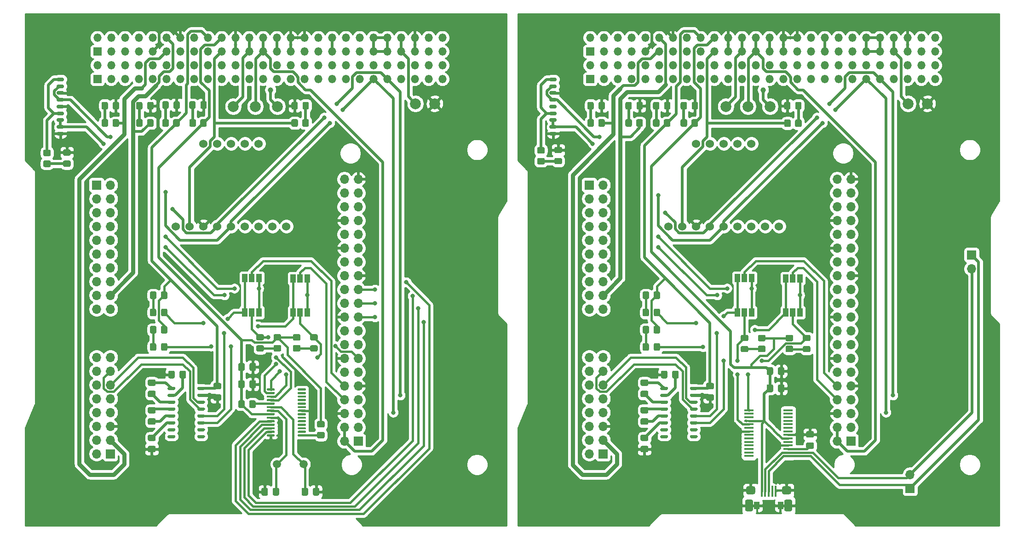
<source format=gbr>
%TF.GenerationSoftware,KiCad,Pcbnew,(5.1.9)-1*%
%TF.CreationDate,2021-10-15T17:24:20-04:00*%
%TF.ProjectId,Combined boards for stencil,436f6d62-696e-4656-9420-626f61726473,rev?*%
%TF.SameCoordinates,Original*%
%TF.FileFunction,Copper,L1,Top*%
%TF.FilePolarity,Positive*%
%FSLAX46Y46*%
G04 Gerber Fmt 4.6, Leading zero omitted, Abs format (unit mm)*
G04 Created by KiCad (PCBNEW (5.1.9)-1) date 2021-10-15 17:24:20*
%MOMM*%
%LPD*%
G01*
G04 APERTURE LIST*
%TA.AperFunction,ComponentPad*%
%ADD10C,1.500000*%
%TD*%
%TA.AperFunction,SMDPad,CuDef*%
%ADD11C,2.000000*%
%TD*%
%TA.AperFunction,SMDPad,CuDef*%
%ADD12R,1.000000X1.500000*%
%TD*%
%TA.AperFunction,ComponentPad*%
%ADD13C,1.524000*%
%TD*%
%TA.AperFunction,ConnectorPad*%
%ADD14C,5.600000*%
%TD*%
%TA.AperFunction,ComponentPad*%
%ADD15C,3.600000*%
%TD*%
%TA.AperFunction,ComponentPad*%
%ADD16O,1.400000X0.700000*%
%TD*%
%TA.AperFunction,ComponentPad*%
%ADD17O,1.700000X1.700000*%
%TD*%
%TA.AperFunction,ComponentPad*%
%ADD18R,1.700000X1.700000*%
%TD*%
%TA.AperFunction,ComponentPad*%
%ADD19O,1.500000X1.500000*%
%TD*%
%TA.AperFunction,ComponentPad*%
%ADD20R,1.500000X1.500000*%
%TD*%
%TA.AperFunction,SMDPad,CuDef*%
%ADD21R,1.750000X0.450000*%
%TD*%
%TA.AperFunction,SMDPad,CuDef*%
%ADD22R,1.100000X1.350000*%
%TD*%
%TA.AperFunction,SMDPad,CuDef*%
%ADD23R,0.400000X2.000000*%
%TD*%
%TA.AperFunction,ViaPad*%
%ADD24C,1.000000*%
%TD*%
%TA.AperFunction,ViaPad*%
%ADD25C,0.800000*%
%TD*%
%TA.AperFunction,Conductor*%
%ADD26C,0.508000*%
%TD*%
%TA.AperFunction,Conductor*%
%ADD27C,0.381000*%
%TD*%
%TA.AperFunction,Conductor*%
%ADD28C,0.762000*%
%TD*%
%TA.AperFunction,Conductor*%
%ADD29C,0.254000*%
%TD*%
%TA.AperFunction,Conductor*%
%ADD30C,0.100000*%
%TD*%
G04 APERTURE END LIST*
%TO.P,R12,2*%
%TO.N,Net-(D12-Pad2)*%
%TA.AperFunction,SMDPad,CuDef*%
G36*
G01*
X119145000Y-77031001D02*
X119145000Y-76130999D01*
G75*
G02*
X119394999Y-75881000I249999J0D01*
G01*
X120095001Y-75881000D01*
G75*
G02*
X120345000Y-76130999I0J-249999D01*
G01*
X120345000Y-77031001D01*
G75*
G02*
X120095001Y-77281000I-249999J0D01*
G01*
X119394999Y-77281000D01*
G75*
G02*
X119145000Y-77031001I0J249999D01*
G01*
G37*
%TD.AperFunction*%
%TO.P,R12,1*%
%TO.N,/SW9*%
%TA.AperFunction,SMDPad,CuDef*%
G36*
G01*
X117145000Y-77031001D02*
X117145000Y-76130999D01*
G75*
G02*
X117394999Y-75881000I249999J0D01*
G01*
X118095001Y-75881000D01*
G75*
G02*
X118345000Y-76130999I0J-249999D01*
G01*
X118345000Y-77031001D01*
G75*
G02*
X118095001Y-77281000I-249999J0D01*
G01*
X117394999Y-77281000D01*
G75*
G02*
X117145000Y-77031001I0J249999D01*
G01*
G37*
%TD.AperFunction*%
%TD*%
%TO.P,R11,2*%
%TO.N,Net-(D11-Pad2)*%
%TA.AperFunction,SMDPad,CuDef*%
G36*
G01*
X71709999Y-83504000D02*
X72610001Y-83504000D01*
G75*
G02*
X72860000Y-83753999I0J-249999D01*
G01*
X72860000Y-84454001D01*
G75*
G02*
X72610001Y-84704000I-249999J0D01*
G01*
X71709999Y-84704000D01*
G75*
G02*
X71460000Y-84454001I0J249999D01*
G01*
X71460000Y-83753999D01*
G75*
G02*
X71709999Y-83504000I249999J0D01*
G01*
G37*
%TD.AperFunction*%
%TO.P,R11,1*%
%TO.N,/SW6*%
%TA.AperFunction,SMDPad,CuDef*%
G36*
G01*
X71709999Y-81504000D02*
X72610001Y-81504000D01*
G75*
G02*
X72860000Y-81753999I0J-249999D01*
G01*
X72860000Y-82454001D01*
G75*
G02*
X72610001Y-82704000I-249999J0D01*
G01*
X71709999Y-82704000D01*
G75*
G02*
X71460000Y-82454001I0J249999D01*
G01*
X71460000Y-81753999D01*
G75*
G02*
X71709999Y-81504000I249999J0D01*
G01*
G37*
%TD.AperFunction*%
%TD*%
%TO.P,R10,2*%
%TO.N,Net-(D10-Pad2)*%
%TA.AperFunction,SMDPad,CuDef*%
G36*
G01*
X89770000Y-76130999D02*
X89770000Y-77031001D01*
G75*
G02*
X89520001Y-77281000I-249999J0D01*
G01*
X88819999Y-77281000D01*
G75*
G02*
X88570000Y-77031001I0J249999D01*
G01*
X88570000Y-76130999D01*
G75*
G02*
X88819999Y-75881000I249999J0D01*
G01*
X89520001Y-75881000D01*
G75*
G02*
X89770000Y-76130999I0J-249999D01*
G01*
G37*
%TD.AperFunction*%
%TO.P,R10,1*%
%TO.N,/SW4*%
%TA.AperFunction,SMDPad,CuDef*%
G36*
G01*
X91770000Y-76130999D02*
X91770000Y-77031001D01*
G75*
G02*
X91520001Y-77281000I-249999J0D01*
G01*
X90819999Y-77281000D01*
G75*
G02*
X90570000Y-77031001I0J249999D01*
G01*
X90570000Y-76130999D01*
G75*
G02*
X90819999Y-75881000I249999J0D01*
G01*
X91520001Y-75881000D01*
G75*
G02*
X91770000Y-76130999I0J-249999D01*
G01*
G37*
%TD.AperFunction*%
%TD*%
%TO.P,R9,2*%
%TO.N,Net-(D9-Pad2)*%
%TA.AperFunction,SMDPad,CuDef*%
G36*
G01*
X83420000Y-76130999D02*
X83420000Y-77031001D01*
G75*
G02*
X83170001Y-77281000I-249999J0D01*
G01*
X82469999Y-77281000D01*
G75*
G02*
X82220000Y-77031001I0J249999D01*
G01*
X82220000Y-76130999D01*
G75*
G02*
X82469999Y-75881000I249999J0D01*
G01*
X83170001Y-75881000D01*
G75*
G02*
X83420000Y-76130999I0J-249999D01*
G01*
G37*
%TD.AperFunction*%
%TO.P,R9,1*%
%TO.N,/SW3*%
%TA.AperFunction,SMDPad,CuDef*%
G36*
G01*
X85420000Y-76130999D02*
X85420000Y-77031001D01*
G75*
G02*
X85170001Y-77281000I-249999J0D01*
G01*
X84469999Y-77281000D01*
G75*
G02*
X84220000Y-77031001I0J249999D01*
G01*
X84220000Y-76130999D01*
G75*
G02*
X84469999Y-75881000I249999J0D01*
G01*
X85170001Y-75881000D01*
G75*
G02*
X85420000Y-76130999I0J-249999D01*
G01*
G37*
%TD.AperFunction*%
%TD*%
%TO.P,D12,2*%
%TO.N,Net-(D12-Pad2)*%
%TA.AperFunction,SMDPad,CuDef*%
G36*
G01*
X119195000Y-73856001D02*
X119195000Y-72955999D01*
G75*
G02*
X119444999Y-72706000I249999J0D01*
G01*
X120095001Y-72706000D01*
G75*
G02*
X120345000Y-72955999I0J-249999D01*
G01*
X120345000Y-73856001D01*
G75*
G02*
X120095001Y-74106000I-249999J0D01*
G01*
X119444999Y-74106000D01*
G75*
G02*
X119195000Y-73856001I0J249999D01*
G01*
G37*
%TD.AperFunction*%
%TO.P,D12,1*%
%TO.N,GND*%
%TA.AperFunction,SMDPad,CuDef*%
G36*
G01*
X117145000Y-73856001D02*
X117145000Y-72955999D01*
G75*
G02*
X117394999Y-72706000I249999J0D01*
G01*
X118045001Y-72706000D01*
G75*
G02*
X118295000Y-72955999I0J-249999D01*
G01*
X118295000Y-73856001D01*
G75*
G02*
X118045001Y-74106000I-249999J0D01*
G01*
X117394999Y-74106000D01*
G75*
G02*
X117145000Y-73856001I0J249999D01*
G01*
G37*
%TD.AperFunction*%
%TD*%
%TO.P,D11,2*%
%TO.N,Net-(D11-Pad2)*%
%TA.AperFunction,SMDPad,CuDef*%
G36*
G01*
X75368999Y-83508000D02*
X76269001Y-83508000D01*
G75*
G02*
X76519000Y-83757999I0J-249999D01*
G01*
X76519000Y-84408001D01*
G75*
G02*
X76269001Y-84658000I-249999J0D01*
G01*
X75368999Y-84658000D01*
G75*
G02*
X75119000Y-84408001I0J249999D01*
G01*
X75119000Y-83757999D01*
G75*
G02*
X75368999Y-83508000I249999J0D01*
G01*
G37*
%TD.AperFunction*%
%TO.P,D11,1*%
%TO.N,GND*%
%TA.AperFunction,SMDPad,CuDef*%
G36*
G01*
X75368999Y-81458000D02*
X76269001Y-81458000D01*
G75*
G02*
X76519000Y-81707999I0J-249999D01*
G01*
X76519000Y-82358001D01*
G75*
G02*
X76269001Y-82608000I-249999J0D01*
G01*
X75368999Y-82608000D01*
G75*
G02*
X75119000Y-82358001I0J249999D01*
G01*
X75119000Y-81707999D01*
G75*
G02*
X75368999Y-81458000I249999J0D01*
G01*
G37*
%TD.AperFunction*%
%TD*%
%TO.P,D10,2*%
%TO.N,Net-(D10-Pad2)*%
%TA.AperFunction,SMDPad,CuDef*%
G36*
G01*
X89720000Y-72955999D02*
X89720000Y-73856001D01*
G75*
G02*
X89470001Y-74106000I-249999J0D01*
G01*
X88819999Y-74106000D01*
G75*
G02*
X88570000Y-73856001I0J249999D01*
G01*
X88570000Y-72955999D01*
G75*
G02*
X88819999Y-72706000I249999J0D01*
G01*
X89470001Y-72706000D01*
G75*
G02*
X89720000Y-72955999I0J-249999D01*
G01*
G37*
%TD.AperFunction*%
%TO.P,D10,1*%
%TO.N,GND*%
%TA.AperFunction,SMDPad,CuDef*%
G36*
G01*
X91770000Y-72955999D02*
X91770000Y-73856001D01*
G75*
G02*
X91520001Y-74106000I-249999J0D01*
G01*
X90869999Y-74106000D01*
G75*
G02*
X90620000Y-73856001I0J249999D01*
G01*
X90620000Y-72955999D01*
G75*
G02*
X90869999Y-72706000I249999J0D01*
G01*
X91520001Y-72706000D01*
G75*
G02*
X91770000Y-72955999I0J-249999D01*
G01*
G37*
%TD.AperFunction*%
%TD*%
%TO.P,D9,2*%
%TO.N,Net-(D9-Pad2)*%
%TA.AperFunction,SMDPad,CuDef*%
G36*
G01*
X83370000Y-72955999D02*
X83370000Y-73856001D01*
G75*
G02*
X83120001Y-74106000I-249999J0D01*
G01*
X82469999Y-74106000D01*
G75*
G02*
X82220000Y-73856001I0J249999D01*
G01*
X82220000Y-72955999D01*
G75*
G02*
X82469999Y-72706000I249999J0D01*
G01*
X83120001Y-72706000D01*
G75*
G02*
X83370000Y-72955999I0J-249999D01*
G01*
G37*
%TD.AperFunction*%
%TO.P,D9,1*%
%TO.N,GND*%
%TA.AperFunction,SMDPad,CuDef*%
G36*
G01*
X85420000Y-72955999D02*
X85420000Y-73856001D01*
G75*
G02*
X85170001Y-74106000I-249999J0D01*
G01*
X84519999Y-74106000D01*
G75*
G02*
X84270000Y-73856001I0J249999D01*
G01*
X84270000Y-72955999D01*
G75*
G02*
X84519999Y-72706000I249999J0D01*
G01*
X85170001Y-72706000D01*
G75*
G02*
X85420000Y-72955999I0J-249999D01*
G01*
G37*
%TD.AperFunction*%
%TD*%
%TO.P,C7,2*%
%TO.N,GND*%
%TA.AperFunction,SMDPad,CuDef*%
G36*
G01*
X109437500Y-122014000D02*
X109437500Y-121064000D01*
G75*
G02*
X109687500Y-120814000I250000J0D01*
G01*
X110362500Y-120814000D01*
G75*
G02*
X110612500Y-121064000I0J-250000D01*
G01*
X110612500Y-122014000D01*
G75*
G02*
X110362500Y-122264000I-250000J0D01*
G01*
X109687500Y-122264000D01*
G75*
G02*
X109437500Y-122014000I0J250000D01*
G01*
G37*
%TD.AperFunction*%
%TO.P,C7,1*%
%TO.N,/SW10*%
%TA.AperFunction,SMDPad,CuDef*%
G36*
G01*
X107362500Y-122014000D02*
X107362500Y-121064000D01*
G75*
G02*
X107612500Y-120814000I250000J0D01*
G01*
X108287500Y-120814000D01*
G75*
G02*
X108537500Y-121064000I0J-250000D01*
G01*
X108537500Y-122014000D01*
G75*
G02*
X108287500Y-122264000I-250000J0D01*
G01*
X107612500Y-122264000D01*
G75*
G02*
X107362500Y-122014000I0J250000D01*
G01*
G37*
%TD.AperFunction*%
%TD*%
%TO.P,C6,2*%
%TO.N,GND*%
%TA.AperFunction,SMDPad,CuDef*%
G36*
G01*
X109437500Y-125189000D02*
X109437500Y-124239000D01*
G75*
G02*
X109687500Y-123989000I250000J0D01*
G01*
X110362500Y-123989000D01*
G75*
G02*
X110612500Y-124239000I0J-250000D01*
G01*
X110612500Y-125189000D01*
G75*
G02*
X110362500Y-125439000I-250000J0D01*
G01*
X109687500Y-125439000D01*
G75*
G02*
X109437500Y-125189000I0J250000D01*
G01*
G37*
%TD.AperFunction*%
%TO.P,C6,1*%
%TO.N,/SW10*%
%TA.AperFunction,SMDPad,CuDef*%
G36*
G01*
X107362500Y-125189000D02*
X107362500Y-124239000D01*
G75*
G02*
X107612500Y-123989000I250000J0D01*
G01*
X108287500Y-123989000D01*
G75*
G02*
X108537500Y-124239000I0J-250000D01*
G01*
X108537500Y-125189000D01*
G75*
G02*
X108287500Y-125439000I-250000J0D01*
G01*
X107612500Y-125439000D01*
G75*
G02*
X107362500Y-125189000I0J250000D01*
G01*
G37*
%TD.AperFunction*%
%TD*%
D10*
%TO.P,Y1,2*%
%TO.N,Net-(C9-Pad1)*%
X114500000Y-139446000D03*
%TO.P,Y1,1*%
%TO.N,Net-(C8-Pad1)*%
X119380000Y-139446000D03*
%TD*%
%TO.P,U3,28*%
%TO.N,N/C*%
%TA.AperFunction,SMDPad,CuDef*%
G36*
G01*
X118330000Y-125796000D02*
X118330000Y-125596000D01*
G75*
G02*
X118430000Y-125496000I100000J0D01*
G01*
X119705000Y-125496000D01*
G75*
G02*
X119805000Y-125596000I0J-100000D01*
G01*
X119805000Y-125796000D01*
G75*
G02*
X119705000Y-125896000I-100000J0D01*
G01*
X118430000Y-125896000D01*
G75*
G02*
X118330000Y-125796000I0J100000D01*
G01*
G37*
%TD.AperFunction*%
%TO.P,U3,27*%
%TA.AperFunction,SMDPad,CuDef*%
G36*
G01*
X118330000Y-126446000D02*
X118330000Y-126246000D01*
G75*
G02*
X118430000Y-126146000I100000J0D01*
G01*
X119705000Y-126146000D01*
G75*
G02*
X119805000Y-126246000I0J-100000D01*
G01*
X119805000Y-126446000D01*
G75*
G02*
X119705000Y-126546000I-100000J0D01*
G01*
X118430000Y-126546000D01*
G75*
G02*
X118330000Y-126446000I0J100000D01*
G01*
G37*
%TD.AperFunction*%
%TO.P,U3,26*%
%TA.AperFunction,SMDPad,CuDef*%
G36*
G01*
X118330000Y-127096000D02*
X118330000Y-126896000D01*
G75*
G02*
X118430000Y-126796000I100000J0D01*
G01*
X119705000Y-126796000D01*
G75*
G02*
X119805000Y-126896000I0J-100000D01*
G01*
X119805000Y-127096000D01*
G75*
G02*
X119705000Y-127196000I-100000J0D01*
G01*
X118430000Y-127196000D01*
G75*
G02*
X118330000Y-127096000I0J100000D01*
G01*
G37*
%TD.AperFunction*%
%TO.P,U3,25*%
%TA.AperFunction,SMDPad,CuDef*%
G36*
G01*
X118330000Y-127746000D02*
X118330000Y-127546000D01*
G75*
G02*
X118430000Y-127446000I100000J0D01*
G01*
X119705000Y-127446000D01*
G75*
G02*
X119805000Y-127546000I0J-100000D01*
G01*
X119805000Y-127746000D01*
G75*
G02*
X119705000Y-127846000I-100000J0D01*
G01*
X118430000Y-127846000D01*
G75*
G02*
X118330000Y-127746000I0J100000D01*
G01*
G37*
%TD.AperFunction*%
%TO.P,U3,24*%
%TA.AperFunction,SMDPad,CuDef*%
G36*
G01*
X118330000Y-128396000D02*
X118330000Y-128196000D01*
G75*
G02*
X118430000Y-128096000I100000J0D01*
G01*
X119705000Y-128096000D01*
G75*
G02*
X119805000Y-128196000I0J-100000D01*
G01*
X119805000Y-128396000D01*
G75*
G02*
X119705000Y-128496000I-100000J0D01*
G01*
X118430000Y-128496000D01*
G75*
G02*
X118330000Y-128396000I0J100000D01*
G01*
G37*
%TD.AperFunction*%
%TO.P,U3,23*%
%TA.AperFunction,SMDPad,CuDef*%
G36*
G01*
X118330000Y-129046000D02*
X118330000Y-128846000D01*
G75*
G02*
X118430000Y-128746000I100000J0D01*
G01*
X119705000Y-128746000D01*
G75*
G02*
X119805000Y-128846000I0J-100000D01*
G01*
X119805000Y-129046000D01*
G75*
G02*
X119705000Y-129146000I-100000J0D01*
G01*
X118430000Y-129146000D01*
G75*
G02*
X118330000Y-129046000I0J100000D01*
G01*
G37*
%TD.AperFunction*%
%TO.P,U3,22*%
%TO.N,GND*%
%TA.AperFunction,SMDPad,CuDef*%
G36*
G01*
X118330000Y-129696000D02*
X118330000Y-129496000D01*
G75*
G02*
X118430000Y-129396000I100000J0D01*
G01*
X119705000Y-129396000D01*
G75*
G02*
X119805000Y-129496000I0J-100000D01*
G01*
X119805000Y-129696000D01*
G75*
G02*
X119705000Y-129796000I-100000J0D01*
G01*
X118430000Y-129796000D01*
G75*
G02*
X118330000Y-129696000I0J100000D01*
G01*
G37*
%TD.AperFunction*%
%TO.P,U3,21*%
%TO.N,N/C*%
%TA.AperFunction,SMDPad,CuDef*%
G36*
G01*
X118330000Y-130346000D02*
X118330000Y-130146000D01*
G75*
G02*
X118430000Y-130046000I100000J0D01*
G01*
X119705000Y-130046000D01*
G75*
G02*
X119805000Y-130146000I0J-100000D01*
G01*
X119805000Y-130346000D01*
G75*
G02*
X119705000Y-130446000I-100000J0D01*
G01*
X118430000Y-130446000D01*
G75*
G02*
X118330000Y-130346000I0J100000D01*
G01*
G37*
%TD.AperFunction*%
%TO.P,U3,20*%
%TA.AperFunction,SMDPad,CuDef*%
G36*
G01*
X118330000Y-130996000D02*
X118330000Y-130796000D01*
G75*
G02*
X118430000Y-130696000I100000J0D01*
G01*
X119705000Y-130696000D01*
G75*
G02*
X119805000Y-130796000I0J-100000D01*
G01*
X119805000Y-130996000D01*
G75*
G02*
X119705000Y-131096000I-100000J0D01*
G01*
X118430000Y-131096000D01*
G75*
G02*
X118330000Y-130996000I0J100000D01*
G01*
G37*
%TD.AperFunction*%
%TO.P,U3,19*%
%TA.AperFunction,SMDPad,CuDef*%
G36*
G01*
X118330000Y-131646000D02*
X118330000Y-131446000D01*
G75*
G02*
X118430000Y-131346000I100000J0D01*
G01*
X119705000Y-131346000D01*
G75*
G02*
X119805000Y-131446000I0J-100000D01*
G01*
X119805000Y-131646000D01*
G75*
G02*
X119705000Y-131746000I-100000J0D01*
G01*
X118430000Y-131746000D01*
G75*
G02*
X118330000Y-131646000I0J100000D01*
G01*
G37*
%TD.AperFunction*%
%TO.P,U3,18*%
%TA.AperFunction,SMDPad,CuDef*%
G36*
G01*
X118330000Y-132296000D02*
X118330000Y-132096000D01*
G75*
G02*
X118430000Y-131996000I100000J0D01*
G01*
X119705000Y-131996000D01*
G75*
G02*
X119805000Y-132096000I0J-100000D01*
G01*
X119805000Y-132296000D01*
G75*
G02*
X119705000Y-132396000I-100000J0D01*
G01*
X118430000Y-132396000D01*
G75*
G02*
X118330000Y-132296000I0J100000D01*
G01*
G37*
%TD.AperFunction*%
%TO.P,U3,17*%
%TA.AperFunction,SMDPad,CuDef*%
G36*
G01*
X118330000Y-132946000D02*
X118330000Y-132746000D01*
G75*
G02*
X118430000Y-132646000I100000J0D01*
G01*
X119705000Y-132646000D01*
G75*
G02*
X119805000Y-132746000I0J-100000D01*
G01*
X119805000Y-132946000D01*
G75*
G02*
X119705000Y-133046000I-100000J0D01*
G01*
X118430000Y-133046000D01*
G75*
G02*
X118330000Y-132946000I0J100000D01*
G01*
G37*
%TD.AperFunction*%
%TO.P,U3,16*%
%TA.AperFunction,SMDPad,CuDef*%
G36*
G01*
X118330000Y-133596000D02*
X118330000Y-133396000D01*
G75*
G02*
X118430000Y-133296000I100000J0D01*
G01*
X119705000Y-133296000D01*
G75*
G02*
X119805000Y-133396000I0J-100000D01*
G01*
X119805000Y-133596000D01*
G75*
G02*
X119705000Y-133696000I-100000J0D01*
G01*
X118430000Y-133696000D01*
G75*
G02*
X118330000Y-133596000I0J100000D01*
G01*
G37*
%TD.AperFunction*%
%TO.P,U3,15*%
%TO.N,Net-(R7-Pad2)*%
%TA.AperFunction,SMDPad,CuDef*%
G36*
G01*
X118330000Y-134246000D02*
X118330000Y-134046000D01*
G75*
G02*
X118430000Y-133946000I100000J0D01*
G01*
X119705000Y-133946000D01*
G75*
G02*
X119805000Y-134046000I0J-100000D01*
G01*
X119805000Y-134246000D01*
G75*
G02*
X119705000Y-134346000I-100000J0D01*
G01*
X118430000Y-134346000D01*
G75*
G02*
X118330000Y-134246000I0J100000D01*
G01*
G37*
%TD.AperFunction*%
%TO.P,U3,14*%
%TO.N,GND*%
%TA.AperFunction,SMDPad,CuDef*%
G36*
G01*
X112605000Y-134246000D02*
X112605000Y-134046000D01*
G75*
G02*
X112705000Y-133946000I100000J0D01*
G01*
X113980000Y-133946000D01*
G75*
G02*
X114080000Y-134046000I0J-100000D01*
G01*
X114080000Y-134246000D01*
G75*
G02*
X113980000Y-134346000I-100000J0D01*
G01*
X112705000Y-134346000D01*
G75*
G02*
X112605000Y-134246000I0J100000D01*
G01*
G37*
%TD.AperFunction*%
%TO.P,U3,13*%
%TO.N,/SPISCK*%
%TA.AperFunction,SMDPad,CuDef*%
G36*
G01*
X112605000Y-133596000D02*
X112605000Y-133396000D01*
G75*
G02*
X112705000Y-133296000I100000J0D01*
G01*
X113980000Y-133296000D01*
G75*
G02*
X114080000Y-133396000I0J-100000D01*
G01*
X114080000Y-133596000D01*
G75*
G02*
X113980000Y-133696000I-100000J0D01*
G01*
X112705000Y-133696000D01*
G75*
G02*
X112605000Y-133596000I0J100000D01*
G01*
G37*
%TD.AperFunction*%
%TO.P,U3,12*%
%TO.N,/SPIMISO*%
%TA.AperFunction,SMDPad,CuDef*%
G36*
G01*
X112605000Y-132946000D02*
X112605000Y-132746000D01*
G75*
G02*
X112705000Y-132646000I100000J0D01*
G01*
X113980000Y-132646000D01*
G75*
G02*
X114080000Y-132746000I0J-100000D01*
G01*
X114080000Y-132946000D01*
G75*
G02*
X113980000Y-133046000I-100000J0D01*
G01*
X112705000Y-133046000D01*
G75*
G02*
X112605000Y-132946000I0J100000D01*
G01*
G37*
%TD.AperFunction*%
%TO.P,U3,11*%
%TO.N,/SPIMOSI*%
%TA.AperFunction,SMDPad,CuDef*%
G36*
G01*
X112605000Y-132296000D02*
X112605000Y-132096000D01*
G75*
G02*
X112705000Y-131996000I100000J0D01*
G01*
X113980000Y-131996000D01*
G75*
G02*
X114080000Y-132096000I0J-100000D01*
G01*
X114080000Y-132296000D01*
G75*
G02*
X113980000Y-132396000I-100000J0D01*
G01*
X112705000Y-132396000D01*
G75*
G02*
X112605000Y-132296000I0J100000D01*
G01*
G37*
%TD.AperFunction*%
%TO.P,U3,10*%
%TO.N,/SPICE0*%
%TA.AperFunction,SMDPad,CuDef*%
G36*
G01*
X112605000Y-131646000D02*
X112605000Y-131446000D01*
G75*
G02*
X112705000Y-131346000I100000J0D01*
G01*
X113980000Y-131346000D01*
G75*
G02*
X114080000Y-131446000I0J-100000D01*
G01*
X114080000Y-131646000D01*
G75*
G02*
X113980000Y-131746000I-100000J0D01*
G01*
X112705000Y-131746000D01*
G75*
G02*
X112605000Y-131646000I0J100000D01*
G01*
G37*
%TD.AperFunction*%
%TO.P,U3,9*%
%TO.N,GND*%
%TA.AperFunction,SMDPad,CuDef*%
G36*
G01*
X112605000Y-130996000D02*
X112605000Y-130796000D01*
G75*
G02*
X112705000Y-130696000I100000J0D01*
G01*
X113980000Y-130696000D01*
G75*
G02*
X114080000Y-130796000I0J-100000D01*
G01*
X114080000Y-130996000D01*
G75*
G02*
X113980000Y-131096000I-100000J0D01*
G01*
X112705000Y-131096000D01*
G75*
G02*
X112605000Y-130996000I0J100000D01*
G01*
G37*
%TD.AperFunction*%
%TO.P,U3,8*%
%TO.N,/SW10*%
%TA.AperFunction,SMDPad,CuDef*%
G36*
G01*
X112605000Y-130346000D02*
X112605000Y-130146000D01*
G75*
G02*
X112705000Y-130046000I100000J0D01*
G01*
X113980000Y-130046000D01*
G75*
G02*
X114080000Y-130146000I0J-100000D01*
G01*
X114080000Y-130346000D01*
G75*
G02*
X113980000Y-130446000I-100000J0D01*
G01*
X112705000Y-130446000D01*
G75*
G02*
X112605000Y-130346000I0J100000D01*
G01*
G37*
%TD.AperFunction*%
%TO.P,U3,7*%
%TO.N,Net-(C9-Pad1)*%
%TA.AperFunction,SMDPad,CuDef*%
G36*
G01*
X112605000Y-129696000D02*
X112605000Y-129496000D01*
G75*
G02*
X112705000Y-129396000I100000J0D01*
G01*
X113980000Y-129396000D01*
G75*
G02*
X114080000Y-129496000I0J-100000D01*
G01*
X114080000Y-129696000D01*
G75*
G02*
X113980000Y-129796000I-100000J0D01*
G01*
X112705000Y-129796000D01*
G75*
G02*
X112605000Y-129696000I0J100000D01*
G01*
G37*
%TD.AperFunction*%
%TO.P,U3,6*%
%TO.N,Net-(C8-Pad1)*%
%TA.AperFunction,SMDPad,CuDef*%
G36*
G01*
X112605000Y-129046000D02*
X112605000Y-128846000D01*
G75*
G02*
X112705000Y-128746000I100000J0D01*
G01*
X113980000Y-128746000D01*
G75*
G02*
X114080000Y-128846000I0J-100000D01*
G01*
X114080000Y-129046000D01*
G75*
G02*
X113980000Y-129146000I-100000J0D01*
G01*
X112705000Y-129146000D01*
G75*
G02*
X112605000Y-129046000I0J100000D01*
G01*
G37*
%TD.AperFunction*%
%TO.P,U3,5*%
%TO.N,Net-(R8-Pad2)*%
%TA.AperFunction,SMDPad,CuDef*%
G36*
G01*
X112605000Y-128396000D02*
X112605000Y-128196000D01*
G75*
G02*
X112705000Y-128096000I100000J0D01*
G01*
X113980000Y-128096000D01*
G75*
G02*
X114080000Y-128196000I0J-100000D01*
G01*
X114080000Y-128396000D01*
G75*
G02*
X113980000Y-128496000I-100000J0D01*
G01*
X112705000Y-128496000D01*
G75*
G02*
X112605000Y-128396000I0J100000D01*
G01*
G37*
%TD.AperFunction*%
%TO.P,U3,4*%
%TO.N,/SPIUARTRX*%
%TA.AperFunction,SMDPad,CuDef*%
G36*
G01*
X112605000Y-127746000D02*
X112605000Y-127546000D01*
G75*
G02*
X112705000Y-127446000I100000J0D01*
G01*
X113980000Y-127446000D01*
G75*
G02*
X114080000Y-127546000I0J-100000D01*
G01*
X114080000Y-127746000D01*
G75*
G02*
X113980000Y-127846000I-100000J0D01*
G01*
X112705000Y-127846000D01*
G75*
G02*
X112605000Y-127746000I0J100000D01*
G01*
G37*
%TD.AperFunction*%
%TO.P,U3,3*%
%TO.N,/SPIUARTTX*%
%TA.AperFunction,SMDPad,CuDef*%
G36*
G01*
X112605000Y-127096000D02*
X112605000Y-126896000D01*
G75*
G02*
X112705000Y-126796000I100000J0D01*
G01*
X113980000Y-126796000D01*
G75*
G02*
X114080000Y-126896000I0J-100000D01*
G01*
X114080000Y-127096000D01*
G75*
G02*
X113980000Y-127196000I-100000J0D01*
G01*
X112705000Y-127196000D01*
G75*
G02*
X112605000Y-127096000I0J100000D01*
G01*
G37*
%TD.AperFunction*%
%TO.P,U3,2*%
%TO.N,/CTS*%
%TA.AperFunction,SMDPad,CuDef*%
G36*
G01*
X112605000Y-126446000D02*
X112605000Y-126246000D01*
G75*
G02*
X112705000Y-126146000I100000J0D01*
G01*
X113980000Y-126146000D01*
G75*
G02*
X114080000Y-126246000I0J-100000D01*
G01*
X114080000Y-126446000D01*
G75*
G02*
X113980000Y-126546000I-100000J0D01*
G01*
X112705000Y-126546000D01*
G75*
G02*
X112605000Y-126446000I0J100000D01*
G01*
G37*
%TD.AperFunction*%
%TO.P,U3,1*%
%TO.N,/RTS*%
%TA.AperFunction,SMDPad,CuDef*%
G36*
G01*
X112605000Y-125796000D02*
X112605000Y-125596000D01*
G75*
G02*
X112705000Y-125496000I100000J0D01*
G01*
X113980000Y-125496000D01*
G75*
G02*
X114080000Y-125596000I0J-100000D01*
G01*
X114080000Y-125796000D01*
G75*
G02*
X113980000Y-125896000I-100000J0D01*
G01*
X112705000Y-125896000D01*
G75*
G02*
X112605000Y-125796000I0J100000D01*
G01*
G37*
%TD.AperFunction*%
%TD*%
%TO.P,R8,2*%
%TO.N,Net-(R8-Pad2)*%
%TA.AperFunction,SMDPad,CuDef*%
G36*
G01*
X109366000Y-128847001D02*
X109366000Y-127946999D01*
G75*
G02*
X109615999Y-127697000I249999J0D01*
G01*
X110316001Y-127697000D01*
G75*
G02*
X110566000Y-127946999I0J-249999D01*
G01*
X110566000Y-128847001D01*
G75*
G02*
X110316001Y-129097000I-249999J0D01*
G01*
X109615999Y-129097000D01*
G75*
G02*
X109366000Y-128847001I0J249999D01*
G01*
G37*
%TD.AperFunction*%
%TO.P,R8,1*%
%TO.N,/SW10*%
%TA.AperFunction,SMDPad,CuDef*%
G36*
G01*
X107366000Y-128847001D02*
X107366000Y-127946999D01*
G75*
G02*
X107615999Y-127697000I249999J0D01*
G01*
X108316001Y-127697000D01*
G75*
G02*
X108566000Y-127946999I0J-249999D01*
G01*
X108566000Y-128847001D01*
G75*
G02*
X108316001Y-129097000I-249999J0D01*
G01*
X107615999Y-129097000D01*
G75*
G02*
X107366000Y-128847001I0J249999D01*
G01*
G37*
%TD.AperFunction*%
%TD*%
%TO.P,R7,2*%
%TO.N,Net-(R7-Pad2)*%
%TA.AperFunction,SMDPad,CuDef*%
G36*
G01*
X122104999Y-133496000D02*
X123005001Y-133496000D01*
G75*
G02*
X123255000Y-133745999I0J-249999D01*
G01*
X123255000Y-134446001D01*
G75*
G02*
X123005001Y-134696000I-249999J0D01*
G01*
X122104999Y-134696000D01*
G75*
G02*
X121855000Y-134446001I0J249999D01*
G01*
X121855000Y-133745999D01*
G75*
G02*
X122104999Y-133496000I249999J0D01*
G01*
G37*
%TD.AperFunction*%
%TO.P,R7,1*%
%TO.N,/SW10*%
%TA.AperFunction,SMDPad,CuDef*%
G36*
G01*
X122104999Y-131496000D02*
X123005001Y-131496000D01*
G75*
G02*
X123255000Y-131745999I0J-249999D01*
G01*
X123255000Y-132446001D01*
G75*
G02*
X123005001Y-132696000I-249999J0D01*
G01*
X122104999Y-132696000D01*
G75*
G02*
X121855000Y-132446001I0J249999D01*
G01*
X121855000Y-131745999D01*
G75*
G02*
X122104999Y-131496000I249999J0D01*
G01*
G37*
%TD.AperFunction*%
%TD*%
%TO.P,C9,2*%
%TO.N,GND*%
%TA.AperFunction,SMDPad,CuDef*%
G36*
G01*
X112812500Y-144051000D02*
X112812500Y-145001000D01*
G75*
G02*
X112562500Y-145251000I-250000J0D01*
G01*
X111887500Y-145251000D01*
G75*
G02*
X111637500Y-145001000I0J250000D01*
G01*
X111637500Y-144051000D01*
G75*
G02*
X111887500Y-143801000I250000J0D01*
G01*
X112562500Y-143801000D01*
G75*
G02*
X112812500Y-144051000I0J-250000D01*
G01*
G37*
%TD.AperFunction*%
%TO.P,C9,1*%
%TO.N,Net-(C9-Pad1)*%
%TA.AperFunction,SMDPad,CuDef*%
G36*
G01*
X114887500Y-144051000D02*
X114887500Y-145001000D01*
G75*
G02*
X114637500Y-145251000I-250000J0D01*
G01*
X113962500Y-145251000D01*
G75*
G02*
X113712500Y-145001000I0J250000D01*
G01*
X113712500Y-144051000D01*
G75*
G02*
X113962500Y-143801000I250000J0D01*
G01*
X114637500Y-143801000D01*
G75*
G02*
X114887500Y-144051000I0J-250000D01*
G01*
G37*
%TD.AperFunction*%
%TD*%
%TO.P,C8,2*%
%TO.N,GND*%
%TA.AperFunction,SMDPad,CuDef*%
G36*
G01*
X121100000Y-145001000D02*
X121100000Y-144051000D01*
G75*
G02*
X121350000Y-143801000I250000J0D01*
G01*
X122025000Y-143801000D01*
G75*
G02*
X122275000Y-144051000I0J-250000D01*
G01*
X122275000Y-145001000D01*
G75*
G02*
X122025000Y-145251000I-250000J0D01*
G01*
X121350000Y-145251000D01*
G75*
G02*
X121100000Y-145001000I0J250000D01*
G01*
G37*
%TD.AperFunction*%
%TO.P,C8,1*%
%TO.N,Net-(C8-Pad1)*%
%TA.AperFunction,SMDPad,CuDef*%
G36*
G01*
X119025000Y-145001000D02*
X119025000Y-144051000D01*
G75*
G02*
X119275000Y-143801000I250000J0D01*
G01*
X119950000Y-143801000D01*
G75*
G02*
X120200000Y-144051000I0J-250000D01*
G01*
X120200000Y-145001000D01*
G75*
G02*
X119950000Y-145251000I-250000J0D01*
G01*
X119275000Y-145251000D01*
G75*
G02*
X119025000Y-145001000I0J250000D01*
G01*
G37*
%TD.AperFunction*%
%TD*%
D11*
%TO.P,TP5,1*%
%TO.N,+12V*%
X106426000Y-73533000D03*
%TD*%
%TO.P,TP4,1*%
%TO.N,VBUS*%
X139954000Y-73025000D03*
%TD*%
%TO.P,TP3,1*%
%TO.N,+5V*%
X110490000Y-73533000D03*
%TD*%
%TO.P,TP2,1*%
%TO.N,+3V3*%
X114554000Y-73533000D03*
%TD*%
%TO.P,TP1,1*%
%TO.N,GND*%
X143510000Y-73025000D03*
%TD*%
%TO.P,R6,2*%
%TO.N,Net-(D6-Pad2)*%
%TA.AperFunction,SMDPad,CuDef*%
G36*
G01*
X92310000Y-107880999D02*
X92310000Y-108781001D01*
G75*
G02*
X92060001Y-109031000I-249999J0D01*
G01*
X91359999Y-109031000D01*
G75*
G02*
X91110000Y-108781001I0J249999D01*
G01*
X91110000Y-107880999D01*
G75*
G02*
X91359999Y-107631000I249999J0D01*
G01*
X92060001Y-107631000D01*
G75*
G02*
X92310000Y-107880999I0J-249999D01*
G01*
G37*
%TD.AperFunction*%
%TO.P,R6,1*%
%TO.N,/SW8*%
%TA.AperFunction,SMDPad,CuDef*%
G36*
G01*
X94310000Y-107880999D02*
X94310000Y-108781001D01*
G75*
G02*
X94060001Y-109031000I-249999J0D01*
G01*
X93359999Y-109031000D01*
G75*
G02*
X93110000Y-108781001I0J249999D01*
G01*
X93110000Y-107880999D01*
G75*
G02*
X93359999Y-107631000I249999J0D01*
G01*
X94060001Y-107631000D01*
G75*
G02*
X94310000Y-107880999I0J-249999D01*
G01*
G37*
%TD.AperFunction*%
%TD*%
%TO.P,R5,2*%
%TO.N,Net-(D5-Pad2)*%
%TA.AperFunction,SMDPad,CuDef*%
G36*
G01*
X92310000Y-114230999D02*
X92310000Y-115131001D01*
G75*
G02*
X92060001Y-115381000I-249999J0D01*
G01*
X91359999Y-115381000D01*
G75*
G02*
X91110000Y-115131001I0J249999D01*
G01*
X91110000Y-114230999D01*
G75*
G02*
X91359999Y-113981000I249999J0D01*
G01*
X92060001Y-113981000D01*
G75*
G02*
X92310000Y-114230999I0J-249999D01*
G01*
G37*
%TD.AperFunction*%
%TO.P,R5,1*%
%TO.N,/SW8*%
%TA.AperFunction,SMDPad,CuDef*%
G36*
G01*
X94310000Y-114230999D02*
X94310000Y-115131001D01*
G75*
G02*
X94060001Y-115381000I-249999J0D01*
G01*
X93359999Y-115381000D01*
G75*
G02*
X93110000Y-115131001I0J249999D01*
G01*
X93110000Y-114230999D01*
G75*
G02*
X93359999Y-113981000I249999J0D01*
G01*
X94060001Y-113981000D01*
G75*
G02*
X94310000Y-114230999I0J-249999D01*
G01*
G37*
%TD.AperFunction*%
%TD*%
%TO.P,R4,2*%
%TO.N,Net-(D4-Pad2)*%
%TA.AperFunction,SMDPad,CuDef*%
G36*
G01*
X94580000Y-76130999D02*
X94580000Y-77031001D01*
G75*
G02*
X94330001Y-77281000I-249999J0D01*
G01*
X93629999Y-77281000D01*
G75*
G02*
X93380000Y-77031001I0J249999D01*
G01*
X93380000Y-76130999D01*
G75*
G02*
X93629999Y-75881000I249999J0D01*
G01*
X94330001Y-75881000D01*
G75*
G02*
X94580000Y-76130999I0J-249999D01*
G01*
G37*
%TD.AperFunction*%
%TO.P,R4,1*%
%TO.N,/SW8*%
%TA.AperFunction,SMDPad,CuDef*%
G36*
G01*
X96580000Y-76130999D02*
X96580000Y-77031001D01*
G75*
G02*
X96330001Y-77281000I-249999J0D01*
G01*
X95629999Y-77281000D01*
G75*
G02*
X95380000Y-77031001I0J249999D01*
G01*
X95380000Y-76130999D01*
G75*
G02*
X95629999Y-75881000I249999J0D01*
G01*
X96330001Y-75881000D01*
G75*
G02*
X96580000Y-76130999I0J-249999D01*
G01*
G37*
%TD.AperFunction*%
%TD*%
%TO.P,R3,2*%
%TO.N,Net-(D3-Pad2)*%
%TA.AperFunction,SMDPad,CuDef*%
G36*
G01*
X99565000Y-76130999D02*
X99565000Y-77031001D01*
G75*
G02*
X99315001Y-77281000I-249999J0D01*
G01*
X98614999Y-77281000D01*
G75*
G02*
X98365000Y-77031001I0J249999D01*
G01*
X98365000Y-76130999D01*
G75*
G02*
X98614999Y-75881000I249999J0D01*
G01*
X99315001Y-75881000D01*
G75*
G02*
X99565000Y-76130999I0J-249999D01*
G01*
G37*
%TD.AperFunction*%
%TO.P,R3,1*%
%TO.N,/SW10*%
%TA.AperFunction,SMDPad,CuDef*%
G36*
G01*
X101565000Y-76130999D02*
X101565000Y-77031001D01*
G75*
G02*
X101315001Y-77281000I-249999J0D01*
G01*
X100614999Y-77281000D01*
G75*
G02*
X100365000Y-77031001I0J249999D01*
G01*
X100365000Y-76130999D01*
G75*
G02*
X100614999Y-75881000I249999J0D01*
G01*
X101315001Y-75881000D01*
G75*
G02*
X101565000Y-76130999I0J-249999D01*
G01*
G37*
%TD.AperFunction*%
%TD*%
%TO.P,R2,2*%
%TO.N,Net-(D2-Pad2)*%
%TA.AperFunction,SMDPad,CuDef*%
G36*
G01*
X114103999Y-117494000D02*
X115004001Y-117494000D01*
G75*
G02*
X115254000Y-117743999I0J-249999D01*
G01*
X115254000Y-118444001D01*
G75*
G02*
X115004001Y-118694000I-249999J0D01*
G01*
X114103999Y-118694000D01*
G75*
G02*
X113854000Y-118444001I0J249999D01*
G01*
X113854000Y-117743999D01*
G75*
G02*
X114103999Y-117494000I249999J0D01*
G01*
G37*
%TD.AperFunction*%
%TO.P,R2,1*%
%TO.N,/SW10*%
%TA.AperFunction,SMDPad,CuDef*%
G36*
G01*
X114103999Y-115494000D02*
X115004001Y-115494000D01*
G75*
G02*
X115254000Y-115743999I0J-249999D01*
G01*
X115254000Y-116444001D01*
G75*
G02*
X115004001Y-116694000I-249999J0D01*
G01*
X114103999Y-116694000D01*
G75*
G02*
X113854000Y-116444001I0J249999D01*
G01*
X113854000Y-115743999D01*
G75*
G02*
X114103999Y-115494000I249999J0D01*
G01*
G37*
%TD.AperFunction*%
%TD*%
%TO.P,R1,2*%
%TO.N,Net-(D1-Pad2)*%
%TA.AperFunction,SMDPad,CuDef*%
G36*
G01*
X117659999Y-117494000D02*
X118560001Y-117494000D01*
G75*
G02*
X118810000Y-117743999I0J-249999D01*
G01*
X118810000Y-118444001D01*
G75*
G02*
X118560001Y-118694000I-249999J0D01*
G01*
X117659999Y-118694000D01*
G75*
G02*
X117410000Y-118444001I0J249999D01*
G01*
X117410000Y-117743999D01*
G75*
G02*
X117659999Y-117494000I249999J0D01*
G01*
G37*
%TD.AperFunction*%
%TO.P,R1,1*%
%TO.N,/SW10*%
%TA.AperFunction,SMDPad,CuDef*%
G36*
G01*
X117659999Y-115494000D02*
X118560001Y-115494000D01*
G75*
G02*
X118810000Y-115743999I0J-249999D01*
G01*
X118810000Y-116444001D01*
G75*
G02*
X118560001Y-116694000I-249999J0D01*
G01*
X117659999Y-116694000D01*
G75*
G02*
X117410000Y-116444001I0J249999D01*
G01*
X117410000Y-115743999D01*
G75*
G02*
X117659999Y-115494000I249999J0D01*
G01*
G37*
%TD.AperFunction*%
%TD*%
D12*
%TO.P,JP4,1*%
%TO.N,/T1IN*%
X117445000Y-111506000D03*
%TO.P,JP4,2*%
%TO.N,/SPIUARTTX*%
X118745000Y-111506000D03*
%TO.P,JP4,3*%
%TO.N,/APRSTX*%
X120045000Y-111506000D03*
%TD*%
%TO.P,JP3,1*%
%TO.N,/R1OUT*%
X108555000Y-111506000D03*
%TO.P,JP3,2*%
%TO.N,/SPIUARTRX*%
X109855000Y-111506000D03*
%TO.P,JP3,3*%
%TO.N,/APRSRX*%
X111155000Y-111506000D03*
%TD*%
%TO.P,JP2,1*%
%TO.N,/T1IN*%
X117445000Y-105241000D03*
%TO.P,JP2,2*%
%TO.N,/HWTX*%
X118745000Y-105241000D03*
%TO.P,JP2,3*%
%TO.N,/APRSTX*%
X120045000Y-105241000D03*
%TD*%
%TO.P,JP1,1*%
%TO.N,/R1OUT*%
X108555000Y-105156000D03*
%TO.P,JP1,2*%
%TO.N,/HWRX*%
X109855000Y-105156000D03*
%TO.P,JP1,3*%
%TO.N,/APRSRX*%
X111155000Y-105156000D03*
%TD*%
D13*
%TO.P,U1,14*%
%TO.N,N/C*%
X95885000Y-95631000D03*
%TO.P,U1,13*%
%TO.N,/SW9*%
X98425000Y-95631000D03*
%TO.P,U1,12*%
%TO.N,GND*%
X100965000Y-95631000D03*
%TO.P,U1,11*%
%TO.N,/EPSSCL*%
X103505000Y-95631000D03*
%TO.P,U1,10*%
%TO.N,/EPSSDA*%
X106045000Y-95631000D03*
%TO.P,U1,9*%
%TO.N,N/C*%
X108585000Y-95631000D03*
%TO.P,U1,8*%
X111125000Y-95631000D03*
%TO.P,U1,7*%
X113665000Y-95631000D03*
%TO.P,U1,6*%
X116205000Y-95631000D03*
%TO.P,U1,1*%
X100965000Y-80391000D03*
%TO.P,U1,5*%
X111125000Y-80391000D03*
%TO.P,U1,4*%
X108585000Y-80391000D03*
%TO.P,U1,3*%
X106045000Y-80391000D03*
%TO.P,U1,2*%
X103505000Y-80391000D03*
%TD*%
%TO.P,D6,2*%
%TO.N,Net-(D6-Pad2)*%
%TA.AperFunction,SMDPad,CuDef*%
G36*
G01*
X92260000Y-111055999D02*
X92260000Y-111956001D01*
G75*
G02*
X92010001Y-112206000I-249999J0D01*
G01*
X91359999Y-112206000D01*
G75*
G02*
X91110000Y-111956001I0J249999D01*
G01*
X91110000Y-111055999D01*
G75*
G02*
X91359999Y-110806000I249999J0D01*
G01*
X92010001Y-110806000D01*
G75*
G02*
X92260000Y-111055999I0J-249999D01*
G01*
G37*
%TD.AperFunction*%
%TO.P,D6,1*%
%TO.N,/R1OUT*%
%TA.AperFunction,SMDPad,CuDef*%
G36*
G01*
X94310000Y-111055999D02*
X94310000Y-111956001D01*
G75*
G02*
X94060001Y-112206000I-249999J0D01*
G01*
X93409999Y-112206000D01*
G75*
G02*
X93160000Y-111956001I0J249999D01*
G01*
X93160000Y-111055999D01*
G75*
G02*
X93409999Y-110806000I249999J0D01*
G01*
X94060001Y-110806000D01*
G75*
G02*
X94310000Y-111055999I0J-249999D01*
G01*
G37*
%TD.AperFunction*%
%TD*%
%TO.P,D5,2*%
%TO.N,Net-(D5-Pad2)*%
%TA.AperFunction,SMDPad,CuDef*%
G36*
G01*
X92260000Y-117405999D02*
X92260000Y-118306001D01*
G75*
G02*
X92010001Y-118556000I-249999J0D01*
G01*
X91359999Y-118556000D01*
G75*
G02*
X91110000Y-118306001I0J249999D01*
G01*
X91110000Y-117405999D01*
G75*
G02*
X91359999Y-117156000I249999J0D01*
G01*
X92010001Y-117156000D01*
G75*
G02*
X92260000Y-117405999I0J-249999D01*
G01*
G37*
%TD.AperFunction*%
%TO.P,D5,1*%
%TO.N,/T1IN*%
%TA.AperFunction,SMDPad,CuDef*%
G36*
G01*
X94310000Y-117405999D02*
X94310000Y-118306001D01*
G75*
G02*
X94060001Y-118556000I-249999J0D01*
G01*
X93409999Y-118556000D01*
G75*
G02*
X93160000Y-118306001I0J249999D01*
G01*
X93160000Y-117405999D01*
G75*
G02*
X93409999Y-117156000I249999J0D01*
G01*
X94060001Y-117156000D01*
G75*
G02*
X94310000Y-117405999I0J-249999D01*
G01*
G37*
%TD.AperFunction*%
%TD*%
%TO.P,D4,2*%
%TO.N,Net-(D4-Pad2)*%
%TA.AperFunction,SMDPad,CuDef*%
G36*
G01*
X94546000Y-72828999D02*
X94546000Y-73729001D01*
G75*
G02*
X94296001Y-73979000I-249999J0D01*
G01*
X93645999Y-73979000D01*
G75*
G02*
X93396000Y-73729001I0J249999D01*
G01*
X93396000Y-72828999D01*
G75*
G02*
X93645999Y-72579000I249999J0D01*
G01*
X94296001Y-72579000D01*
G75*
G02*
X94546000Y-72828999I0J-249999D01*
G01*
G37*
%TD.AperFunction*%
%TO.P,D4,1*%
%TO.N,GND*%
%TA.AperFunction,SMDPad,CuDef*%
G36*
G01*
X96596000Y-72828999D02*
X96596000Y-73729001D01*
G75*
G02*
X96346001Y-73979000I-249999J0D01*
G01*
X95695999Y-73979000D01*
G75*
G02*
X95446000Y-73729001I0J249999D01*
G01*
X95446000Y-72828999D01*
G75*
G02*
X95695999Y-72579000I249999J0D01*
G01*
X96346001Y-72579000D01*
G75*
G02*
X96596000Y-72828999I0J-249999D01*
G01*
G37*
%TD.AperFunction*%
%TD*%
%TO.P,D3,2*%
%TO.N,Net-(D3-Pad2)*%
%TA.AperFunction,SMDPad,CuDef*%
G36*
G01*
X99499000Y-72828999D02*
X99499000Y-73729001D01*
G75*
G02*
X99249001Y-73979000I-249999J0D01*
G01*
X98598999Y-73979000D01*
G75*
G02*
X98349000Y-73729001I0J249999D01*
G01*
X98349000Y-72828999D01*
G75*
G02*
X98598999Y-72579000I249999J0D01*
G01*
X99249001Y-72579000D01*
G75*
G02*
X99499000Y-72828999I0J-249999D01*
G01*
G37*
%TD.AperFunction*%
%TO.P,D3,1*%
%TO.N,GND*%
%TA.AperFunction,SMDPad,CuDef*%
G36*
G01*
X101549000Y-72828999D02*
X101549000Y-73729001D01*
G75*
G02*
X101299001Y-73979000I-249999J0D01*
G01*
X100648999Y-73979000D01*
G75*
G02*
X100399000Y-73729001I0J249999D01*
G01*
X100399000Y-72828999D01*
G75*
G02*
X100648999Y-72579000I249999J0D01*
G01*
X101299001Y-72579000D01*
G75*
G02*
X101549000Y-72828999I0J-249999D01*
G01*
G37*
%TD.AperFunction*%
%TD*%
%TO.P,D2,2*%
%TO.N,Net-(D2-Pad2)*%
%TA.AperFunction,SMDPad,CuDef*%
G36*
G01*
X110928999Y-117544000D02*
X111829001Y-117544000D01*
G75*
G02*
X112079000Y-117793999I0J-249999D01*
G01*
X112079000Y-118444001D01*
G75*
G02*
X111829001Y-118694000I-249999J0D01*
G01*
X110928999Y-118694000D01*
G75*
G02*
X110679000Y-118444001I0J249999D01*
G01*
X110679000Y-117793999D01*
G75*
G02*
X110928999Y-117544000I249999J0D01*
G01*
G37*
%TD.AperFunction*%
%TO.P,D2,1*%
%TO.N,/SPIUARTRX*%
%TA.AperFunction,SMDPad,CuDef*%
G36*
G01*
X110928999Y-115494000D02*
X111829001Y-115494000D01*
G75*
G02*
X112079000Y-115743999I0J-249999D01*
G01*
X112079000Y-116394001D01*
G75*
G02*
X111829001Y-116644000I-249999J0D01*
G01*
X110928999Y-116644000D01*
G75*
G02*
X110679000Y-116394001I0J249999D01*
G01*
X110679000Y-115743999D01*
G75*
G02*
X110928999Y-115494000I249999J0D01*
G01*
G37*
%TD.AperFunction*%
%TD*%
%TO.P,D1,2*%
%TO.N,Net-(D1-Pad2)*%
%TA.AperFunction,SMDPad,CuDef*%
G36*
G01*
X120834999Y-117544000D02*
X121735001Y-117544000D01*
G75*
G02*
X121985000Y-117793999I0J-249999D01*
G01*
X121985000Y-118444001D01*
G75*
G02*
X121735001Y-118694000I-249999J0D01*
G01*
X120834999Y-118694000D01*
G75*
G02*
X120585000Y-118444001I0J249999D01*
G01*
X120585000Y-117793999D01*
G75*
G02*
X120834999Y-117544000I249999J0D01*
G01*
G37*
%TD.AperFunction*%
%TO.P,D1,1*%
%TO.N,/SPIUARTTX*%
%TA.AperFunction,SMDPad,CuDef*%
G36*
G01*
X120834999Y-115494000D02*
X121735001Y-115494000D01*
G75*
G02*
X121985000Y-115743999I0J-249999D01*
G01*
X121985000Y-116394001D01*
G75*
G02*
X121735001Y-116644000I-249999J0D01*
G01*
X120834999Y-116644000D01*
G75*
G02*
X120585000Y-116394001I0J249999D01*
G01*
X120585000Y-115743999D01*
G75*
G02*
X120834999Y-115494000I249999J0D01*
G01*
G37*
%TD.AperFunction*%
%TD*%
%TO.P,U2,1*%
%TO.N,Net-(C1-Pad2)*%
%TA.AperFunction,SMDPad,CuDef*%
G36*
G01*
X94543996Y-125176001D02*
X95586002Y-125176001D01*
G75*
G02*
X95789999Y-125379998I0J-203997D01*
G01*
X95789999Y-125572002D01*
G75*
G02*
X95586002Y-125775999I-203997J0D01*
G01*
X94543996Y-125775999D01*
G75*
G02*
X94339999Y-125572002I0J203997D01*
G01*
X94339999Y-125379998D01*
G75*
G02*
X94543996Y-125176001I203997J0D01*
G01*
G37*
%TD.AperFunction*%
%TO.P,U2,2*%
%TO.N,Net-(C3-Pad2)*%
%TA.AperFunction,SMDPad,CuDef*%
G36*
G01*
X94543996Y-126446001D02*
X95586002Y-126446001D01*
G75*
G02*
X95789999Y-126649998I0J-203997D01*
G01*
X95789999Y-126842002D01*
G75*
G02*
X95586002Y-127045999I-203997J0D01*
G01*
X94543996Y-127045999D01*
G75*
G02*
X94339999Y-126842002I0J203997D01*
G01*
X94339999Y-126649998D01*
G75*
G02*
X94543996Y-126446001I203997J0D01*
G01*
G37*
%TD.AperFunction*%
%TO.P,U2,3*%
%TO.N,Net-(C1-Pad1)*%
%TA.AperFunction,SMDPad,CuDef*%
G36*
G01*
X94543996Y-127716001D02*
X95586002Y-127716001D01*
G75*
G02*
X95789999Y-127919998I0J-203997D01*
G01*
X95789999Y-128112002D01*
G75*
G02*
X95586002Y-128315999I-203997J0D01*
G01*
X94543996Y-128315999D01*
G75*
G02*
X94339999Y-128112002I0J203997D01*
G01*
X94339999Y-127919998D01*
G75*
G02*
X94543996Y-127716001I203997J0D01*
G01*
G37*
%TD.AperFunction*%
%TO.P,U2,4*%
%TO.N,Net-(C2-Pad1)*%
%TA.AperFunction,SMDPad,CuDef*%
G36*
G01*
X94543996Y-128986001D02*
X95586002Y-128986001D01*
G75*
G02*
X95789999Y-129189998I0J-203997D01*
G01*
X95789999Y-129382002D01*
G75*
G02*
X95586002Y-129585999I-203997J0D01*
G01*
X94543996Y-129585999D01*
G75*
G02*
X94339999Y-129382002I0J203997D01*
G01*
X94339999Y-129189998D01*
G75*
G02*
X94543996Y-128986001I203997J0D01*
G01*
G37*
%TD.AperFunction*%
%TO.P,U2,5*%
%TO.N,Net-(C2-Pad2)*%
%TA.AperFunction,SMDPad,CuDef*%
G36*
G01*
X94543996Y-130256001D02*
X95586002Y-130256001D01*
G75*
G02*
X95789999Y-130459998I0J-203997D01*
G01*
X95789999Y-130652002D01*
G75*
G02*
X95586002Y-130855999I-203997J0D01*
G01*
X94543996Y-130855999D01*
G75*
G02*
X94339999Y-130652002I0J203997D01*
G01*
X94339999Y-130459998D01*
G75*
G02*
X94543996Y-130256001I203997J0D01*
G01*
G37*
%TD.AperFunction*%
%TO.P,U2,6*%
%TO.N,Net-(C4-Pad2)*%
%TA.AperFunction,SMDPad,CuDef*%
G36*
G01*
X94543996Y-131526001D02*
X95586002Y-131526001D01*
G75*
G02*
X95789999Y-131729998I0J-203997D01*
G01*
X95789999Y-131922002D01*
G75*
G02*
X95586002Y-132125999I-203997J0D01*
G01*
X94543996Y-132125999D01*
G75*
G02*
X94339999Y-131922002I0J203997D01*
G01*
X94339999Y-131729998D01*
G75*
G02*
X94543996Y-131526001I203997J0D01*
G01*
G37*
%TD.AperFunction*%
%TO.P,U2,7*%
%TO.N,N/C*%
%TA.AperFunction,SMDPad,CuDef*%
G36*
G01*
X94543996Y-132796001D02*
X95586002Y-132796001D01*
G75*
G02*
X95789999Y-132999998I0J-203997D01*
G01*
X95789999Y-133192002D01*
G75*
G02*
X95586002Y-133395999I-203997J0D01*
G01*
X94543996Y-133395999D01*
G75*
G02*
X94339999Y-133192002I0J203997D01*
G01*
X94339999Y-132999998D01*
G75*
G02*
X94543996Y-132796001I203997J0D01*
G01*
G37*
%TD.AperFunction*%
%TO.P,U2,8*%
%TA.AperFunction,SMDPad,CuDef*%
G36*
G01*
X94543996Y-134066001D02*
X95586002Y-134066001D01*
G75*
G02*
X95789999Y-134269998I0J-203997D01*
G01*
X95789999Y-134462002D01*
G75*
G02*
X95586002Y-134665999I-203997J0D01*
G01*
X94543996Y-134665999D01*
G75*
G02*
X94339999Y-134462002I0J203997D01*
G01*
X94339999Y-134269998D01*
G75*
G02*
X94543996Y-134066001I203997J0D01*
G01*
G37*
%TD.AperFunction*%
%TO.P,U2,16*%
%TO.N,/SW8*%
%TA.AperFunction,SMDPad,CuDef*%
G36*
G01*
X99993995Y-125176001D02*
X101036001Y-125176001D01*
G75*
G02*
X101239998Y-125379998I0J-203997D01*
G01*
X101239998Y-125572002D01*
G75*
G02*
X101036001Y-125775999I-203997J0D01*
G01*
X99993995Y-125775999D01*
G75*
G02*
X99789998Y-125572002I0J203997D01*
G01*
X99789998Y-125379998D01*
G75*
G02*
X99993995Y-125176001I203997J0D01*
G01*
G37*
%TD.AperFunction*%
%TO.P,U2,15*%
%TO.N,GND*%
%TA.AperFunction,SMDPad,CuDef*%
G36*
G01*
X99993995Y-126446001D02*
X101036001Y-126446001D01*
G75*
G02*
X101239998Y-126649998I0J-203997D01*
G01*
X101239998Y-126842002D01*
G75*
G02*
X101036001Y-127045999I-203997J0D01*
G01*
X99993995Y-127045999D01*
G75*
G02*
X99789998Y-126842002I0J203997D01*
G01*
X99789998Y-126649998D01*
G75*
G02*
X99993995Y-126446001I203997J0D01*
G01*
G37*
%TD.AperFunction*%
%TO.P,U2,14*%
%TO.N,/T1OUT*%
%TA.AperFunction,SMDPad,CuDef*%
G36*
G01*
X99993995Y-127716001D02*
X101036001Y-127716001D01*
G75*
G02*
X101239998Y-127919998I0J-203997D01*
G01*
X101239998Y-128112002D01*
G75*
G02*
X101036001Y-128315999I-203997J0D01*
G01*
X99993995Y-128315999D01*
G75*
G02*
X99789998Y-128112002I0J203997D01*
G01*
X99789998Y-127919998D01*
G75*
G02*
X99993995Y-127716001I203997J0D01*
G01*
G37*
%TD.AperFunction*%
%TO.P,U2,13*%
%TO.N,/R1IN*%
%TA.AperFunction,SMDPad,CuDef*%
G36*
G01*
X99993995Y-128986001D02*
X101036001Y-128986001D01*
G75*
G02*
X101239998Y-129189998I0J-203997D01*
G01*
X101239998Y-129382002D01*
G75*
G02*
X101036001Y-129585999I-203997J0D01*
G01*
X99993995Y-129585999D01*
G75*
G02*
X99789998Y-129382002I0J203997D01*
G01*
X99789998Y-129189998D01*
G75*
G02*
X99993995Y-128986001I203997J0D01*
G01*
G37*
%TD.AperFunction*%
%TO.P,U2,12*%
%TO.N,/R1OUT*%
%TA.AperFunction,SMDPad,CuDef*%
G36*
G01*
X99993995Y-130256001D02*
X101036001Y-130256001D01*
G75*
G02*
X101239998Y-130459998I0J-203997D01*
G01*
X101239998Y-130652002D01*
G75*
G02*
X101036001Y-130855999I-203997J0D01*
G01*
X99993995Y-130855999D01*
G75*
G02*
X99789998Y-130652002I0J203997D01*
G01*
X99789998Y-130459998D01*
G75*
G02*
X99993995Y-130256001I203997J0D01*
G01*
G37*
%TD.AperFunction*%
%TO.P,U2,11*%
%TO.N,/T1IN*%
%TA.AperFunction,SMDPad,CuDef*%
G36*
G01*
X99993995Y-131526001D02*
X101036001Y-131526001D01*
G75*
G02*
X101239998Y-131729998I0J-203997D01*
G01*
X101239998Y-131922002D01*
G75*
G02*
X101036001Y-132125999I-203997J0D01*
G01*
X99993995Y-132125999D01*
G75*
G02*
X99789998Y-131922002I0J203997D01*
G01*
X99789998Y-131729998D01*
G75*
G02*
X99993995Y-131526001I203997J0D01*
G01*
G37*
%TD.AperFunction*%
%TO.P,U2,10*%
%TO.N,N/C*%
%TA.AperFunction,SMDPad,CuDef*%
G36*
G01*
X99993995Y-132796001D02*
X101036001Y-132796001D01*
G75*
G02*
X101239998Y-132999998I0J-203997D01*
G01*
X101239998Y-133192002D01*
G75*
G02*
X101036001Y-133395999I-203997J0D01*
G01*
X99993995Y-133395999D01*
G75*
G02*
X99789998Y-133192002I0J203997D01*
G01*
X99789998Y-132999998D01*
G75*
G02*
X99993995Y-132796001I203997J0D01*
G01*
G37*
%TD.AperFunction*%
%TO.P,U2,9*%
%TA.AperFunction,SMDPad,CuDef*%
G36*
G01*
X99993995Y-134066001D02*
X101036001Y-134066001D01*
G75*
G02*
X101239998Y-134269998I0J-203997D01*
G01*
X101239998Y-134462002D01*
G75*
G02*
X101036001Y-134665999I-203997J0D01*
G01*
X99993995Y-134665999D01*
G75*
G02*
X99789998Y-134462002I0J203997D01*
G01*
X99789998Y-134269998D01*
G75*
G02*
X99993995Y-134066001I203997J0D01*
G01*
G37*
%TD.AperFunction*%
%TD*%
D14*
%TO.P,M4,1*%
%TO.N,GND*%
X152556000Y-146585000D03*
D15*
X152556000Y-146585000D03*
%TD*%
D14*
%TO.P,M3,1*%
%TO.N,GND*%
X72546000Y-146585000D03*
D15*
X72546000Y-146585000D03*
%TD*%
D14*
%TO.P,M2,1*%
%TO.N,GND*%
X150016000Y-60860000D03*
D15*
X150016000Y-60860000D03*
%TD*%
D14*
%TO.P,M1,1*%
%TO.N,GND*%
X76356000Y-60860000D03*
D15*
X76356000Y-60860000D03*
%TD*%
D16*
%TO.P,J4,9*%
%TO.N,GND*%
X74636000Y-78560000D03*
%TO.P,J4,8*%
%TO.N,/EPSSCL*%
X74636000Y-77310000D03*
%TO.P,J4,7*%
X74636000Y-76060000D03*
%TO.P,J4,6*%
%TO.N,/SW6*%
X74636000Y-74810000D03*
%TO.P,J4,5*%
%TO.N,GND*%
X74636000Y-73560000D03*
%TO.P,J4,4*%
%TO.N,/EPSSDA*%
X74636000Y-72310000D03*
%TO.P,J4,3*%
%TO.N,GND*%
X74636000Y-71060000D03*
%TO.P,J4,2*%
%TO.N,/EPSSDA*%
X74636000Y-69810000D03*
%TO.P,J4,1*%
%TO.N,/SW6*%
X74636000Y-68560000D03*
%TD*%
D17*
%TO.P,J3,20*%
%TO.N,N/C*%
X83820000Y-110871000D03*
%TO.P,J3,19*%
X81280000Y-110871000D03*
%TO.P,J3,18*%
%TO.N,/SW4*%
X83820000Y-108331000D03*
%TO.P,J3,17*%
%TO.N,N/C*%
X81280000Y-108331000D03*
%TO.P,J3,16*%
%TO.N,GND*%
X83820000Y-105791000D03*
%TO.P,J3,15*%
%TO.N,N/C*%
X81280000Y-105791000D03*
%TO.P,J3,14*%
X83820000Y-103251000D03*
%TO.P,J3,13*%
X81280000Y-103251000D03*
%TO.P,J3,12*%
X83820000Y-100711000D03*
%TO.P,J3,11*%
X81280000Y-100711000D03*
%TO.P,J3,10*%
X83820000Y-98171000D03*
%TO.P,J3,9*%
X81280000Y-98171000D03*
%TO.P,J3,8*%
X83820000Y-95631000D03*
%TO.P,J3,7*%
X81280000Y-95631000D03*
%TO.P,J3,6*%
%TO.N,/APRSTX*%
X83820000Y-93091000D03*
%TO.P,J3,5*%
%TO.N,N/C*%
X81280000Y-93091000D03*
%TO.P,J3,4*%
%TO.N,/APRSRX*%
X83820000Y-90551000D03*
%TO.P,J3,3*%
%TO.N,N/C*%
X81280000Y-90551000D03*
%TO.P,J3,2*%
X83820000Y-88011000D03*
D18*
%TO.P,J3,1*%
X81280000Y-88011000D03*
%TD*%
D17*
%TO.P,J2,16*%
%TO.N,N/C*%
X81280000Y-119761000D03*
%TO.P,J2,15*%
X83820000Y-119761000D03*
%TO.P,J2,14*%
X81280000Y-122301000D03*
%TO.P,J2,13*%
%TO.N,/R1IN*%
X83820000Y-122301000D03*
%TO.P,J2,12*%
%TO.N,N/C*%
X81280000Y-124841000D03*
%TO.P,J2,11*%
%TO.N,/T1OUT*%
X83820000Y-124841000D03*
%TO.P,J2,10*%
%TO.N,N/C*%
X81280000Y-127381000D03*
%TO.P,J2,9*%
X83820000Y-127381000D03*
%TO.P,J2,8*%
X81280000Y-129921000D03*
%TO.P,J2,7*%
X83820000Y-129921000D03*
%TO.P,J2,6*%
X81280000Y-132461000D03*
%TO.P,J2,5*%
%TO.N,GND*%
X83820000Y-132461000D03*
%TO.P,J2,4*%
%TO.N,N/C*%
X81280000Y-135001000D03*
%TO.P,J2,3*%
%TO.N,/SW3*%
X83820000Y-135001000D03*
%TO.P,J2,2*%
%TO.N,N/C*%
X81280000Y-137541000D03*
D18*
%TO.P,J2,1*%
X83820000Y-137541000D03*
%TD*%
D17*
%TO.P,J1,40*%
%TO.N,N/C*%
X126886000Y-86935000D03*
%TO.P,J1,39*%
%TO.N,GND*%
X129426000Y-86935000D03*
%TO.P,J1,38*%
%TO.N,N/C*%
X126886000Y-89475000D03*
%TO.P,J1,37*%
X129426000Y-89475000D03*
%TO.P,J1,36*%
X126886000Y-92015000D03*
%TO.P,J1,35*%
X129426000Y-92015000D03*
%TO.P,J1,34*%
%TO.N,GND*%
X126886000Y-94555000D03*
%TO.P,J1,33*%
%TO.N,N/C*%
X129426000Y-94555000D03*
%TO.P,J1,32*%
X126886000Y-97095000D03*
%TO.P,J1,31*%
X129426000Y-97095000D03*
%TO.P,J1,30*%
%TO.N,GND*%
X126886000Y-99635000D03*
%TO.P,J1,29*%
%TO.N,N/C*%
X129426000Y-99635000D03*
%TO.P,J1,28*%
X126886000Y-102175000D03*
%TO.P,J1,27*%
X129426000Y-102175000D03*
%TO.P,J1,26*%
X126886000Y-104715000D03*
%TO.P,J1,25*%
%TO.N,GND*%
X129426000Y-104715000D03*
%TO.P,J1,24*%
%TO.N,/SPICE0*%
X126886000Y-107255000D03*
%TO.P,J1,23*%
%TO.N,/SPISCK*%
X129426000Y-107255000D03*
%TO.P,J1,22*%
%TO.N,N/C*%
X126886000Y-109795000D03*
%TO.P,J1,21*%
%TO.N,/SPIMISO*%
X129426000Y-109795000D03*
%TO.P,J1,20*%
%TO.N,GND*%
X126886000Y-112335000D03*
%TO.P,J1,19*%
%TO.N,/SPIMOSI*%
X129426000Y-112335000D03*
%TO.P,J1,18*%
%TO.N,N/C*%
X126886000Y-114875000D03*
%TO.P,J1,17*%
X129426000Y-114875000D03*
%TO.P,J1,16*%
X126886000Y-117415000D03*
%TO.P,J1,15*%
%TO.N,/RTS*%
X129426000Y-117415000D03*
%TO.P,J1,14*%
%TO.N,GND*%
X126886000Y-119955000D03*
%TO.P,J1,13*%
%TO.N,/CTS*%
X129426000Y-119955000D03*
%TO.P,J1,12*%
%TO.N,N/C*%
X126886000Y-122495000D03*
%TO.P,J1,11*%
X129426000Y-122495000D03*
%TO.P,J1,10*%
%TO.N,/HWRX*%
X126886000Y-125035000D03*
%TO.P,J1,9*%
%TO.N,GND*%
X129426000Y-125035000D03*
%TO.P,J1,8*%
%TO.N,/HWTX*%
X126886000Y-127575000D03*
%TO.P,J1,7*%
%TO.N,N/C*%
X129426000Y-127575000D03*
%TO.P,J1,6*%
%TO.N,GND*%
X126886000Y-130115000D03*
%TO.P,J1,5*%
%TO.N,/EPSSCL*%
X129426000Y-130115000D03*
%TO.P,J1,4*%
%TO.N,+5V*%
X126886000Y-132655000D03*
%TO.P,J1,3*%
%TO.N,/EPSSDA*%
X129426000Y-132655000D03*
%TO.P,J1,2*%
%TO.N,+5V*%
X126886000Y-135195000D03*
D18*
%TO.P,J1,1*%
%TO.N,N/C*%
X129426000Y-135195000D03*
%TD*%
D19*
%TO.P,H2,52*%
%TO.N,N/C*%
X144936000Y-60860000D03*
%TO.P,H2,51*%
X144936000Y-63400000D03*
%TO.P,H2,50*%
X142396000Y-60860000D03*
%TO.P,H2,49*%
X142396000Y-63400000D03*
%TO.P,H2,48*%
%TO.N,GND*%
X139856000Y-60860000D03*
%TO.P,H2,47*%
X139856000Y-63400000D03*
%TO.P,H2,46*%
%TO.N,VBUS*%
X137316000Y-60860000D03*
%TO.P,H2,45*%
X137316000Y-63400000D03*
%TO.P,H2,44*%
%TO.N,/BCR_OUT*%
X134776000Y-60860000D03*
%TO.P,H2,43*%
X134776000Y-63400000D03*
%TO.P,H2,42*%
X132236000Y-60860000D03*
%TO.P,H2,41*%
X132236000Y-63400000D03*
%TO.P,H2,40*%
%TO.N,N/C*%
X129696000Y-60860000D03*
%TO.P,H2,39*%
X129696000Y-63400000D03*
%TO.P,H2,38*%
X127156000Y-60860000D03*
%TO.P,H2,37*%
X127156000Y-63400000D03*
%TO.P,H2,36*%
%TO.N,/PCM_IN*%
X124616000Y-60860000D03*
%TO.P,H2,35*%
X124616000Y-63400000D03*
%TO.P,H2,34*%
%TO.N,N/C*%
X122076000Y-60860000D03*
%TO.P,H2,33*%
X122076000Y-63400000D03*
%TO.P,H2,32*%
%TO.N,GND*%
X119536000Y-60860000D03*
%TO.P,H2,31*%
%TO.N,N/C*%
X119536000Y-63400000D03*
%TO.P,H2,30*%
%TO.N,GND*%
X116996000Y-60860000D03*
%TO.P,H2,29*%
X116996000Y-63400000D03*
%TO.P,H2,28*%
%TO.N,+3V3*%
X114456000Y-60860000D03*
%TO.P,H2,27*%
X114456000Y-63400000D03*
%TO.P,H2,26*%
%TO.N,+5V*%
X111916000Y-60860000D03*
%TO.P,H2,25*%
X111916000Y-63400000D03*
%TO.P,H2,24*%
%TO.N,+12V*%
X109376000Y-60860000D03*
%TO.P,H2,23*%
X109376000Y-63400000D03*
%TO.P,H2,22*%
%TO.N,GND*%
X106836000Y-60860000D03*
%TO.P,H2,21*%
X106836000Y-63400000D03*
%TO.P,H2,20*%
%TO.N,/SW10*%
X104296000Y-60860000D03*
%TO.P,H2,19*%
%TO.N,/SW9*%
X104296000Y-63400000D03*
%TO.P,H2,18*%
%TO.N,/SW8*%
X101756000Y-60860000D03*
%TO.P,H2,17*%
%TO.N,GND*%
X101756000Y-63400000D03*
%TO.P,H2,16*%
%TO.N,N/C*%
X99216000Y-60860000D03*
%TO.P,H2,15*%
%TO.N,/SW6*%
X99216000Y-63400000D03*
%TO.P,H2,14*%
%TO.N,GND*%
X96676000Y-60860000D03*
%TO.P,H2,13*%
%TO.N,N/C*%
X96676000Y-63400000D03*
%TO.P,H2,12*%
%TO.N,/SW4*%
X94136000Y-60860000D03*
%TO.P,H2,11*%
%TO.N,/SW3*%
X94136000Y-63400000D03*
%TO.P,H2,10*%
%TO.N,N/C*%
X91596000Y-60860000D03*
%TO.P,H2,9*%
%TO.N,GND*%
X91596000Y-63400000D03*
%TO.P,H2,8*%
%TO.N,N/C*%
X89056000Y-60860000D03*
%TO.P,H2,7*%
X89056000Y-63400000D03*
%TO.P,H2,6*%
X86516000Y-60860000D03*
%TO.P,H2,5*%
X86516000Y-63400000D03*
%TO.P,H2,4*%
X83976000Y-60860000D03*
%TO.P,H2,3*%
X83976000Y-63400000D03*
%TO.P,H2,2*%
X81436000Y-60860000D03*
D20*
%TO.P,H2,1*%
X81436000Y-63400000D03*
%TD*%
D19*
%TO.P,H1,52*%
%TO.N,N/C*%
X144936000Y-65940000D03*
%TO.P,H1,51*%
X144936000Y-68480000D03*
%TO.P,H1,50*%
X142396000Y-65940000D03*
%TO.P,H1,49*%
X142396000Y-68480000D03*
%TO.P,H1,48*%
X139856000Y-65940000D03*
%TO.P,H1,47*%
X139856000Y-68480000D03*
%TO.P,H1,46*%
X137316000Y-65940000D03*
%TO.P,H1,45*%
X137316000Y-68480000D03*
%TO.P,H1,44*%
X134776000Y-65940000D03*
%TO.P,H1,43*%
%TO.N,/EPSSCL*%
X134776000Y-68480000D03*
%TO.P,H1,42*%
%TO.N,N/C*%
X132236000Y-65940000D03*
%TO.P,H1,41*%
%TO.N,/EPSSDA*%
X132236000Y-68480000D03*
%TO.P,H1,40*%
%TO.N,N/C*%
X129696000Y-65940000D03*
%TO.P,H1,39*%
X129696000Y-68480000D03*
%TO.P,H1,38*%
X127156000Y-65940000D03*
%TO.P,H1,37*%
X127156000Y-68480000D03*
%TO.P,H1,36*%
X124616000Y-65940000D03*
%TO.P,H1,35*%
X124616000Y-68480000D03*
%TO.P,H1,34*%
X122076000Y-65940000D03*
%TO.P,H1,33*%
X122076000Y-68480000D03*
%TO.P,H1,32*%
X119536000Y-65940000D03*
%TO.P,H1,31*%
X119536000Y-68480000D03*
%TO.P,H1,30*%
X116996000Y-65940000D03*
%TO.P,H1,29*%
X116996000Y-68480000D03*
%TO.P,H1,28*%
X114456000Y-65940000D03*
%TO.P,H1,27*%
X114456000Y-68480000D03*
%TO.P,H1,26*%
X111916000Y-65940000D03*
%TO.P,H1,25*%
X111916000Y-68480000D03*
%TO.P,H1,24*%
X109376000Y-65940000D03*
%TO.P,H1,23*%
X109376000Y-68480000D03*
%TO.P,H1,22*%
X106836000Y-65940000D03*
%TO.P,H1,21*%
X106836000Y-68480000D03*
%TO.P,H1,20*%
X104296000Y-65940000D03*
%TO.P,H1,19*%
X104296000Y-68480000D03*
%TO.P,H1,18*%
X101756000Y-65940000D03*
%TO.P,H1,17*%
X101756000Y-68480000D03*
%TO.P,H1,16*%
X99216000Y-65940000D03*
%TO.P,H1,15*%
X99216000Y-68480000D03*
%TO.P,H1,14*%
X96676000Y-65940000D03*
%TO.P,H1,13*%
X96676000Y-68480000D03*
%TO.P,H1,12*%
X94136000Y-65940000D03*
%TO.P,H1,11*%
X94136000Y-68480000D03*
%TO.P,H1,10*%
X91596000Y-65940000D03*
%TO.P,H1,9*%
X91596000Y-68480000D03*
%TO.P,H1,8*%
X89056000Y-65940000D03*
%TO.P,H1,7*%
X89056000Y-68480000D03*
%TO.P,H1,6*%
X86516000Y-65940000D03*
%TO.P,H1,5*%
X86516000Y-68480000D03*
%TO.P,H1,4*%
X83976000Y-65940000D03*
%TO.P,H1,3*%
X83976000Y-68480000D03*
%TO.P,H1,2*%
X81436000Y-65940000D03*
D20*
%TO.P,H1,1*%
X81436000Y-68480000D03*
%TD*%
%TO.P,C5,2*%
%TO.N,GND*%
%TA.AperFunction,SMDPad,CuDef*%
G36*
G01*
X103030000Y-126561000D02*
X103980000Y-126561000D01*
G75*
G02*
X104230000Y-126811000I0J-250000D01*
G01*
X104230000Y-127486000D01*
G75*
G02*
X103980000Y-127736000I-250000J0D01*
G01*
X103030000Y-127736000D01*
G75*
G02*
X102780000Y-127486000I0J250000D01*
G01*
X102780000Y-126811000D01*
G75*
G02*
X103030000Y-126561000I250000J0D01*
G01*
G37*
%TD.AperFunction*%
%TO.P,C5,1*%
%TO.N,/SW8*%
%TA.AperFunction,SMDPad,CuDef*%
G36*
G01*
X103030000Y-124486000D02*
X103980000Y-124486000D01*
G75*
G02*
X104230000Y-124736000I0J-250000D01*
G01*
X104230000Y-125411000D01*
G75*
G02*
X103980000Y-125661000I-250000J0D01*
G01*
X103030000Y-125661000D01*
G75*
G02*
X102780000Y-125411000I0J250000D01*
G01*
X102780000Y-124736000D01*
G75*
G02*
X103030000Y-124486000I250000J0D01*
G01*
G37*
%TD.AperFunction*%
%TD*%
%TO.P,C4,2*%
%TO.N,Net-(C4-Pad2)*%
%TA.AperFunction,SMDPad,CuDef*%
G36*
G01*
X91915000Y-135186000D02*
X90965000Y-135186000D01*
G75*
G02*
X90715000Y-134936000I0J250000D01*
G01*
X90715000Y-134261000D01*
G75*
G02*
X90965000Y-134011000I250000J0D01*
G01*
X91915000Y-134011000D01*
G75*
G02*
X92165000Y-134261000I0J-250000D01*
G01*
X92165000Y-134936000D01*
G75*
G02*
X91915000Y-135186000I-250000J0D01*
G01*
G37*
%TD.AperFunction*%
%TO.P,C4,1*%
%TO.N,GND*%
%TA.AperFunction,SMDPad,CuDef*%
G36*
G01*
X91915000Y-137261000D02*
X90965000Y-137261000D01*
G75*
G02*
X90715000Y-137011000I0J250000D01*
G01*
X90715000Y-136336000D01*
G75*
G02*
X90965000Y-136086000I250000J0D01*
G01*
X91915000Y-136086000D01*
G75*
G02*
X92165000Y-136336000I0J-250000D01*
G01*
X92165000Y-137011000D01*
G75*
G02*
X91915000Y-137261000I-250000J0D01*
G01*
G37*
%TD.AperFunction*%
%TD*%
%TO.P,C3,2*%
%TO.N,Net-(C3-Pad2)*%
%TA.AperFunction,SMDPad,CuDef*%
G36*
G01*
X96567500Y-123411000D02*
X96567500Y-122461000D01*
G75*
G02*
X96817500Y-122211000I250000J0D01*
G01*
X97492500Y-122211000D01*
G75*
G02*
X97742500Y-122461000I0J-250000D01*
G01*
X97742500Y-123411000D01*
G75*
G02*
X97492500Y-123661000I-250000J0D01*
G01*
X96817500Y-123661000D01*
G75*
G02*
X96567500Y-123411000I0J250000D01*
G01*
G37*
%TD.AperFunction*%
%TO.P,C3,1*%
%TO.N,GND*%
%TA.AperFunction,SMDPad,CuDef*%
G36*
G01*
X94492500Y-123411000D02*
X94492500Y-122461000D01*
G75*
G02*
X94742500Y-122211000I250000J0D01*
G01*
X95417500Y-122211000D01*
G75*
G02*
X95667500Y-122461000I0J-250000D01*
G01*
X95667500Y-123411000D01*
G75*
G02*
X95417500Y-123661000I-250000J0D01*
G01*
X94742500Y-123661000D01*
G75*
G02*
X94492500Y-123411000I0J250000D01*
G01*
G37*
%TD.AperFunction*%
%TD*%
%TO.P,C2,2*%
%TO.N,Net-(C2-Pad2)*%
%TA.AperFunction,SMDPad,CuDef*%
G36*
G01*
X90965000Y-131006000D02*
X91915000Y-131006000D01*
G75*
G02*
X92165000Y-131256000I0J-250000D01*
G01*
X92165000Y-131931000D01*
G75*
G02*
X91915000Y-132181000I-250000J0D01*
G01*
X90965000Y-132181000D01*
G75*
G02*
X90715000Y-131931000I0J250000D01*
G01*
X90715000Y-131256000D01*
G75*
G02*
X90965000Y-131006000I250000J0D01*
G01*
G37*
%TD.AperFunction*%
%TO.P,C2,1*%
%TO.N,Net-(C2-Pad1)*%
%TA.AperFunction,SMDPad,CuDef*%
G36*
G01*
X90965000Y-128931000D02*
X91915000Y-128931000D01*
G75*
G02*
X92165000Y-129181000I0J-250000D01*
G01*
X92165000Y-129856000D01*
G75*
G02*
X91915000Y-130106000I-250000J0D01*
G01*
X90965000Y-130106000D01*
G75*
G02*
X90715000Y-129856000I0J250000D01*
G01*
X90715000Y-129181000D01*
G75*
G02*
X90965000Y-128931000I250000J0D01*
G01*
G37*
%TD.AperFunction*%
%TD*%
%TO.P,C1,2*%
%TO.N,Net-(C1-Pad2)*%
%TA.AperFunction,SMDPad,CuDef*%
G36*
G01*
X91915000Y-125026000D02*
X90965000Y-125026000D01*
G75*
G02*
X90715000Y-124776000I0J250000D01*
G01*
X90715000Y-124101000D01*
G75*
G02*
X90965000Y-123851000I250000J0D01*
G01*
X91915000Y-123851000D01*
G75*
G02*
X92165000Y-124101000I0J-250000D01*
G01*
X92165000Y-124776000D01*
G75*
G02*
X91915000Y-125026000I-250000J0D01*
G01*
G37*
%TD.AperFunction*%
%TO.P,C1,1*%
%TO.N,Net-(C1-Pad1)*%
%TA.AperFunction,SMDPad,CuDef*%
G36*
G01*
X91915000Y-127101000D02*
X90965000Y-127101000D01*
G75*
G02*
X90715000Y-126851000I0J250000D01*
G01*
X90715000Y-126176000D01*
G75*
G02*
X90965000Y-125926000I250000J0D01*
G01*
X91915000Y-125926000D01*
G75*
G02*
X92165000Y-126176000I0J-250000D01*
G01*
X92165000Y-126851000D01*
G75*
G02*
X91915000Y-127101000I-250000J0D01*
G01*
G37*
%TD.AperFunction*%
%TD*%
%TO.P,R12,2*%
%TO.N,Net-(D12-Pad2)*%
%TA.AperFunction,SMDPad,CuDef*%
G36*
G01*
X209853000Y-77084001D02*
X209853000Y-76183999D01*
G75*
G02*
X210102999Y-75934000I249999J0D01*
G01*
X210803001Y-75934000D01*
G75*
G02*
X211053000Y-76183999I0J-249999D01*
G01*
X211053000Y-77084001D01*
G75*
G02*
X210803001Y-77334000I-249999J0D01*
G01*
X210102999Y-77334000D01*
G75*
G02*
X209853000Y-77084001I0J249999D01*
G01*
G37*
%TD.AperFunction*%
%TO.P,R12,1*%
%TO.N,/SW9*%
%TA.AperFunction,SMDPad,CuDef*%
G36*
G01*
X207853000Y-77084001D02*
X207853000Y-76183999D01*
G75*
G02*
X208102999Y-75934000I249999J0D01*
G01*
X208803001Y-75934000D01*
G75*
G02*
X209053000Y-76183999I0J-249999D01*
G01*
X209053000Y-77084001D01*
G75*
G02*
X208803001Y-77334000I-249999J0D01*
G01*
X208102999Y-77334000D01*
G75*
G02*
X207853000Y-77084001I0J249999D01*
G01*
G37*
%TD.AperFunction*%
%TD*%
%TO.P,R11,2*%
%TO.N,Net-(D11-Pad2)*%
%TA.AperFunction,SMDPad,CuDef*%
G36*
G01*
X162617999Y-83031000D02*
X163518001Y-83031000D01*
G75*
G02*
X163768000Y-83280999I0J-249999D01*
G01*
X163768000Y-83981001D01*
G75*
G02*
X163518001Y-84231000I-249999J0D01*
G01*
X162617999Y-84231000D01*
G75*
G02*
X162368000Y-83981001I0J249999D01*
G01*
X162368000Y-83280999D01*
G75*
G02*
X162617999Y-83031000I249999J0D01*
G01*
G37*
%TD.AperFunction*%
%TO.P,R11,1*%
%TO.N,/SW6*%
%TA.AperFunction,SMDPad,CuDef*%
G36*
G01*
X162617999Y-81031000D02*
X163518001Y-81031000D01*
G75*
G02*
X163768000Y-81280999I0J-249999D01*
G01*
X163768000Y-81981001D01*
G75*
G02*
X163518001Y-82231000I-249999J0D01*
G01*
X162617999Y-82231000D01*
G75*
G02*
X162368000Y-81981001I0J249999D01*
G01*
X162368000Y-81280999D01*
G75*
G02*
X162617999Y-81031000I249999J0D01*
G01*
G37*
%TD.AperFunction*%
%TD*%
%TO.P,R10,2*%
%TO.N,Net-(D10-Pad2)*%
%TA.AperFunction,SMDPad,CuDef*%
G36*
G01*
X179813000Y-76130999D02*
X179813000Y-77031001D01*
G75*
G02*
X179563001Y-77281000I-249999J0D01*
G01*
X178862999Y-77281000D01*
G75*
G02*
X178613000Y-77031001I0J249999D01*
G01*
X178613000Y-76130999D01*
G75*
G02*
X178862999Y-75881000I249999J0D01*
G01*
X179563001Y-75881000D01*
G75*
G02*
X179813000Y-76130999I0J-249999D01*
G01*
G37*
%TD.AperFunction*%
%TO.P,R10,1*%
%TO.N,/SW4*%
%TA.AperFunction,SMDPad,CuDef*%
G36*
G01*
X181813000Y-76130999D02*
X181813000Y-77031001D01*
G75*
G02*
X181563001Y-77281000I-249999J0D01*
G01*
X180862999Y-77281000D01*
G75*
G02*
X180613000Y-77031001I0J249999D01*
G01*
X180613000Y-76130999D01*
G75*
G02*
X180862999Y-75881000I249999J0D01*
G01*
X181563001Y-75881000D01*
G75*
G02*
X181813000Y-76130999I0J-249999D01*
G01*
G37*
%TD.AperFunction*%
%TD*%
%TO.P,R9,2*%
%TO.N,Net-(D9-Pad2)*%
%TA.AperFunction,SMDPad,CuDef*%
G36*
G01*
X172828000Y-76130999D02*
X172828000Y-77031001D01*
G75*
G02*
X172578001Y-77281000I-249999J0D01*
G01*
X171877999Y-77281000D01*
G75*
G02*
X171628000Y-77031001I0J249999D01*
G01*
X171628000Y-76130999D01*
G75*
G02*
X171877999Y-75881000I249999J0D01*
G01*
X172578001Y-75881000D01*
G75*
G02*
X172828000Y-76130999I0J-249999D01*
G01*
G37*
%TD.AperFunction*%
%TO.P,R9,1*%
%TO.N,/SW3*%
%TA.AperFunction,SMDPad,CuDef*%
G36*
G01*
X174828000Y-76130999D02*
X174828000Y-77031001D01*
G75*
G02*
X174578001Y-77281000I-249999J0D01*
G01*
X173877999Y-77281000D01*
G75*
G02*
X173628000Y-77031001I0J249999D01*
G01*
X173628000Y-76130999D01*
G75*
G02*
X173877999Y-75881000I249999J0D01*
G01*
X174578001Y-75881000D01*
G75*
G02*
X174828000Y-76130999I0J-249999D01*
G01*
G37*
%TD.AperFunction*%
%TD*%
%TO.P,D12,2*%
%TO.N,Net-(D12-Pad2)*%
%TA.AperFunction,SMDPad,CuDef*%
G36*
G01*
X209873000Y-73856001D02*
X209873000Y-72955999D01*
G75*
G02*
X210122999Y-72706000I249999J0D01*
G01*
X210773001Y-72706000D01*
G75*
G02*
X211023000Y-72955999I0J-249999D01*
G01*
X211023000Y-73856001D01*
G75*
G02*
X210773001Y-74106000I-249999J0D01*
G01*
X210122999Y-74106000D01*
G75*
G02*
X209873000Y-73856001I0J249999D01*
G01*
G37*
%TD.AperFunction*%
%TO.P,D12,1*%
%TO.N,GND*%
%TA.AperFunction,SMDPad,CuDef*%
G36*
G01*
X207823000Y-73856001D02*
X207823000Y-72955999D01*
G75*
G02*
X208072999Y-72706000I249999J0D01*
G01*
X208723001Y-72706000D01*
G75*
G02*
X208973000Y-72955999I0J-249999D01*
G01*
X208973000Y-73856001D01*
G75*
G02*
X208723001Y-74106000I-249999J0D01*
G01*
X208072999Y-74106000D01*
G75*
G02*
X207823000Y-73856001I0J249999D01*
G01*
G37*
%TD.AperFunction*%
%TD*%
%TO.P,D11,2*%
%TO.N,Net-(D11-Pad2)*%
%TA.AperFunction,SMDPad,CuDef*%
G36*
G01*
X165792999Y-83036000D02*
X166693001Y-83036000D01*
G75*
G02*
X166943000Y-83285999I0J-249999D01*
G01*
X166943000Y-83936001D01*
G75*
G02*
X166693001Y-84186000I-249999J0D01*
G01*
X165792999Y-84186000D01*
G75*
G02*
X165543000Y-83936001I0J249999D01*
G01*
X165543000Y-83285999D01*
G75*
G02*
X165792999Y-83036000I249999J0D01*
G01*
G37*
%TD.AperFunction*%
%TO.P,D11,1*%
%TO.N,GND*%
%TA.AperFunction,SMDPad,CuDef*%
G36*
G01*
X165792999Y-80986000D02*
X166693001Y-80986000D01*
G75*
G02*
X166943000Y-81235999I0J-249999D01*
G01*
X166943000Y-81886001D01*
G75*
G02*
X166693001Y-82136000I-249999J0D01*
G01*
X165792999Y-82136000D01*
G75*
G02*
X165543000Y-81886001I0J249999D01*
G01*
X165543000Y-81235999D01*
G75*
G02*
X165792999Y-80986000I249999J0D01*
G01*
G37*
%TD.AperFunction*%
%TD*%
%TO.P,D10,2*%
%TO.N,Net-(D10-Pad2)*%
%TA.AperFunction,SMDPad,CuDef*%
G36*
G01*
X179763000Y-72955999D02*
X179763000Y-73856001D01*
G75*
G02*
X179513001Y-74106000I-249999J0D01*
G01*
X178862999Y-74106000D01*
G75*
G02*
X178613000Y-73856001I0J249999D01*
G01*
X178613000Y-72955999D01*
G75*
G02*
X178862999Y-72706000I249999J0D01*
G01*
X179513001Y-72706000D01*
G75*
G02*
X179763000Y-72955999I0J-249999D01*
G01*
G37*
%TD.AperFunction*%
%TO.P,D10,1*%
%TO.N,GND*%
%TA.AperFunction,SMDPad,CuDef*%
G36*
G01*
X181813000Y-72955999D02*
X181813000Y-73856001D01*
G75*
G02*
X181563001Y-74106000I-249999J0D01*
G01*
X180912999Y-74106000D01*
G75*
G02*
X180663000Y-73856001I0J249999D01*
G01*
X180663000Y-72955999D01*
G75*
G02*
X180912999Y-72706000I249999J0D01*
G01*
X181563001Y-72706000D01*
G75*
G02*
X181813000Y-72955999I0J-249999D01*
G01*
G37*
%TD.AperFunction*%
%TD*%
%TO.P,D9,2*%
%TO.N,Net-(D9-Pad2)*%
%TA.AperFunction,SMDPad,CuDef*%
G36*
G01*
X172778000Y-72955999D02*
X172778000Y-73856001D01*
G75*
G02*
X172528001Y-74106000I-249999J0D01*
G01*
X171877999Y-74106000D01*
G75*
G02*
X171628000Y-73856001I0J249999D01*
G01*
X171628000Y-72955999D01*
G75*
G02*
X171877999Y-72706000I249999J0D01*
G01*
X172528001Y-72706000D01*
G75*
G02*
X172778000Y-72955999I0J-249999D01*
G01*
G37*
%TD.AperFunction*%
%TO.P,D9,1*%
%TO.N,GND*%
%TA.AperFunction,SMDPad,CuDef*%
G36*
G01*
X174828000Y-72955999D02*
X174828000Y-73856001D01*
G75*
G02*
X174578001Y-74106000I-249999J0D01*
G01*
X173927999Y-74106000D01*
G75*
G02*
X173678000Y-73856001I0J249999D01*
G01*
X173678000Y-72955999D01*
G75*
G02*
X173927999Y-72706000I249999J0D01*
G01*
X174578001Y-72706000D01*
G75*
G02*
X174828000Y-72955999I0J-249999D01*
G01*
G37*
%TD.AperFunction*%
%TD*%
D11*
%TO.P,TP5,1*%
%TO.N,+12V*%
X197104000Y-73533000D03*
%TD*%
%TO.P,TP4,1*%
%TO.N,VBUS*%
X230632000Y-73025000D03*
%TD*%
%TO.P,TP3,1*%
%TO.N,+5V*%
X201168000Y-73533000D03*
%TD*%
%TO.P,TP2,1*%
%TO.N,+3V3*%
X205232000Y-73533000D03*
%TD*%
%TO.P,TP1,1*%
%TO.N,GND*%
X234188000Y-73025000D03*
%TD*%
D17*
%TO.P,J8,2*%
%TO.N,/D-*%
X242329000Y-103445000D03*
D18*
%TO.P,J8,1*%
%TO.N,/D+*%
X242329000Y-100905000D03*
%TD*%
%TO.P,R6,2*%
%TO.N,Net-(D6-Pad2)*%
%TA.AperFunction,SMDPad,CuDef*%
G36*
G01*
X182988000Y-107880999D02*
X182988000Y-108781001D01*
G75*
G02*
X182738001Y-109031000I-249999J0D01*
G01*
X182037999Y-109031000D01*
G75*
G02*
X181788000Y-108781001I0J249999D01*
G01*
X181788000Y-107880999D01*
G75*
G02*
X182037999Y-107631000I249999J0D01*
G01*
X182738001Y-107631000D01*
G75*
G02*
X182988000Y-107880999I0J-249999D01*
G01*
G37*
%TD.AperFunction*%
%TO.P,R6,1*%
%TO.N,/SW8*%
%TA.AperFunction,SMDPad,CuDef*%
G36*
G01*
X184988000Y-107880999D02*
X184988000Y-108781001D01*
G75*
G02*
X184738001Y-109031000I-249999J0D01*
G01*
X184037999Y-109031000D01*
G75*
G02*
X183788000Y-108781001I0J249999D01*
G01*
X183788000Y-107880999D01*
G75*
G02*
X184037999Y-107631000I249999J0D01*
G01*
X184738001Y-107631000D01*
G75*
G02*
X184988000Y-107880999I0J-249999D01*
G01*
G37*
%TD.AperFunction*%
%TD*%
%TO.P,R5,2*%
%TO.N,Net-(D5-Pad2)*%
%TA.AperFunction,SMDPad,CuDef*%
G36*
G01*
X182988000Y-114230999D02*
X182988000Y-115131001D01*
G75*
G02*
X182738001Y-115381000I-249999J0D01*
G01*
X182037999Y-115381000D01*
G75*
G02*
X181788000Y-115131001I0J249999D01*
G01*
X181788000Y-114230999D01*
G75*
G02*
X182037999Y-113981000I249999J0D01*
G01*
X182738001Y-113981000D01*
G75*
G02*
X182988000Y-114230999I0J-249999D01*
G01*
G37*
%TD.AperFunction*%
%TO.P,R5,1*%
%TO.N,/SW8*%
%TA.AperFunction,SMDPad,CuDef*%
G36*
G01*
X184988000Y-114230999D02*
X184988000Y-115131001D01*
G75*
G02*
X184738001Y-115381000I-249999J0D01*
G01*
X184037999Y-115381000D01*
G75*
G02*
X183788000Y-115131001I0J249999D01*
G01*
X183788000Y-114230999D01*
G75*
G02*
X184037999Y-113981000I249999J0D01*
G01*
X184738001Y-113981000D01*
G75*
G02*
X184988000Y-114230999I0J-249999D01*
G01*
G37*
%TD.AperFunction*%
%TD*%
%TO.P,R4,2*%
%TO.N,Net-(D4-Pad2)*%
%TA.AperFunction,SMDPad,CuDef*%
G36*
G01*
X184893000Y-76130999D02*
X184893000Y-77031001D01*
G75*
G02*
X184643001Y-77281000I-249999J0D01*
G01*
X183942999Y-77281000D01*
G75*
G02*
X183693000Y-77031001I0J249999D01*
G01*
X183693000Y-76130999D01*
G75*
G02*
X183942999Y-75881000I249999J0D01*
G01*
X184643001Y-75881000D01*
G75*
G02*
X184893000Y-76130999I0J-249999D01*
G01*
G37*
%TD.AperFunction*%
%TO.P,R4,1*%
%TO.N,/SW8*%
%TA.AperFunction,SMDPad,CuDef*%
G36*
G01*
X186893000Y-76130999D02*
X186893000Y-77031001D01*
G75*
G02*
X186643001Y-77281000I-249999J0D01*
G01*
X185942999Y-77281000D01*
G75*
G02*
X185693000Y-77031001I0J249999D01*
G01*
X185693000Y-76130999D01*
G75*
G02*
X185942999Y-75881000I249999J0D01*
G01*
X186643001Y-75881000D01*
G75*
G02*
X186893000Y-76130999I0J-249999D01*
G01*
G37*
%TD.AperFunction*%
%TD*%
%TO.P,R3,2*%
%TO.N,Net-(D3-Pad2)*%
%TA.AperFunction,SMDPad,CuDef*%
G36*
G01*
X189973000Y-76130999D02*
X189973000Y-77031001D01*
G75*
G02*
X189723001Y-77281000I-249999J0D01*
G01*
X189022999Y-77281000D01*
G75*
G02*
X188773000Y-77031001I0J249999D01*
G01*
X188773000Y-76130999D01*
G75*
G02*
X189022999Y-75881000I249999J0D01*
G01*
X189723001Y-75881000D01*
G75*
G02*
X189973000Y-76130999I0J-249999D01*
G01*
G37*
%TD.AperFunction*%
%TO.P,R3,1*%
%TO.N,/SW10*%
%TA.AperFunction,SMDPad,CuDef*%
G36*
G01*
X191973000Y-76130999D02*
X191973000Y-77031001D01*
G75*
G02*
X191723001Y-77281000I-249999J0D01*
G01*
X191022999Y-77281000D01*
G75*
G02*
X190773000Y-77031001I0J249999D01*
G01*
X190773000Y-76130999D01*
G75*
G02*
X191022999Y-75881000I249999J0D01*
G01*
X191723001Y-75881000D01*
G75*
G02*
X191973000Y-76130999I0J-249999D01*
G01*
G37*
%TD.AperFunction*%
%TD*%
%TO.P,R2,2*%
%TO.N,Net-(D2-Pad2)*%
%TA.AperFunction,SMDPad,CuDef*%
G36*
G01*
X203257999Y-117621000D02*
X204158001Y-117621000D01*
G75*
G02*
X204408000Y-117870999I0J-249999D01*
G01*
X204408000Y-118571001D01*
G75*
G02*
X204158001Y-118821000I-249999J0D01*
G01*
X203257999Y-118821000D01*
G75*
G02*
X203008000Y-118571001I0J249999D01*
G01*
X203008000Y-117870999D01*
G75*
G02*
X203257999Y-117621000I249999J0D01*
G01*
G37*
%TD.AperFunction*%
%TO.P,R2,1*%
%TO.N,/SW10*%
%TA.AperFunction,SMDPad,CuDef*%
G36*
G01*
X203257999Y-115621000D02*
X204158001Y-115621000D01*
G75*
G02*
X204408000Y-115870999I0J-249999D01*
G01*
X204408000Y-116571001D01*
G75*
G02*
X204158001Y-116821000I-249999J0D01*
G01*
X203257999Y-116821000D01*
G75*
G02*
X203008000Y-116571001I0J249999D01*
G01*
X203008000Y-115870999D01*
G75*
G02*
X203257999Y-115621000I249999J0D01*
G01*
G37*
%TD.AperFunction*%
%TD*%
%TO.P,R1,2*%
%TO.N,Net-(D1-Pad2)*%
%TA.AperFunction,SMDPad,CuDef*%
G36*
G01*
X208337999Y-117621000D02*
X209238001Y-117621000D01*
G75*
G02*
X209488000Y-117870999I0J-249999D01*
G01*
X209488000Y-118571001D01*
G75*
G02*
X209238001Y-118821000I-249999J0D01*
G01*
X208337999Y-118821000D01*
G75*
G02*
X208088000Y-118571001I0J249999D01*
G01*
X208088000Y-117870999D01*
G75*
G02*
X208337999Y-117621000I249999J0D01*
G01*
G37*
%TD.AperFunction*%
%TO.P,R1,1*%
%TO.N,/SW10*%
%TA.AperFunction,SMDPad,CuDef*%
G36*
G01*
X208337999Y-115621000D02*
X209238001Y-115621000D01*
G75*
G02*
X209488000Y-115870999I0J-249999D01*
G01*
X209488000Y-116571001D01*
G75*
G02*
X209238001Y-116821000I-249999J0D01*
G01*
X208337999Y-116821000D01*
G75*
G02*
X208088000Y-116571001I0J249999D01*
G01*
X208088000Y-115870999D01*
G75*
G02*
X208337999Y-115621000I249999J0D01*
G01*
G37*
%TD.AperFunction*%
%TD*%
D12*
%TO.P,JP4,1*%
%TO.N,/T1IN*%
X208123000Y-111506000D03*
%TO.P,JP4,2*%
%TO.N,/USBUARTTX*%
X209423000Y-111506000D03*
%TO.P,JP4,3*%
%TO.N,/APRSTX*%
X210723000Y-111506000D03*
%TD*%
%TO.P,JP3,1*%
%TO.N,/R1OUT*%
X199233000Y-111506000D03*
%TO.P,JP3,2*%
%TO.N,/USBUARTRX*%
X200533000Y-111506000D03*
%TO.P,JP3,3*%
%TO.N,/APRSRX*%
X201833000Y-111506000D03*
%TD*%
%TO.P,JP2,1*%
%TO.N,/T1IN*%
X208123000Y-105241000D03*
%TO.P,JP2,2*%
%TO.N,/HWTX*%
X209423000Y-105241000D03*
%TO.P,JP2,3*%
%TO.N,/APRSTX*%
X210723000Y-105241000D03*
%TD*%
%TO.P,JP1,1*%
%TO.N,/R1OUT*%
X199233000Y-105156000D03*
%TO.P,JP1,2*%
%TO.N,/HWRX*%
X200533000Y-105156000D03*
%TO.P,JP1,3*%
%TO.N,/APRSRX*%
X201833000Y-105156000D03*
%TD*%
D13*
%TO.P,U1,14*%
%TO.N,N/C*%
X186563000Y-95631000D03*
%TO.P,U1,13*%
%TO.N,/SW9*%
X189103000Y-95631000D03*
%TO.P,U1,12*%
%TO.N,GND*%
X191643000Y-95631000D03*
%TO.P,U1,11*%
%TO.N,/EPSSCL*%
X194183000Y-95631000D03*
%TO.P,U1,10*%
%TO.N,/EPSSDA*%
X196723000Y-95631000D03*
%TO.P,U1,9*%
%TO.N,N/C*%
X199263000Y-95631000D03*
%TO.P,U1,8*%
X201803000Y-95631000D03*
%TO.P,U1,7*%
X204343000Y-95631000D03*
%TO.P,U1,6*%
X206883000Y-95631000D03*
%TO.P,U1,1*%
X191643000Y-80391000D03*
%TO.P,U1,5*%
X201803000Y-80391000D03*
%TO.P,U1,4*%
X199263000Y-80391000D03*
%TO.P,U1,3*%
X196723000Y-80391000D03*
%TO.P,U1,2*%
X194183000Y-80391000D03*
%TD*%
D21*
%TO.P,U3,28*%
%TO.N,N/C*%
X208578000Y-129506000D03*
%TO.P,U3,27*%
X208578000Y-130156000D03*
%TO.P,U3,26*%
X208578000Y-130806000D03*
%TO.P,U3,25*%
X208578000Y-131456000D03*
%TO.P,U3,24*%
X208578000Y-132106000D03*
%TO.P,U3,23*%
X208578000Y-132756000D03*
%TO.P,U3,22*%
X208578000Y-133406000D03*
%TO.P,U3,21*%
%TO.N,GND*%
X208578000Y-134056000D03*
%TO.P,U3,20*%
%TO.N,/SW10*%
X208578000Y-134706000D03*
%TO.P,U3,19*%
%TO.N,N/C*%
X208578000Y-135356000D03*
%TO.P,U3,18*%
%TO.N,GND*%
X208578000Y-136006000D03*
%TO.P,U3,17*%
%TO.N,Net-(C8-Pad1)*%
X208578000Y-136656000D03*
%TO.P,U3,16*%
%TO.N,/D-*%
X208578000Y-137306000D03*
%TO.P,U3,15*%
%TO.N,/D+*%
X208578000Y-137956000D03*
%TO.P,U3,14*%
%TO.N,N/C*%
X201378000Y-137956000D03*
%TO.P,U3,13*%
X201378000Y-137306000D03*
%TO.P,U3,12*%
X201378000Y-136656000D03*
%TO.P,U3,11*%
X201378000Y-136006000D03*
%TO.P,U3,10*%
X201378000Y-135356000D03*
%TO.P,U3,9*%
X201378000Y-134706000D03*
%TO.P,U3,8*%
X201378000Y-134056000D03*
%TO.P,U3,7*%
%TO.N,GND*%
X201378000Y-133406000D03*
%TO.P,U3,6*%
%TO.N,N/C*%
X201378000Y-132756000D03*
%TO.P,U3,5*%
%TO.N,/USBUARTRX*%
X201378000Y-132106000D03*
%TO.P,U3,4*%
%TO.N,/SW10*%
X201378000Y-131456000D03*
%TO.P,U3,3*%
%TO.N,N/C*%
X201378000Y-130806000D03*
%TO.P,U3,2*%
X201378000Y-130156000D03*
%TO.P,U3,1*%
%TO.N,/USBUARTTX*%
X201378000Y-129506000D03*
%TD*%
D22*
%TO.P,J6,6*%
%TO.N,GND*%
X207178000Y-147066000D03*
X202778000Y-147066000D03*
D23*
%TO.P,J6,1*%
%TO.N,/SW10*%
X203678000Y-144466000D03*
%TO.P,J6,2*%
%TO.N,/D-*%
X204328000Y-144466000D03*
%TO.P,J6,3*%
%TO.N,/D+*%
X204978000Y-144466000D03*
%TO.P,J6,4*%
%TO.N,N/C*%
X205628000Y-144466000D03*
%TO.P,J6,5*%
%TO.N,GND*%
X206278000Y-144466000D03*
%TO.P,J6,6*%
%TA.AperFunction,ComponentPad*%
G36*
G01*
X202128000Y-146341000D02*
X202128000Y-147791000D01*
G75*
G02*
X201753000Y-148166000I-375000J0D01*
G01*
X201003000Y-148166000D01*
G75*
G02*
X200628000Y-147791000I0J375000D01*
G01*
X200628000Y-146341000D01*
G75*
G02*
X201003000Y-145966000I375000J0D01*
G01*
X201753000Y-145966000D01*
G75*
G02*
X202128000Y-146341000I0J-375000D01*
G01*
G37*
%TD.AperFunction*%
%TA.AperFunction,ComponentPad*%
G36*
G01*
X209328000Y-146341000D02*
X209328000Y-147791000D01*
G75*
G02*
X208953000Y-148166000I-375000J0D01*
G01*
X208203000Y-148166000D01*
G75*
G02*
X207828000Y-147791000I0J375000D01*
G01*
X207828000Y-146341000D01*
G75*
G02*
X208203000Y-145966000I375000J0D01*
G01*
X208953000Y-145966000D01*
G75*
G02*
X209328000Y-146341000I0J-375000D01*
G01*
G37*
%TD.AperFunction*%
%TA.AperFunction,ComponentPad*%
G36*
G01*
X209128000Y-143891000D02*
X209128000Y-144641000D01*
G75*
G02*
X208753000Y-145016000I-375000J0D01*
G01*
X207803000Y-145016000D01*
G75*
G02*
X207428000Y-144641000I0J375000D01*
G01*
X207428000Y-143891000D01*
G75*
G02*
X207803000Y-143516000I375000J0D01*
G01*
X208753000Y-143516000D01*
G75*
G02*
X209128000Y-143891000I0J-375000D01*
G01*
G37*
%TD.AperFunction*%
%TA.AperFunction,ComponentPad*%
G36*
G01*
X202528000Y-143891000D02*
X202528000Y-144641000D01*
G75*
G02*
X202153000Y-145016000I-375000J0D01*
G01*
X201203000Y-145016000D01*
G75*
G02*
X200828000Y-144641000I0J375000D01*
G01*
X200828000Y-143891000D01*
G75*
G02*
X201203000Y-143516000I375000J0D01*
G01*
X202153000Y-143516000D01*
G75*
G02*
X202528000Y-143891000I0J-375000D01*
G01*
G37*
%TD.AperFunction*%
%TD*%
%TO.P,D6,2*%
%TO.N,Net-(D6-Pad2)*%
%TA.AperFunction,SMDPad,CuDef*%
G36*
G01*
X182938000Y-111055999D02*
X182938000Y-111956001D01*
G75*
G02*
X182688001Y-112206000I-249999J0D01*
G01*
X182037999Y-112206000D01*
G75*
G02*
X181788000Y-111956001I0J249999D01*
G01*
X181788000Y-111055999D01*
G75*
G02*
X182037999Y-110806000I249999J0D01*
G01*
X182688001Y-110806000D01*
G75*
G02*
X182938000Y-111055999I0J-249999D01*
G01*
G37*
%TD.AperFunction*%
%TO.P,D6,1*%
%TO.N,/R1OUT*%
%TA.AperFunction,SMDPad,CuDef*%
G36*
G01*
X184988000Y-111055999D02*
X184988000Y-111956001D01*
G75*
G02*
X184738001Y-112206000I-249999J0D01*
G01*
X184087999Y-112206000D01*
G75*
G02*
X183838000Y-111956001I0J249999D01*
G01*
X183838000Y-111055999D01*
G75*
G02*
X184087999Y-110806000I249999J0D01*
G01*
X184738001Y-110806000D01*
G75*
G02*
X184988000Y-111055999I0J-249999D01*
G01*
G37*
%TD.AperFunction*%
%TD*%
%TO.P,D5,2*%
%TO.N,Net-(D5-Pad2)*%
%TA.AperFunction,SMDPad,CuDef*%
G36*
G01*
X182938000Y-117405999D02*
X182938000Y-118306001D01*
G75*
G02*
X182688001Y-118556000I-249999J0D01*
G01*
X182037999Y-118556000D01*
G75*
G02*
X181788000Y-118306001I0J249999D01*
G01*
X181788000Y-117405999D01*
G75*
G02*
X182037999Y-117156000I249999J0D01*
G01*
X182688001Y-117156000D01*
G75*
G02*
X182938000Y-117405999I0J-249999D01*
G01*
G37*
%TD.AperFunction*%
%TO.P,D5,1*%
%TO.N,/T1IN*%
%TA.AperFunction,SMDPad,CuDef*%
G36*
G01*
X184988000Y-117405999D02*
X184988000Y-118306001D01*
G75*
G02*
X184738001Y-118556000I-249999J0D01*
G01*
X184087999Y-118556000D01*
G75*
G02*
X183838000Y-118306001I0J249999D01*
G01*
X183838000Y-117405999D01*
G75*
G02*
X184087999Y-117156000I249999J0D01*
G01*
X184738001Y-117156000D01*
G75*
G02*
X184988000Y-117405999I0J-249999D01*
G01*
G37*
%TD.AperFunction*%
%TD*%
%TO.P,D4,2*%
%TO.N,Net-(D4-Pad2)*%
%TA.AperFunction,SMDPad,CuDef*%
G36*
G01*
X184843000Y-72955999D02*
X184843000Y-73856001D01*
G75*
G02*
X184593001Y-74106000I-249999J0D01*
G01*
X183942999Y-74106000D01*
G75*
G02*
X183693000Y-73856001I0J249999D01*
G01*
X183693000Y-72955999D01*
G75*
G02*
X183942999Y-72706000I249999J0D01*
G01*
X184593001Y-72706000D01*
G75*
G02*
X184843000Y-72955999I0J-249999D01*
G01*
G37*
%TD.AperFunction*%
%TO.P,D4,1*%
%TO.N,GND*%
%TA.AperFunction,SMDPad,CuDef*%
G36*
G01*
X186893000Y-72955999D02*
X186893000Y-73856001D01*
G75*
G02*
X186643001Y-74106000I-249999J0D01*
G01*
X185992999Y-74106000D01*
G75*
G02*
X185743000Y-73856001I0J249999D01*
G01*
X185743000Y-72955999D01*
G75*
G02*
X185992999Y-72706000I249999J0D01*
G01*
X186643001Y-72706000D01*
G75*
G02*
X186893000Y-72955999I0J-249999D01*
G01*
G37*
%TD.AperFunction*%
%TD*%
%TO.P,D3,2*%
%TO.N,Net-(D3-Pad2)*%
%TA.AperFunction,SMDPad,CuDef*%
G36*
G01*
X189923000Y-72955999D02*
X189923000Y-73856001D01*
G75*
G02*
X189673001Y-74106000I-249999J0D01*
G01*
X189022999Y-74106000D01*
G75*
G02*
X188773000Y-73856001I0J249999D01*
G01*
X188773000Y-72955999D01*
G75*
G02*
X189022999Y-72706000I249999J0D01*
G01*
X189673001Y-72706000D01*
G75*
G02*
X189923000Y-72955999I0J-249999D01*
G01*
G37*
%TD.AperFunction*%
%TO.P,D3,1*%
%TO.N,GND*%
%TA.AperFunction,SMDPad,CuDef*%
G36*
G01*
X191973000Y-72955999D02*
X191973000Y-73856001D01*
G75*
G02*
X191723001Y-74106000I-249999J0D01*
G01*
X191072999Y-74106000D01*
G75*
G02*
X190823000Y-73856001I0J249999D01*
G01*
X190823000Y-72955999D01*
G75*
G02*
X191072999Y-72706000I249999J0D01*
G01*
X191723001Y-72706000D01*
G75*
G02*
X191973000Y-72955999I0J-249999D01*
G01*
G37*
%TD.AperFunction*%
%TD*%
%TO.P,D2,2*%
%TO.N,Net-(D2-Pad2)*%
%TA.AperFunction,SMDPad,CuDef*%
G36*
G01*
X200082999Y-117671000D02*
X200983001Y-117671000D01*
G75*
G02*
X201233000Y-117920999I0J-249999D01*
G01*
X201233000Y-118571001D01*
G75*
G02*
X200983001Y-118821000I-249999J0D01*
G01*
X200082999Y-118821000D01*
G75*
G02*
X199833000Y-118571001I0J249999D01*
G01*
X199833000Y-117920999D01*
G75*
G02*
X200082999Y-117671000I249999J0D01*
G01*
G37*
%TD.AperFunction*%
%TO.P,D2,1*%
%TO.N,/USBUARTRX*%
%TA.AperFunction,SMDPad,CuDef*%
G36*
G01*
X200082999Y-115621000D02*
X200983001Y-115621000D01*
G75*
G02*
X201233000Y-115870999I0J-249999D01*
G01*
X201233000Y-116521001D01*
G75*
G02*
X200983001Y-116771000I-249999J0D01*
G01*
X200082999Y-116771000D01*
G75*
G02*
X199833000Y-116521001I0J249999D01*
G01*
X199833000Y-115870999D01*
G75*
G02*
X200082999Y-115621000I249999J0D01*
G01*
G37*
%TD.AperFunction*%
%TD*%
%TO.P,D1,2*%
%TO.N,Net-(D1-Pad2)*%
%TA.AperFunction,SMDPad,CuDef*%
G36*
G01*
X211512999Y-117671000D02*
X212413001Y-117671000D01*
G75*
G02*
X212663000Y-117920999I0J-249999D01*
G01*
X212663000Y-118571001D01*
G75*
G02*
X212413001Y-118821000I-249999J0D01*
G01*
X211512999Y-118821000D01*
G75*
G02*
X211263000Y-118571001I0J249999D01*
G01*
X211263000Y-117920999D01*
G75*
G02*
X211512999Y-117671000I249999J0D01*
G01*
G37*
%TD.AperFunction*%
%TO.P,D1,1*%
%TO.N,/USBUARTTX*%
%TA.AperFunction,SMDPad,CuDef*%
G36*
G01*
X211512999Y-115621000D02*
X212413001Y-115621000D01*
G75*
G02*
X212663000Y-115870999I0J-249999D01*
G01*
X212663000Y-116521001D01*
G75*
G02*
X212413001Y-116771000I-249999J0D01*
G01*
X211512999Y-116771000D01*
G75*
G02*
X211263000Y-116521001I0J249999D01*
G01*
X211263000Y-115870999D01*
G75*
G02*
X211512999Y-115621000I249999J0D01*
G01*
G37*
%TD.AperFunction*%
%TD*%
%TO.P,C8,2*%
%TO.N,GND*%
%TA.AperFunction,SMDPad,CuDef*%
G36*
G01*
X213073000Y-134551000D02*
X212123000Y-134551000D01*
G75*
G02*
X211873000Y-134301000I0J250000D01*
G01*
X211873000Y-133626000D01*
G75*
G02*
X212123000Y-133376000I250000J0D01*
G01*
X213073000Y-133376000D01*
G75*
G02*
X213323000Y-133626000I0J-250000D01*
G01*
X213323000Y-134301000D01*
G75*
G02*
X213073000Y-134551000I-250000J0D01*
G01*
G37*
%TD.AperFunction*%
%TO.P,C8,1*%
%TO.N,Net-(C8-Pad1)*%
%TA.AperFunction,SMDPad,CuDef*%
G36*
G01*
X213073000Y-136626000D02*
X212123000Y-136626000D01*
G75*
G02*
X211873000Y-136376000I0J250000D01*
G01*
X211873000Y-135701000D01*
G75*
G02*
X212123000Y-135451000I250000J0D01*
G01*
X213073000Y-135451000D01*
G75*
G02*
X213323000Y-135701000I0J-250000D01*
G01*
X213323000Y-136376000D01*
G75*
G02*
X213073000Y-136626000I-250000J0D01*
G01*
G37*
%TD.AperFunction*%
%TD*%
%TO.P,C7,2*%
%TO.N,GND*%
%TA.AperFunction,SMDPad,CuDef*%
G36*
G01*
X206698000Y-125951000D02*
X206698000Y-125001000D01*
G75*
G02*
X206948000Y-124751000I250000J0D01*
G01*
X207623000Y-124751000D01*
G75*
G02*
X207873000Y-125001000I0J-250000D01*
G01*
X207873000Y-125951000D01*
G75*
G02*
X207623000Y-126201000I-250000J0D01*
G01*
X206948000Y-126201000D01*
G75*
G02*
X206698000Y-125951000I0J250000D01*
G01*
G37*
%TD.AperFunction*%
%TO.P,C7,1*%
%TO.N,/SW10*%
%TA.AperFunction,SMDPad,CuDef*%
G36*
G01*
X204623000Y-125951000D02*
X204623000Y-125001000D01*
G75*
G02*
X204873000Y-124751000I250000J0D01*
G01*
X205548000Y-124751000D01*
G75*
G02*
X205798000Y-125001000I0J-250000D01*
G01*
X205798000Y-125951000D01*
G75*
G02*
X205548000Y-126201000I-250000J0D01*
G01*
X204873000Y-126201000D01*
G75*
G02*
X204623000Y-125951000I0J250000D01*
G01*
G37*
%TD.AperFunction*%
%TD*%
%TO.P,C6,2*%
%TO.N,GND*%
%TA.AperFunction,SMDPad,CuDef*%
G36*
G01*
X206698000Y-122776000D02*
X206698000Y-121826000D01*
G75*
G02*
X206948000Y-121576000I250000J0D01*
G01*
X207623000Y-121576000D01*
G75*
G02*
X207873000Y-121826000I0J-250000D01*
G01*
X207873000Y-122776000D01*
G75*
G02*
X207623000Y-123026000I-250000J0D01*
G01*
X206948000Y-123026000D01*
G75*
G02*
X206698000Y-122776000I0J250000D01*
G01*
G37*
%TD.AperFunction*%
%TO.P,C6,1*%
%TO.N,/SW10*%
%TA.AperFunction,SMDPad,CuDef*%
G36*
G01*
X204623000Y-122776000D02*
X204623000Y-121826000D01*
G75*
G02*
X204873000Y-121576000I250000J0D01*
G01*
X205548000Y-121576000D01*
G75*
G02*
X205798000Y-121826000I0J-250000D01*
G01*
X205798000Y-122776000D01*
G75*
G02*
X205548000Y-123026000I-250000J0D01*
G01*
X204873000Y-123026000D01*
G75*
G02*
X204623000Y-122776000I0J250000D01*
G01*
G37*
%TD.AperFunction*%
%TD*%
%TO.P,U2,1*%
%TO.N,Net-(C1-Pad2)*%
%TA.AperFunction,SMDPad,CuDef*%
G36*
G01*
X185221996Y-125176001D02*
X186264002Y-125176001D01*
G75*
G02*
X186467999Y-125379998I0J-203997D01*
G01*
X186467999Y-125572002D01*
G75*
G02*
X186264002Y-125775999I-203997J0D01*
G01*
X185221996Y-125775999D01*
G75*
G02*
X185017999Y-125572002I0J203997D01*
G01*
X185017999Y-125379998D01*
G75*
G02*
X185221996Y-125176001I203997J0D01*
G01*
G37*
%TD.AperFunction*%
%TO.P,U2,2*%
%TO.N,Net-(C3-Pad2)*%
%TA.AperFunction,SMDPad,CuDef*%
G36*
G01*
X185221996Y-126446001D02*
X186264002Y-126446001D01*
G75*
G02*
X186467999Y-126649998I0J-203997D01*
G01*
X186467999Y-126842002D01*
G75*
G02*
X186264002Y-127045999I-203997J0D01*
G01*
X185221996Y-127045999D01*
G75*
G02*
X185017999Y-126842002I0J203997D01*
G01*
X185017999Y-126649998D01*
G75*
G02*
X185221996Y-126446001I203997J0D01*
G01*
G37*
%TD.AperFunction*%
%TO.P,U2,3*%
%TO.N,Net-(C1-Pad1)*%
%TA.AperFunction,SMDPad,CuDef*%
G36*
G01*
X185221996Y-127716001D02*
X186264002Y-127716001D01*
G75*
G02*
X186467999Y-127919998I0J-203997D01*
G01*
X186467999Y-128112002D01*
G75*
G02*
X186264002Y-128315999I-203997J0D01*
G01*
X185221996Y-128315999D01*
G75*
G02*
X185017999Y-128112002I0J203997D01*
G01*
X185017999Y-127919998D01*
G75*
G02*
X185221996Y-127716001I203997J0D01*
G01*
G37*
%TD.AperFunction*%
%TO.P,U2,4*%
%TO.N,Net-(C2-Pad1)*%
%TA.AperFunction,SMDPad,CuDef*%
G36*
G01*
X185221996Y-128986001D02*
X186264002Y-128986001D01*
G75*
G02*
X186467999Y-129189998I0J-203997D01*
G01*
X186467999Y-129382002D01*
G75*
G02*
X186264002Y-129585999I-203997J0D01*
G01*
X185221996Y-129585999D01*
G75*
G02*
X185017999Y-129382002I0J203997D01*
G01*
X185017999Y-129189998D01*
G75*
G02*
X185221996Y-128986001I203997J0D01*
G01*
G37*
%TD.AperFunction*%
%TO.P,U2,5*%
%TO.N,Net-(C2-Pad2)*%
%TA.AperFunction,SMDPad,CuDef*%
G36*
G01*
X185221996Y-130256001D02*
X186264002Y-130256001D01*
G75*
G02*
X186467999Y-130459998I0J-203997D01*
G01*
X186467999Y-130652002D01*
G75*
G02*
X186264002Y-130855999I-203997J0D01*
G01*
X185221996Y-130855999D01*
G75*
G02*
X185017999Y-130652002I0J203997D01*
G01*
X185017999Y-130459998D01*
G75*
G02*
X185221996Y-130256001I203997J0D01*
G01*
G37*
%TD.AperFunction*%
%TO.P,U2,6*%
%TO.N,Net-(C4-Pad2)*%
%TA.AperFunction,SMDPad,CuDef*%
G36*
G01*
X185221996Y-131526001D02*
X186264002Y-131526001D01*
G75*
G02*
X186467999Y-131729998I0J-203997D01*
G01*
X186467999Y-131922002D01*
G75*
G02*
X186264002Y-132125999I-203997J0D01*
G01*
X185221996Y-132125999D01*
G75*
G02*
X185017999Y-131922002I0J203997D01*
G01*
X185017999Y-131729998D01*
G75*
G02*
X185221996Y-131526001I203997J0D01*
G01*
G37*
%TD.AperFunction*%
%TO.P,U2,7*%
%TO.N,N/C*%
%TA.AperFunction,SMDPad,CuDef*%
G36*
G01*
X185221996Y-132796001D02*
X186264002Y-132796001D01*
G75*
G02*
X186467999Y-132999998I0J-203997D01*
G01*
X186467999Y-133192002D01*
G75*
G02*
X186264002Y-133395999I-203997J0D01*
G01*
X185221996Y-133395999D01*
G75*
G02*
X185017999Y-133192002I0J203997D01*
G01*
X185017999Y-132999998D01*
G75*
G02*
X185221996Y-132796001I203997J0D01*
G01*
G37*
%TD.AperFunction*%
%TO.P,U2,8*%
%TA.AperFunction,SMDPad,CuDef*%
G36*
G01*
X185221996Y-134066001D02*
X186264002Y-134066001D01*
G75*
G02*
X186467999Y-134269998I0J-203997D01*
G01*
X186467999Y-134462002D01*
G75*
G02*
X186264002Y-134665999I-203997J0D01*
G01*
X185221996Y-134665999D01*
G75*
G02*
X185017999Y-134462002I0J203997D01*
G01*
X185017999Y-134269998D01*
G75*
G02*
X185221996Y-134066001I203997J0D01*
G01*
G37*
%TD.AperFunction*%
%TO.P,U2,16*%
%TO.N,/SW8*%
%TA.AperFunction,SMDPad,CuDef*%
G36*
G01*
X190671995Y-125176001D02*
X191714001Y-125176001D01*
G75*
G02*
X191917998Y-125379998I0J-203997D01*
G01*
X191917998Y-125572002D01*
G75*
G02*
X191714001Y-125775999I-203997J0D01*
G01*
X190671995Y-125775999D01*
G75*
G02*
X190467998Y-125572002I0J203997D01*
G01*
X190467998Y-125379998D01*
G75*
G02*
X190671995Y-125176001I203997J0D01*
G01*
G37*
%TD.AperFunction*%
%TO.P,U2,15*%
%TO.N,GND*%
%TA.AperFunction,SMDPad,CuDef*%
G36*
G01*
X190671995Y-126446001D02*
X191714001Y-126446001D01*
G75*
G02*
X191917998Y-126649998I0J-203997D01*
G01*
X191917998Y-126842002D01*
G75*
G02*
X191714001Y-127045999I-203997J0D01*
G01*
X190671995Y-127045999D01*
G75*
G02*
X190467998Y-126842002I0J203997D01*
G01*
X190467998Y-126649998D01*
G75*
G02*
X190671995Y-126446001I203997J0D01*
G01*
G37*
%TD.AperFunction*%
%TO.P,U2,14*%
%TO.N,/T1OUT*%
%TA.AperFunction,SMDPad,CuDef*%
G36*
G01*
X190671995Y-127716001D02*
X191714001Y-127716001D01*
G75*
G02*
X191917998Y-127919998I0J-203997D01*
G01*
X191917998Y-128112002D01*
G75*
G02*
X191714001Y-128315999I-203997J0D01*
G01*
X190671995Y-128315999D01*
G75*
G02*
X190467998Y-128112002I0J203997D01*
G01*
X190467998Y-127919998D01*
G75*
G02*
X190671995Y-127716001I203997J0D01*
G01*
G37*
%TD.AperFunction*%
%TO.P,U2,13*%
%TO.N,/R1IN*%
%TA.AperFunction,SMDPad,CuDef*%
G36*
G01*
X190671995Y-128986001D02*
X191714001Y-128986001D01*
G75*
G02*
X191917998Y-129189998I0J-203997D01*
G01*
X191917998Y-129382002D01*
G75*
G02*
X191714001Y-129585999I-203997J0D01*
G01*
X190671995Y-129585999D01*
G75*
G02*
X190467998Y-129382002I0J203997D01*
G01*
X190467998Y-129189998D01*
G75*
G02*
X190671995Y-128986001I203997J0D01*
G01*
G37*
%TD.AperFunction*%
%TO.P,U2,12*%
%TO.N,/R1OUT*%
%TA.AperFunction,SMDPad,CuDef*%
G36*
G01*
X190671995Y-130256001D02*
X191714001Y-130256001D01*
G75*
G02*
X191917998Y-130459998I0J-203997D01*
G01*
X191917998Y-130652002D01*
G75*
G02*
X191714001Y-130855999I-203997J0D01*
G01*
X190671995Y-130855999D01*
G75*
G02*
X190467998Y-130652002I0J203997D01*
G01*
X190467998Y-130459998D01*
G75*
G02*
X190671995Y-130256001I203997J0D01*
G01*
G37*
%TD.AperFunction*%
%TO.P,U2,11*%
%TO.N,/T1IN*%
%TA.AperFunction,SMDPad,CuDef*%
G36*
G01*
X190671995Y-131526001D02*
X191714001Y-131526001D01*
G75*
G02*
X191917998Y-131729998I0J-203997D01*
G01*
X191917998Y-131922002D01*
G75*
G02*
X191714001Y-132125999I-203997J0D01*
G01*
X190671995Y-132125999D01*
G75*
G02*
X190467998Y-131922002I0J203997D01*
G01*
X190467998Y-131729998D01*
G75*
G02*
X190671995Y-131526001I203997J0D01*
G01*
G37*
%TD.AperFunction*%
%TO.P,U2,10*%
%TO.N,N/C*%
%TA.AperFunction,SMDPad,CuDef*%
G36*
G01*
X190671995Y-132796001D02*
X191714001Y-132796001D01*
G75*
G02*
X191917998Y-132999998I0J-203997D01*
G01*
X191917998Y-133192002D01*
G75*
G02*
X191714001Y-133395999I-203997J0D01*
G01*
X190671995Y-133395999D01*
G75*
G02*
X190467998Y-133192002I0J203997D01*
G01*
X190467998Y-132999998D01*
G75*
G02*
X190671995Y-132796001I203997J0D01*
G01*
G37*
%TD.AperFunction*%
%TO.P,U2,9*%
%TA.AperFunction,SMDPad,CuDef*%
G36*
G01*
X190671995Y-134066001D02*
X191714001Y-134066001D01*
G75*
G02*
X191917998Y-134269998I0J-203997D01*
G01*
X191917998Y-134462002D01*
G75*
G02*
X191714001Y-134665999I-203997J0D01*
G01*
X190671995Y-134665999D01*
G75*
G02*
X190467998Y-134462002I0J203997D01*
G01*
X190467998Y-134269998D01*
G75*
G02*
X190671995Y-134066001I203997J0D01*
G01*
G37*
%TD.AperFunction*%
%TD*%
D14*
%TO.P,M4,1*%
%TO.N,GND*%
X243234000Y-146585000D03*
D15*
X243234000Y-146585000D03*
%TD*%
D14*
%TO.P,M3,1*%
%TO.N,GND*%
X163224000Y-146585000D03*
D15*
X163224000Y-146585000D03*
%TD*%
D14*
%TO.P,M2,1*%
%TO.N,GND*%
X240694000Y-60860000D03*
D15*
X240694000Y-60860000D03*
%TD*%
D14*
%TO.P,M1,1*%
%TO.N,GND*%
X167034000Y-60860000D03*
D15*
X167034000Y-60860000D03*
%TD*%
D17*
%TO.P,J7,2*%
%TO.N,/D-*%
X231013000Y-141351000D03*
D18*
%TO.P,J7,1*%
%TO.N,/D+*%
X231013000Y-143891000D03*
%TD*%
D16*
%TO.P,J4,9*%
%TO.N,GND*%
X165314000Y-78560000D03*
%TO.P,J4,8*%
%TO.N,/EPSSCL*%
X165314000Y-77310000D03*
%TO.P,J4,7*%
X165314000Y-76060000D03*
%TO.P,J4,6*%
%TO.N,/SW6*%
X165314000Y-74810000D03*
%TO.P,J4,5*%
%TO.N,GND*%
X165314000Y-73560000D03*
%TO.P,J4,4*%
%TO.N,/EPSSDA*%
X165314000Y-72310000D03*
%TO.P,J4,3*%
%TO.N,GND*%
X165314000Y-71060000D03*
%TO.P,J4,2*%
%TO.N,/EPSSDA*%
X165314000Y-69810000D03*
%TO.P,J4,1*%
%TO.N,/SW6*%
X165314000Y-68560000D03*
%TD*%
D17*
%TO.P,J3,20*%
%TO.N,N/C*%
X174498000Y-110871000D03*
%TO.P,J3,19*%
X171958000Y-110871000D03*
%TO.P,J3,18*%
%TO.N,/SW4*%
X174498000Y-108331000D03*
%TO.P,J3,17*%
%TO.N,N/C*%
X171958000Y-108331000D03*
%TO.P,J3,16*%
%TO.N,GND*%
X174498000Y-105791000D03*
%TO.P,J3,15*%
%TO.N,N/C*%
X171958000Y-105791000D03*
%TO.P,J3,14*%
X174498000Y-103251000D03*
%TO.P,J3,13*%
X171958000Y-103251000D03*
%TO.P,J3,12*%
X174498000Y-100711000D03*
%TO.P,J3,11*%
X171958000Y-100711000D03*
%TO.P,J3,10*%
X174498000Y-98171000D03*
%TO.P,J3,9*%
X171958000Y-98171000D03*
%TO.P,J3,8*%
X174498000Y-95631000D03*
%TO.P,J3,7*%
X171958000Y-95631000D03*
%TO.P,J3,6*%
%TO.N,/APRSTX*%
X174498000Y-93091000D03*
%TO.P,J3,5*%
%TO.N,N/C*%
X171958000Y-93091000D03*
%TO.P,J3,4*%
%TO.N,/APRSRX*%
X174498000Y-90551000D03*
%TO.P,J3,3*%
%TO.N,N/C*%
X171958000Y-90551000D03*
%TO.P,J3,2*%
X174498000Y-88011000D03*
D18*
%TO.P,J3,1*%
X171958000Y-88011000D03*
%TD*%
D17*
%TO.P,J2,16*%
%TO.N,N/C*%
X171958000Y-119761000D03*
%TO.P,J2,15*%
X174498000Y-119761000D03*
%TO.P,J2,14*%
X171958000Y-122301000D03*
%TO.P,J2,13*%
%TO.N,/R1IN*%
X174498000Y-122301000D03*
%TO.P,J2,12*%
%TO.N,N/C*%
X171958000Y-124841000D03*
%TO.P,J2,11*%
%TO.N,/T1OUT*%
X174498000Y-124841000D03*
%TO.P,J2,10*%
%TO.N,N/C*%
X171958000Y-127381000D03*
%TO.P,J2,9*%
X174498000Y-127381000D03*
%TO.P,J2,8*%
X171958000Y-129921000D03*
%TO.P,J2,7*%
X174498000Y-129921000D03*
%TO.P,J2,6*%
X171958000Y-132461000D03*
%TO.P,J2,5*%
%TO.N,GND*%
X174498000Y-132461000D03*
%TO.P,J2,4*%
%TO.N,N/C*%
X171958000Y-135001000D03*
%TO.P,J2,3*%
%TO.N,/SW3*%
X174498000Y-135001000D03*
%TO.P,J2,2*%
%TO.N,N/C*%
X171958000Y-137541000D03*
D18*
%TO.P,J2,1*%
X174498000Y-137541000D03*
%TD*%
D17*
%TO.P,J1,40*%
%TO.N,N/C*%
X217564000Y-86935000D03*
%TO.P,J1,39*%
%TO.N,GND*%
X220104000Y-86935000D03*
%TO.P,J1,38*%
%TO.N,N/C*%
X217564000Y-89475000D03*
%TO.P,J1,37*%
X220104000Y-89475000D03*
%TO.P,J1,36*%
X217564000Y-92015000D03*
%TO.P,J1,35*%
X220104000Y-92015000D03*
%TO.P,J1,34*%
%TO.N,GND*%
X217564000Y-94555000D03*
%TO.P,J1,33*%
%TO.N,N/C*%
X220104000Y-94555000D03*
%TO.P,J1,32*%
X217564000Y-97095000D03*
%TO.P,J1,31*%
X220104000Y-97095000D03*
%TO.P,J1,30*%
%TO.N,GND*%
X217564000Y-99635000D03*
%TO.P,J1,29*%
%TO.N,N/C*%
X220104000Y-99635000D03*
%TO.P,J1,28*%
X217564000Y-102175000D03*
%TO.P,J1,27*%
X220104000Y-102175000D03*
%TO.P,J1,26*%
X217564000Y-104715000D03*
%TO.P,J1,25*%
%TO.N,GND*%
X220104000Y-104715000D03*
%TO.P,J1,24*%
%TO.N,N/C*%
X217564000Y-107255000D03*
%TO.P,J1,23*%
X220104000Y-107255000D03*
%TO.P,J1,22*%
X217564000Y-109795000D03*
%TO.P,J1,21*%
X220104000Y-109795000D03*
%TO.P,J1,20*%
%TO.N,GND*%
X217564000Y-112335000D03*
%TO.P,J1,19*%
%TO.N,N/C*%
X220104000Y-112335000D03*
%TO.P,J1,18*%
X217564000Y-114875000D03*
%TO.P,J1,17*%
X220104000Y-114875000D03*
%TO.P,J1,16*%
X217564000Y-117415000D03*
%TO.P,J1,15*%
X220104000Y-117415000D03*
%TO.P,J1,14*%
%TO.N,GND*%
X217564000Y-119955000D03*
%TO.P,J1,13*%
%TO.N,N/C*%
X220104000Y-119955000D03*
%TO.P,J1,12*%
X217564000Y-122495000D03*
%TO.P,J1,11*%
X220104000Y-122495000D03*
%TO.P,J1,10*%
%TO.N,/HWRX*%
X217564000Y-125035000D03*
%TO.P,J1,9*%
%TO.N,GND*%
X220104000Y-125035000D03*
%TO.P,J1,8*%
%TO.N,/HWTX*%
X217564000Y-127575000D03*
%TO.P,J1,7*%
%TO.N,N/C*%
X220104000Y-127575000D03*
%TO.P,J1,6*%
%TO.N,GND*%
X217564000Y-130115000D03*
%TO.P,J1,5*%
%TO.N,/EPSSCL*%
X220104000Y-130115000D03*
%TO.P,J1,4*%
%TO.N,+5V*%
X217564000Y-132655000D03*
%TO.P,J1,3*%
%TO.N,/EPSSDA*%
X220104000Y-132655000D03*
%TO.P,J1,2*%
%TO.N,+5V*%
X217564000Y-135195000D03*
D18*
%TO.P,J1,1*%
%TO.N,N/C*%
X220104000Y-135195000D03*
%TD*%
D19*
%TO.P,H2,52*%
%TO.N,N/C*%
X235614000Y-60860000D03*
%TO.P,H2,51*%
X235614000Y-63400000D03*
%TO.P,H2,50*%
X233074000Y-60860000D03*
%TO.P,H2,49*%
X233074000Y-63400000D03*
%TO.P,H2,48*%
%TO.N,GND*%
X230534000Y-60860000D03*
%TO.P,H2,47*%
X230534000Y-63400000D03*
%TO.P,H2,46*%
%TO.N,VBUS*%
X227994000Y-60860000D03*
%TO.P,H2,45*%
X227994000Y-63400000D03*
%TO.P,H2,44*%
%TO.N,/BCR_OUT*%
X225454000Y-60860000D03*
%TO.P,H2,43*%
X225454000Y-63400000D03*
%TO.P,H2,42*%
X222914000Y-60860000D03*
%TO.P,H2,41*%
X222914000Y-63400000D03*
%TO.P,H2,40*%
%TO.N,N/C*%
X220374000Y-60860000D03*
%TO.P,H2,39*%
X220374000Y-63400000D03*
%TO.P,H2,38*%
X217834000Y-60860000D03*
%TO.P,H2,37*%
X217834000Y-63400000D03*
%TO.P,H2,36*%
%TO.N,/PCM_IN*%
X215294000Y-60860000D03*
%TO.P,H2,35*%
X215294000Y-63400000D03*
%TO.P,H2,34*%
%TO.N,N/C*%
X212754000Y-60860000D03*
%TO.P,H2,33*%
X212754000Y-63400000D03*
%TO.P,H2,32*%
%TO.N,GND*%
X210214000Y-60860000D03*
%TO.P,H2,31*%
%TO.N,N/C*%
X210214000Y-63400000D03*
%TO.P,H2,30*%
%TO.N,GND*%
X207674000Y-60860000D03*
%TO.P,H2,29*%
X207674000Y-63400000D03*
%TO.P,H2,28*%
%TO.N,+3V3*%
X205134000Y-60860000D03*
%TO.P,H2,27*%
X205134000Y-63400000D03*
%TO.P,H2,26*%
%TO.N,+5V*%
X202594000Y-60860000D03*
%TO.P,H2,25*%
X202594000Y-63400000D03*
%TO.P,H2,24*%
%TO.N,+12V*%
X200054000Y-60860000D03*
%TO.P,H2,23*%
X200054000Y-63400000D03*
%TO.P,H2,22*%
%TO.N,GND*%
X197514000Y-60860000D03*
%TO.P,H2,21*%
X197514000Y-63400000D03*
%TO.P,H2,20*%
%TO.N,/SW10*%
X194974000Y-60860000D03*
%TO.P,H2,19*%
%TO.N,/SW9*%
X194974000Y-63400000D03*
%TO.P,H2,18*%
%TO.N,/SW8*%
X192434000Y-60860000D03*
%TO.P,H2,17*%
%TO.N,GND*%
X192434000Y-63400000D03*
%TO.P,H2,16*%
%TO.N,N/C*%
X189894000Y-60860000D03*
%TO.P,H2,15*%
%TO.N,/SW6*%
X189894000Y-63400000D03*
%TO.P,H2,14*%
%TO.N,GND*%
X187354000Y-60860000D03*
%TO.P,H2,13*%
%TO.N,N/C*%
X187354000Y-63400000D03*
%TO.P,H2,12*%
%TO.N,/SW4*%
X184814000Y-60860000D03*
%TO.P,H2,11*%
%TO.N,/SW3*%
X184814000Y-63400000D03*
%TO.P,H2,10*%
%TO.N,N/C*%
X182274000Y-60860000D03*
%TO.P,H2,9*%
%TO.N,GND*%
X182274000Y-63400000D03*
%TO.P,H2,8*%
%TO.N,N/C*%
X179734000Y-60860000D03*
%TO.P,H2,7*%
X179734000Y-63400000D03*
%TO.P,H2,6*%
X177194000Y-60860000D03*
%TO.P,H2,5*%
X177194000Y-63400000D03*
%TO.P,H2,4*%
X174654000Y-60860000D03*
%TO.P,H2,3*%
X174654000Y-63400000D03*
%TO.P,H2,2*%
X172114000Y-60860000D03*
D20*
%TO.P,H2,1*%
X172114000Y-63400000D03*
%TD*%
D19*
%TO.P,H1,52*%
%TO.N,N/C*%
X235614000Y-65940000D03*
%TO.P,H1,51*%
X235614000Y-68480000D03*
%TO.P,H1,50*%
X233074000Y-65940000D03*
%TO.P,H1,49*%
X233074000Y-68480000D03*
%TO.P,H1,48*%
X230534000Y-65940000D03*
%TO.P,H1,47*%
X230534000Y-68480000D03*
%TO.P,H1,46*%
X227994000Y-65940000D03*
%TO.P,H1,45*%
X227994000Y-68480000D03*
%TO.P,H1,44*%
X225454000Y-65940000D03*
%TO.P,H1,43*%
%TO.N,/EPSSCL*%
X225454000Y-68480000D03*
%TO.P,H1,42*%
%TO.N,N/C*%
X222914000Y-65940000D03*
%TO.P,H1,41*%
%TO.N,/EPSSDA*%
X222914000Y-68480000D03*
%TO.P,H1,40*%
%TO.N,N/C*%
X220374000Y-65940000D03*
%TO.P,H1,39*%
X220374000Y-68480000D03*
%TO.P,H1,38*%
X217834000Y-65940000D03*
%TO.P,H1,37*%
X217834000Y-68480000D03*
%TO.P,H1,36*%
X215294000Y-65940000D03*
%TO.P,H1,35*%
X215294000Y-68480000D03*
%TO.P,H1,34*%
X212754000Y-65940000D03*
%TO.P,H1,33*%
X212754000Y-68480000D03*
%TO.P,H1,32*%
X210214000Y-65940000D03*
%TO.P,H1,31*%
X210214000Y-68480000D03*
%TO.P,H1,30*%
X207674000Y-65940000D03*
%TO.P,H1,29*%
X207674000Y-68480000D03*
%TO.P,H1,28*%
X205134000Y-65940000D03*
%TO.P,H1,27*%
X205134000Y-68480000D03*
%TO.P,H1,26*%
X202594000Y-65940000D03*
%TO.P,H1,25*%
X202594000Y-68480000D03*
%TO.P,H1,24*%
X200054000Y-65940000D03*
%TO.P,H1,23*%
X200054000Y-68480000D03*
%TO.P,H1,22*%
X197514000Y-65940000D03*
%TO.P,H1,21*%
X197514000Y-68480000D03*
%TO.P,H1,20*%
X194974000Y-65940000D03*
%TO.P,H1,19*%
X194974000Y-68480000D03*
%TO.P,H1,18*%
X192434000Y-65940000D03*
%TO.P,H1,17*%
X192434000Y-68480000D03*
%TO.P,H1,16*%
X189894000Y-65940000D03*
%TO.P,H1,15*%
X189894000Y-68480000D03*
%TO.P,H1,14*%
X187354000Y-65940000D03*
%TO.P,H1,13*%
X187354000Y-68480000D03*
%TO.P,H1,12*%
X184814000Y-65940000D03*
%TO.P,H1,11*%
X184814000Y-68480000D03*
%TO.P,H1,10*%
X182274000Y-65940000D03*
%TO.P,H1,9*%
X182274000Y-68480000D03*
%TO.P,H1,8*%
X179734000Y-65940000D03*
%TO.P,H1,7*%
X179734000Y-68480000D03*
%TO.P,H1,6*%
X177194000Y-65940000D03*
%TO.P,H1,5*%
X177194000Y-68480000D03*
%TO.P,H1,4*%
X174654000Y-65940000D03*
%TO.P,H1,3*%
X174654000Y-68480000D03*
%TO.P,H1,2*%
X172114000Y-65940000D03*
D20*
%TO.P,H1,1*%
X172114000Y-68480000D03*
%TD*%
%TO.P,C5,2*%
%TO.N,GND*%
%TA.AperFunction,SMDPad,CuDef*%
G36*
G01*
X193708000Y-126561000D02*
X194658000Y-126561000D01*
G75*
G02*
X194908000Y-126811000I0J-250000D01*
G01*
X194908000Y-127486000D01*
G75*
G02*
X194658000Y-127736000I-250000J0D01*
G01*
X193708000Y-127736000D01*
G75*
G02*
X193458000Y-127486000I0J250000D01*
G01*
X193458000Y-126811000D01*
G75*
G02*
X193708000Y-126561000I250000J0D01*
G01*
G37*
%TD.AperFunction*%
%TO.P,C5,1*%
%TO.N,/SW8*%
%TA.AperFunction,SMDPad,CuDef*%
G36*
G01*
X193708000Y-124486000D02*
X194658000Y-124486000D01*
G75*
G02*
X194908000Y-124736000I0J-250000D01*
G01*
X194908000Y-125411000D01*
G75*
G02*
X194658000Y-125661000I-250000J0D01*
G01*
X193708000Y-125661000D01*
G75*
G02*
X193458000Y-125411000I0J250000D01*
G01*
X193458000Y-124736000D01*
G75*
G02*
X193708000Y-124486000I250000J0D01*
G01*
G37*
%TD.AperFunction*%
%TD*%
%TO.P,C4,2*%
%TO.N,Net-(C4-Pad2)*%
%TA.AperFunction,SMDPad,CuDef*%
G36*
G01*
X182593000Y-135186000D02*
X181643000Y-135186000D01*
G75*
G02*
X181393000Y-134936000I0J250000D01*
G01*
X181393000Y-134261000D01*
G75*
G02*
X181643000Y-134011000I250000J0D01*
G01*
X182593000Y-134011000D01*
G75*
G02*
X182843000Y-134261000I0J-250000D01*
G01*
X182843000Y-134936000D01*
G75*
G02*
X182593000Y-135186000I-250000J0D01*
G01*
G37*
%TD.AperFunction*%
%TO.P,C4,1*%
%TO.N,GND*%
%TA.AperFunction,SMDPad,CuDef*%
G36*
G01*
X182593000Y-137261000D02*
X181643000Y-137261000D01*
G75*
G02*
X181393000Y-137011000I0J250000D01*
G01*
X181393000Y-136336000D01*
G75*
G02*
X181643000Y-136086000I250000J0D01*
G01*
X182593000Y-136086000D01*
G75*
G02*
X182843000Y-136336000I0J-250000D01*
G01*
X182843000Y-137011000D01*
G75*
G02*
X182593000Y-137261000I-250000J0D01*
G01*
G37*
%TD.AperFunction*%
%TD*%
%TO.P,C3,2*%
%TO.N,Net-(C3-Pad2)*%
%TA.AperFunction,SMDPad,CuDef*%
G36*
G01*
X187245500Y-123411000D02*
X187245500Y-122461000D01*
G75*
G02*
X187495500Y-122211000I250000J0D01*
G01*
X188170500Y-122211000D01*
G75*
G02*
X188420500Y-122461000I0J-250000D01*
G01*
X188420500Y-123411000D01*
G75*
G02*
X188170500Y-123661000I-250000J0D01*
G01*
X187495500Y-123661000D01*
G75*
G02*
X187245500Y-123411000I0J250000D01*
G01*
G37*
%TD.AperFunction*%
%TO.P,C3,1*%
%TO.N,GND*%
%TA.AperFunction,SMDPad,CuDef*%
G36*
G01*
X185170500Y-123411000D02*
X185170500Y-122461000D01*
G75*
G02*
X185420500Y-122211000I250000J0D01*
G01*
X186095500Y-122211000D01*
G75*
G02*
X186345500Y-122461000I0J-250000D01*
G01*
X186345500Y-123411000D01*
G75*
G02*
X186095500Y-123661000I-250000J0D01*
G01*
X185420500Y-123661000D01*
G75*
G02*
X185170500Y-123411000I0J250000D01*
G01*
G37*
%TD.AperFunction*%
%TD*%
%TO.P,C2,2*%
%TO.N,Net-(C2-Pad2)*%
%TA.AperFunction,SMDPad,CuDef*%
G36*
G01*
X181643000Y-131006000D02*
X182593000Y-131006000D01*
G75*
G02*
X182843000Y-131256000I0J-250000D01*
G01*
X182843000Y-131931000D01*
G75*
G02*
X182593000Y-132181000I-250000J0D01*
G01*
X181643000Y-132181000D01*
G75*
G02*
X181393000Y-131931000I0J250000D01*
G01*
X181393000Y-131256000D01*
G75*
G02*
X181643000Y-131006000I250000J0D01*
G01*
G37*
%TD.AperFunction*%
%TO.P,C2,1*%
%TO.N,Net-(C2-Pad1)*%
%TA.AperFunction,SMDPad,CuDef*%
G36*
G01*
X181643000Y-128931000D02*
X182593000Y-128931000D01*
G75*
G02*
X182843000Y-129181000I0J-250000D01*
G01*
X182843000Y-129856000D01*
G75*
G02*
X182593000Y-130106000I-250000J0D01*
G01*
X181643000Y-130106000D01*
G75*
G02*
X181393000Y-129856000I0J250000D01*
G01*
X181393000Y-129181000D01*
G75*
G02*
X181643000Y-128931000I250000J0D01*
G01*
G37*
%TD.AperFunction*%
%TD*%
%TO.P,C1,2*%
%TO.N,Net-(C1-Pad2)*%
%TA.AperFunction,SMDPad,CuDef*%
G36*
G01*
X182593000Y-125026000D02*
X181643000Y-125026000D01*
G75*
G02*
X181393000Y-124776000I0J250000D01*
G01*
X181393000Y-124101000D01*
G75*
G02*
X181643000Y-123851000I250000J0D01*
G01*
X182593000Y-123851000D01*
G75*
G02*
X182843000Y-124101000I0J-250000D01*
G01*
X182843000Y-124776000D01*
G75*
G02*
X182593000Y-125026000I-250000J0D01*
G01*
G37*
%TD.AperFunction*%
%TO.P,C1,1*%
%TO.N,Net-(C1-Pad1)*%
%TA.AperFunction,SMDPad,CuDef*%
G36*
G01*
X182593000Y-127101000D02*
X181643000Y-127101000D01*
G75*
G02*
X181393000Y-126851000I0J250000D01*
G01*
X181393000Y-126176000D01*
G75*
G02*
X181643000Y-125926000I250000J0D01*
G01*
X182593000Y-125926000D01*
G75*
G02*
X182843000Y-126176000I0J-250000D01*
G01*
X182843000Y-126851000D01*
G75*
G02*
X182593000Y-127101000I-250000J0D01*
G01*
G37*
%TD.AperFunction*%
%TD*%
D24*
%TO.N,GND*%
X75565000Y-115316000D03*
X80010000Y-115316000D03*
X93345000Y-122936000D03*
X102870000Y-129286000D03*
X100965000Y-122936000D03*
X91440000Y-138811000D03*
X114300000Y-111506000D03*
X114300000Y-106426000D03*
D25*
X114935000Y-131826000D03*
X113030000Y-135636000D03*
X121129490Y-129921000D03*
D24*
X112395000Y-142621000D03*
X121920000Y-142621000D03*
X132715000Y-140081000D03*
X137795000Y-144526000D03*
D25*
X99949000Y-71247000D03*
X94869000Y-71120000D03*
X84836000Y-71120000D03*
X117221000Y-71374000D03*
D24*
X111760000Y-121666000D03*
X166878000Y-115316000D03*
X170688000Y-115316000D03*
X184023000Y-122936000D03*
X193548000Y-129286000D03*
X191643000Y-122936000D03*
X182118000Y-138811000D03*
X212598000Y-111506000D03*
X204978000Y-111506000D03*
X204978000Y-106426000D03*
X238252000Y-140081000D03*
X235458000Y-133731000D03*
X206248000Y-135636010D03*
X209423000Y-125476000D03*
D25*
X208153000Y-71501000D03*
X190373000Y-71501000D03*
X186563000Y-71501000D03*
X174498000Y-71501000D03*
D24*
X210693000Y-132461000D03*
X199263000Y-133731006D03*
D25*
%TO.N,/EPSSCL*%
X137160004Y-126746000D03*
X95250001Y-92455999D03*
X125444877Y-73056123D03*
X123189946Y-75565000D03*
X82550020Y-80391000D03*
X227838004Y-126746000D03*
X216122877Y-73056123D03*
X213867946Y-75565000D03*
X185927994Y-93091000D03*
X172592980Y-80391000D03*
%TO.N,/EPSSDA*%
X135890000Y-129921002D03*
X126552377Y-74163623D03*
X124206000Y-76581012D03*
X93980000Y-89281014D03*
X83820000Y-79121000D03*
X226568000Y-129921002D03*
X217230377Y-74163623D03*
X214884000Y-76581012D03*
X184658000Y-89916012D03*
X173863000Y-79121000D03*
D24*
%TO.N,+3V3*%
X113283995Y-70484996D03*
X203961995Y-70484996D03*
D25*
%TO.N,/R1OUT*%
X104775000Y-115316000D03*
X100965000Y-113411000D03*
X105410000Y-112649000D03*
X195453000Y-115316000D03*
X196723000Y-112141000D03*
X191643000Y-113411000D03*
%TO.N,/T1IN*%
X106045014Y-117728992D03*
X102362004Y-117729000D03*
X110998000Y-114046000D03*
X196723000Y-120396000D03*
X202438048Y-114681000D03*
X192913000Y-117856000D03*
%TO.N,/APRSTX*%
X120045000Y-108301000D03*
X104805000Y-108301000D03*
X93979986Y-99441000D03*
X210723000Y-108301000D03*
X195483000Y-108301000D03*
X184657986Y-99441000D03*
%TO.N,/APRSRX*%
X111155000Y-107091008D03*
X106650000Y-107061000D03*
X93979992Y-97536000D03*
X201833000Y-107091008D03*
X197328000Y-107061000D03*
X184657992Y-97536000D03*
%TO.N,/SPIUARTTX*%
X121920000Y-119761000D03*
X116205000Y-122936012D03*
%TO.N,/SPIUARTRX*%
X112912000Y-116069000D03*
X114299994Y-119761000D03*
%TO.N,/SPICE0*%
X138303000Y-105918000D03*
%TO.N,/SPISCK*%
X132521000Y-107255000D03*
X139446000Y-108458000D03*
%TO.N,/SPIMISO*%
X132521000Y-109795000D03*
X140462000Y-110744000D03*
%TO.N,/SPIMOSI*%
X132521000Y-112335000D03*
X141478000Y-113283990D03*
%TO.N,/RTS*%
X115007115Y-122373115D03*
%TO.N,/CTS*%
X114300000Y-121022396D03*
X125250510Y-117700490D03*
%TO.N,/USBUARTTX*%
X203708000Y-120396000D03*
X201168018Y-122936000D03*
%TO.N,/USBUARTRX*%
X199263026Y-120396000D03*
X199263000Y-122936000D03*
%TD*%
D26*
%TO.N,Net-(C1-Pad2)*%
X94027499Y-124438500D02*
X95064999Y-125476000D01*
X91440000Y-124438500D02*
X94027499Y-124438500D01*
X184705499Y-124438500D02*
X185742999Y-125476000D01*
X182118000Y-124438500D02*
X184705499Y-124438500D01*
%TO.N,Net-(C1-Pad1)*%
X92942500Y-128016000D02*
X95064999Y-128016000D01*
X91440000Y-126513500D02*
X92942500Y-128016000D01*
X183620500Y-128016000D02*
X185742999Y-128016000D01*
X182118000Y-126513500D02*
X183620500Y-128016000D01*
%TO.N,Net-(C2-Pad2)*%
X95064999Y-130556000D02*
X93980000Y-130556000D01*
X92942500Y-131593500D02*
X91440000Y-131593500D01*
X93980000Y-130556000D02*
X92942500Y-131593500D01*
X185742999Y-130556000D02*
X184658000Y-130556000D01*
X183620500Y-131593500D02*
X182118000Y-131593500D01*
X184658000Y-130556000D02*
X183620500Y-131593500D01*
%TO.N,Net-(C2-Pad1)*%
X91672500Y-129286000D02*
X91440000Y-129518500D01*
X95064999Y-129286000D02*
X91672500Y-129286000D01*
X182350500Y-129286000D02*
X182118000Y-129518500D01*
X185742999Y-129286000D02*
X182350500Y-129286000D01*
%TO.N,Net-(C3-Pad2)*%
X95789999Y-126746000D02*
X97155000Y-125380999D01*
X95064999Y-126746000D02*
X95789999Y-126746000D01*
X97155000Y-125380999D02*
X97155000Y-122936000D01*
X186467999Y-126746000D02*
X187833000Y-125380999D01*
X185742999Y-126746000D02*
X186467999Y-126746000D01*
X187833000Y-125380999D02*
X187833000Y-122936000D01*
%TO.N,GND*%
X103102500Y-126746000D02*
X103505000Y-127148500D01*
X100514998Y-126746000D02*
X103102500Y-126746000D01*
X95252000Y-59436000D02*
X96676000Y-60860000D01*
X93244039Y-59436000D02*
X95252000Y-59436000D01*
X92800001Y-59880038D02*
X93244039Y-59436000D01*
X92800001Y-62195999D02*
X92800001Y-59880038D01*
X91596000Y-63400000D02*
X92800001Y-62195999D01*
D27*
X114935000Y-131260315D02*
X114935000Y-131826000D01*
X114570685Y-130896000D02*
X114935000Y-131260315D01*
X113342500Y-130896000D02*
X114570685Y-130896000D01*
X113342500Y-135323500D02*
X113030000Y-135636000D01*
X113342500Y-134146000D02*
X113342500Y-135323500D01*
X119067500Y-129596000D02*
X120804490Y-129596000D01*
X120804490Y-129596000D02*
X121129490Y-129921000D01*
D26*
X193780500Y-126746000D02*
X194183000Y-127148500D01*
X191192998Y-126746000D02*
X193780500Y-126746000D01*
X185930000Y-59436000D02*
X187354000Y-60860000D01*
X183922039Y-59436000D02*
X185930000Y-59436000D01*
X183478001Y-59880038D02*
X183922039Y-59436000D01*
X183478001Y-62195999D02*
X183478001Y-59880038D01*
X182274000Y-63400000D02*
X183478001Y-62195999D01*
D27*
X208578000Y-136006000D02*
X206617990Y-136006000D01*
X206617990Y-136006000D02*
X206248000Y-135636010D01*
X206478000Y-144266000D02*
X208278000Y-144266000D01*
X206278000Y-144466000D02*
X206478000Y-144266000D01*
X210693000Y-133197000D02*
X210693000Y-132461000D01*
X209834000Y-134056000D02*
X210693000Y-133197000D01*
X208578000Y-134056000D02*
X209834000Y-134056000D01*
X201378000Y-133406000D02*
X199588006Y-133406000D01*
X199588006Y-133406000D02*
X199263000Y-133731006D01*
D26*
%TO.N,Net-(C4-Pad2)*%
X94212500Y-131826000D02*
X95064999Y-131826000D01*
X91440000Y-134598500D02*
X94212500Y-131826000D01*
X184890500Y-131826000D02*
X185742999Y-131826000D01*
X182118000Y-134598500D02*
X184890500Y-131826000D01*
%TO.N,/SW8*%
X103102500Y-125476000D02*
X103505000Y-125073500D01*
X100514998Y-125476000D02*
X103102500Y-125476000D01*
X103505000Y-114046000D02*
X103505000Y-125073500D01*
D27*
X92710000Y-109331000D02*
X93710000Y-108331000D01*
X92710000Y-112981000D02*
X92710000Y-109331000D01*
X93710000Y-113981000D02*
X92710000Y-112981000D01*
X93710000Y-114681000D02*
X93710000Y-113981000D01*
X93710000Y-106696000D02*
X94932500Y-105473500D01*
X93710000Y-108331000D02*
X93710000Y-106696000D01*
D26*
X94932500Y-105473500D02*
X103505000Y-114046000D01*
X97790000Y-69596000D02*
X97790000Y-74771000D01*
X98011999Y-69374001D02*
X97790000Y-69596000D01*
X98011999Y-60282079D02*
X98011999Y-69374001D01*
X98638079Y-59655999D02*
X98011999Y-60282079D01*
X97790000Y-74771000D02*
X95980000Y-76581000D01*
X100551999Y-59655999D02*
X98638079Y-59655999D01*
X101756000Y-60860000D02*
X100551999Y-59655999D01*
X91440000Y-101981000D02*
X94932500Y-105473500D01*
X91440000Y-81121000D02*
X91440000Y-101981000D01*
X95980000Y-76581000D02*
X91440000Y-81121000D01*
X193780500Y-125476000D02*
X194183000Y-125073500D01*
X191192998Y-125476000D02*
X193780500Y-125476000D01*
X188689999Y-60282079D02*
X188689999Y-69057921D01*
X189316079Y-59655999D02*
X188689999Y-60282079D01*
X191229999Y-59655999D02*
X189316079Y-59655999D01*
X192434000Y-60860000D02*
X191229999Y-59655999D01*
D27*
X183388000Y-109331000D02*
X184388000Y-108331000D01*
X183388000Y-112981000D02*
X183388000Y-109331000D01*
X184388000Y-113981000D02*
X183388000Y-112981000D01*
X184388000Y-114681000D02*
X184388000Y-113981000D01*
D26*
X187931921Y-69815999D02*
X188689999Y-69057921D01*
X187931921Y-74942079D02*
X186293000Y-76581000D01*
X187931921Y-69815999D02*
X187931921Y-74942079D01*
X182118000Y-80756000D02*
X186293000Y-76581000D01*
X182118000Y-101346000D02*
X182118000Y-80756000D01*
X185610500Y-104838500D02*
X182118000Y-101346000D01*
X194183000Y-113411000D02*
X194183000Y-125073500D01*
X185610500Y-104838500D02*
X194183000Y-113411000D01*
D27*
X184388000Y-106696000D02*
X185928000Y-105156000D01*
X184388000Y-108331000D02*
X184388000Y-106696000D01*
D26*
%TO.N,/EPSSCL*%
X74636000Y-76060000D02*
X74636000Y-77310000D01*
X97208999Y-96214681D02*
X97208999Y-94414997D01*
X97841319Y-96847001D02*
X97208999Y-96214681D01*
X103505000Y-95631000D02*
X102288999Y-96847001D01*
X102288999Y-96847001D02*
X97841319Y-96847001D01*
X97208999Y-94414997D02*
X95250001Y-92455999D01*
X128360001Y-70140999D02*
X125444877Y-73056123D01*
X133571999Y-67275999D02*
X129118079Y-67275999D01*
X134776000Y-68480000D02*
X133571999Y-67275999D01*
X129118079Y-67275999D02*
X128360001Y-68034077D01*
X128360001Y-68034077D02*
X128360001Y-70140999D01*
X103505000Y-95249946D02*
X123189946Y-75565000D01*
X103505000Y-95631000D02*
X103505000Y-95249946D01*
X79469020Y-77310000D02*
X82550020Y-80391000D01*
X74636000Y-77310000D02*
X79469020Y-77310000D01*
X134776000Y-68480000D02*
X137160004Y-70864004D01*
X137160004Y-70864004D02*
X137160004Y-126746000D01*
X225454000Y-68480000D02*
X227838004Y-70864004D01*
X227838004Y-70864004D02*
X227838004Y-126746000D01*
X165314000Y-76060000D02*
X165314000Y-77310000D01*
X219038001Y-70140999D02*
X216122877Y-73056123D01*
X224249999Y-67275999D02*
X219796079Y-67275999D01*
X225454000Y-68480000D02*
X224249999Y-67275999D01*
X219796079Y-67275999D02*
X219038001Y-68034077D01*
X219038001Y-68034077D02*
X219038001Y-70140999D01*
X194183000Y-95249946D02*
X213867946Y-75565000D01*
X194183000Y-95631000D02*
X194183000Y-95249946D01*
X194183000Y-95631000D02*
X192966999Y-96847001D01*
X192966999Y-96847001D02*
X188519319Y-96847001D01*
X188519319Y-96847001D02*
X187779001Y-96106683D01*
X187779001Y-96106683D02*
X187779001Y-94942007D01*
X187779001Y-94942007D02*
X185927994Y-93091000D01*
X165314000Y-77310000D02*
X169511980Y-77310000D01*
X169511980Y-77310000D02*
X172592980Y-80391000D01*
%TO.N,/EPSSDA*%
X132296539Y-68480000D02*
X132236000Y-68480000D01*
X135890000Y-72073461D02*
X132296539Y-68480000D01*
X135890000Y-129921002D02*
X135890000Y-72073461D01*
X74398959Y-69810000D02*
X74636000Y-69810000D01*
X73481990Y-70726969D02*
X74398959Y-69810000D01*
X73481990Y-71393031D02*
X73481990Y-70726969D01*
X74398959Y-72310000D02*
X73481990Y-71393031D01*
X74636000Y-72310000D02*
X74398959Y-72310000D01*
X132236000Y-68480000D02*
X126552377Y-74163623D01*
X124205988Y-76581012D02*
X124206000Y-76581012D01*
X106045000Y-94742000D02*
X124205988Y-76581012D01*
X106045000Y-95631000D02*
X106045000Y-94742000D01*
X93980000Y-95525682D02*
X93980000Y-89281014D01*
X106045000Y-95631000D02*
X103505000Y-98171000D01*
X103505000Y-98171000D02*
X96625318Y-98171000D01*
X96625318Y-98171000D02*
X93980000Y-95525682D01*
X83254315Y-79121000D02*
X83820000Y-79121000D01*
X76443315Y-72310000D02*
X83254315Y-79121000D01*
X74636000Y-72310000D02*
X76443315Y-72310000D01*
X222974539Y-68480000D02*
X222914000Y-68480000D01*
X226568000Y-72073461D02*
X222974539Y-68480000D01*
X226568000Y-129921002D02*
X226568000Y-72073461D01*
X165076959Y-69810000D02*
X165314000Y-69810000D01*
X164159990Y-70726969D02*
X165076959Y-69810000D01*
X164159990Y-71393031D02*
X164159990Y-70726969D01*
X165076959Y-72310000D02*
X164159990Y-71393031D01*
X165314000Y-72310000D02*
X165076959Y-72310000D01*
X222914000Y-68480000D02*
X217230377Y-74163623D01*
X214883988Y-76581012D02*
X214884000Y-76581012D01*
X196723000Y-94742000D02*
X214883988Y-76581012D01*
X196723000Y-95631000D02*
X196723000Y-94742000D01*
X196723000Y-95631000D02*
X194183000Y-98171000D01*
X194183000Y-98171000D02*
X187303318Y-98171000D01*
X187303318Y-98171000D02*
X184658000Y-95525682D01*
X184658000Y-95525682D02*
X184658000Y-89916012D01*
X172851500Y-79121000D02*
X173863000Y-79121000D01*
X166040500Y-72310000D02*
X172851500Y-79121000D01*
X165314000Y-72310000D02*
X166040500Y-72310000D01*
%TO.N,VBUS*%
X137316000Y-60860000D02*
X137316000Y-63400000D01*
X138651999Y-71722999D02*
X139954000Y-73025000D01*
X138651999Y-64735999D02*
X138651999Y-71722999D01*
X137316000Y-63400000D02*
X138651999Y-64735999D01*
X227994000Y-60860000D02*
X227994000Y-63400000D01*
X229329999Y-71722999D02*
X230632000Y-73025000D01*
X229329999Y-64735999D02*
X229329999Y-71722999D01*
X227994000Y-63400000D02*
X229329999Y-64735999D01*
%TO.N,/BCR_OUT*%
X132236000Y-60860000D02*
X132236000Y-63400000D01*
X134776000Y-63400000D02*
X132236000Y-63400000D01*
X134776000Y-63400000D02*
X134776000Y-60860000D01*
X134776000Y-60860000D02*
X132236000Y-60860000D01*
X222914000Y-60860000D02*
X222914000Y-63400000D01*
X225454000Y-63400000D02*
X222914000Y-63400000D01*
X225454000Y-63400000D02*
X225454000Y-60860000D01*
X225454000Y-60860000D02*
X222914000Y-60860000D01*
%TO.N,/PCM_IN*%
X124616000Y-60860000D02*
X124616000Y-63400000D01*
X215294000Y-60860000D02*
X215294000Y-63400000D01*
%TO.N,+3V3*%
X114456000Y-60860000D02*
X114456000Y-63400000D01*
X114554000Y-73533000D02*
X113283995Y-72262995D01*
X113283995Y-72262995D02*
X113283995Y-70484996D01*
X205134000Y-60860000D02*
X205134000Y-63400000D01*
X205232000Y-73533000D02*
X203961995Y-72262995D01*
X203961995Y-72262995D02*
X203961995Y-70484996D01*
%TO.N,+5V*%
X126886000Y-132655000D02*
X126886000Y-135195000D01*
X111916000Y-60860000D02*
X111916000Y-63400000D01*
X110580001Y-73442999D02*
X110490000Y-73533000D01*
X110580001Y-64735999D02*
X110580001Y-73442999D01*
X111916000Y-63400000D02*
X110580001Y-64735999D01*
X128751000Y-137060000D02*
X126886000Y-135195000D01*
X133985000Y-83820000D02*
X133985000Y-135029601D01*
X113251999Y-64735999D02*
X113251999Y-66517921D01*
X113878079Y-67144001D02*
X117441923Y-67144001D01*
X133985000Y-135029601D02*
X131954601Y-137060000D01*
X117441923Y-67144001D02*
X118200001Y-67902079D01*
X118200001Y-67902079D02*
X118200001Y-68035001D01*
X111916000Y-63400000D02*
X113251999Y-64735999D01*
X120650000Y-70485000D02*
X133985000Y-83820000D01*
X131954601Y-137060000D02*
X128751000Y-137060000D01*
X113251999Y-66517921D02*
X113878079Y-67144001D01*
X118200001Y-68035001D02*
X118331999Y-68166999D01*
X118331999Y-68166999D02*
X118331999Y-69057921D01*
X118331999Y-69057921D02*
X119759078Y-70485000D01*
X119759078Y-70485000D02*
X120650000Y-70485000D01*
X217564000Y-132655000D02*
X217564000Y-135195000D01*
X202594000Y-60860000D02*
X202594000Y-63400000D01*
X201258001Y-73442999D02*
X201168000Y-73533000D01*
X201258001Y-64735999D02*
X201258001Y-73442999D01*
X202594000Y-63400000D02*
X201258001Y-64735999D01*
X219429000Y-137060000D02*
X217564000Y-135195000D01*
X222632601Y-137060000D02*
X219429000Y-137060000D01*
X202594000Y-63400000D02*
X203929999Y-64735999D01*
X203929999Y-64735999D02*
X203929999Y-66517921D01*
X203929999Y-66517921D02*
X204556079Y-67144001D01*
X208878001Y-67902079D02*
X208878001Y-68035001D01*
X224663000Y-135029601D02*
X222632601Y-137060000D01*
X204556079Y-67144001D02*
X208119923Y-67144001D01*
X210437078Y-70485000D02*
X211328000Y-70485000D01*
X208119923Y-67144001D02*
X208878001Y-67902079D01*
X208878001Y-68035001D02*
X209009999Y-68166999D01*
X209009999Y-68166999D02*
X209009999Y-69057921D01*
X209009999Y-69057921D02*
X210437078Y-70485000D01*
X211328000Y-70485000D02*
X224663000Y-83820000D01*
X224663000Y-83820000D02*
X224663000Y-135029601D01*
%TO.N,+12V*%
X109376000Y-60860000D02*
X109376000Y-63400000D01*
X108171999Y-71787001D02*
X106426000Y-73533000D01*
X108171999Y-64604001D02*
X108171999Y-71787001D01*
X109376000Y-63400000D02*
X108171999Y-64604001D01*
X200054000Y-60860000D02*
X200054000Y-63400000D01*
X198849999Y-71787001D02*
X197104000Y-73533000D01*
X198849999Y-64604001D02*
X198849999Y-71787001D01*
X200054000Y-63400000D02*
X198849999Y-64604001D01*
%TO.N,/SW6*%
X73413000Y-74810000D02*
X74636000Y-74810000D01*
X72390000Y-73787000D02*
X73413000Y-74810000D01*
X72390000Y-69598000D02*
X72390000Y-73787000D01*
X73428000Y-68560000D02*
X72390000Y-69598000D01*
X74636000Y-68560000D02*
X73428000Y-68560000D01*
X73428000Y-74810000D02*
X72160000Y-76078000D01*
X72160000Y-76078000D02*
X72160000Y-82104000D01*
X74636000Y-74810000D02*
X73428000Y-74810000D01*
X164106000Y-68560000D02*
X163068000Y-69598000D01*
X165314000Y-68560000D02*
X164106000Y-68560000D01*
X163068000Y-73772000D02*
X164106000Y-74810000D01*
X163068000Y-69598000D02*
X163068000Y-73772000D01*
X163068000Y-75848000D02*
X163068000Y-81631000D01*
X164106000Y-74810000D02*
X163068000Y-75848000D01*
X165314000Y-74810000D02*
X164106000Y-74810000D01*
%TO.N,/SW4*%
X92800001Y-69057921D02*
X92173921Y-69684001D01*
X92800001Y-67981999D02*
X92800001Y-69057921D01*
X93637999Y-67144001D02*
X92800001Y-67981999D01*
X94713921Y-67144001D02*
X93637999Y-67144001D01*
X95340001Y-66517921D02*
X94713921Y-67144001D01*
X95340001Y-62064001D02*
X95340001Y-66517921D01*
X94136000Y-60860000D02*
X95340001Y-62064001D01*
D28*
X92173921Y-69684001D02*
X90263461Y-71594461D01*
X90263461Y-71594461D02*
X89006311Y-71594461D01*
X89006311Y-71594461D02*
X87988990Y-72611782D01*
X87988990Y-72611782D02*
X87988990Y-78127010D01*
D26*
X89623990Y-78127010D02*
X87988990Y-78127010D01*
X91170000Y-76581000D02*
X89623990Y-78127010D01*
D28*
X87988990Y-104162010D02*
X83820000Y-108331000D01*
X87988990Y-78127010D02*
X87988990Y-104162010D01*
D26*
X186018001Y-62064001D02*
X186018001Y-69505999D01*
X184814000Y-60860000D02*
X186018001Y-62064001D01*
D28*
X175347999Y-107481001D02*
X174498000Y-108331000D01*
X177673000Y-105156000D02*
X175347999Y-107481001D01*
D26*
X181213000Y-76581000D02*
X181213000Y-77486000D01*
X179578000Y-79121000D02*
X177673000Y-79121000D01*
X181213000Y-77486000D02*
X179578000Y-79121000D01*
D28*
X177673000Y-79121000D02*
X177673000Y-105156000D01*
X177673000Y-72136000D02*
X177673000Y-79121000D01*
X178943000Y-70866000D02*
X177673000Y-72136000D01*
X184658000Y-70866000D02*
X178943000Y-70866000D01*
X186018001Y-69505999D02*
X184658000Y-70866000D01*
D26*
%TO.N,/SW3*%
X90260001Y-65494077D02*
X90260001Y-69505999D01*
X91018079Y-64735999D02*
X90260001Y-65494077D01*
X92800001Y-64735999D02*
X91018079Y-64735999D01*
X90260001Y-69505999D02*
X89625001Y-70140999D01*
X94136000Y-63400000D02*
X92800001Y-64735999D01*
X84820000Y-76581000D02*
X86360000Y-76581000D01*
D28*
X89625001Y-70140999D02*
X88355001Y-70140999D01*
X88355001Y-70140999D02*
X86360000Y-72136000D01*
X84669999Y-135850999D02*
X83820000Y-135001000D01*
X86360000Y-78667882D02*
X78105000Y-86922882D01*
X84455000Y-141351000D02*
X86360000Y-139446000D01*
X86360000Y-72136000D02*
X86360000Y-78667882D01*
X80010000Y-141351000D02*
X84455000Y-141351000D01*
X78105000Y-139446000D02*
X80010000Y-141351000D01*
X86360000Y-139446000D02*
X86360000Y-137541000D01*
X78105000Y-86922882D02*
X78105000Y-139446000D01*
X86360000Y-137541000D02*
X84669999Y-135850999D01*
D26*
X168973500Y-139636500D02*
X170688000Y-141351000D01*
D28*
X168910000Y-139573000D02*
X168973500Y-139636500D01*
X168910000Y-139573000D02*
X170688000Y-141351000D01*
X175133000Y-141351000D02*
X177038000Y-139446000D01*
X170688000Y-141351000D02*
X175133000Y-141351000D01*
X177038000Y-137541000D02*
X174498000Y-135001000D01*
X177038000Y-139446000D02*
X177038000Y-137541000D01*
X177673000Y-70231000D02*
X176403000Y-71501000D01*
D26*
X174228000Y-76581000D02*
X176403000Y-76581000D01*
D28*
X176403000Y-71501000D02*
X176403000Y-76581000D01*
D26*
X178219999Y-69684001D02*
X177673000Y-70231000D01*
X180938001Y-69057921D02*
X180311921Y-69684001D01*
X180938001Y-65494077D02*
X180938001Y-69057921D01*
X180311921Y-69684001D02*
X178219999Y-69684001D01*
X181696079Y-64735999D02*
X180938001Y-65494077D01*
X183234801Y-64735999D02*
X181696079Y-64735999D01*
X184570800Y-63400000D02*
X183234801Y-64735999D01*
X184814000Y-63400000D02*
X184570800Y-63400000D01*
D28*
X176403000Y-76581000D02*
X176403000Y-78667884D01*
X176403000Y-78667884D02*
X168910000Y-86160884D01*
X168910000Y-86160884D02*
X168910000Y-139573000D01*
D27*
%TO.N,/R1OUT*%
X108555000Y-105156000D02*
X108555000Y-111506000D01*
X104775000Y-115316000D02*
X104775000Y-115316000D01*
X104775000Y-129286000D02*
X104775000Y-115316000D01*
X103505000Y-130556000D02*
X104775000Y-129286000D01*
X100514998Y-130556000D02*
X103505000Y-130556000D01*
X95640000Y-113411000D02*
X93735000Y-111506000D01*
X100965000Y-113411000D02*
X95640000Y-113411000D01*
X106553000Y-111506000D02*
X105410000Y-112649000D01*
X108555000Y-111506000D02*
X106553000Y-111506000D01*
X199233000Y-105156000D02*
X199233000Y-111506000D01*
X195453000Y-115316000D02*
X195453000Y-115316000D01*
X197358000Y-111506000D02*
X196723000Y-112141000D01*
X199233000Y-111506000D02*
X197358000Y-111506000D01*
X186318000Y-113411000D02*
X184413000Y-111506000D01*
X191643000Y-113411000D02*
X186318000Y-113411000D01*
X195453000Y-120930944D02*
X195453000Y-115316000D01*
X191192998Y-130556000D02*
X194183000Y-130556000D01*
X195453000Y-129286000D02*
X195453000Y-120930944D01*
X194183000Y-130556000D02*
X195453000Y-129286000D01*
%TO.N,/T1IN*%
X117445000Y-105241000D02*
X117445000Y-111506000D01*
X100514998Y-131826000D02*
X103505000Y-131826000D01*
X103505000Y-131826000D02*
X106045014Y-129285986D01*
X106045014Y-129285986D02*
X106045014Y-117728992D01*
X93735000Y-117856000D02*
X102235004Y-117856000D01*
X102235004Y-117856000D02*
X102362004Y-117729000D01*
X117445000Y-112637000D02*
X116036000Y-114046000D01*
X117445000Y-111506000D02*
X117445000Y-112637000D01*
X116036000Y-114046000D02*
X110998000Y-114046000D01*
X208123000Y-105241000D02*
X208123000Y-111506000D01*
X196723000Y-129286000D02*
X196723000Y-120396000D01*
X194183000Y-131826000D02*
X196723000Y-129286000D01*
X191192998Y-131826000D02*
X194183000Y-131826000D01*
X208123000Y-111536000D02*
X204978000Y-114681000D01*
X204978000Y-114681000D02*
X202438048Y-114681000D01*
X184413000Y-117856000D02*
X192913000Y-117856000D01*
%TO.N,/R1IN*%
X100238326Y-129286000D02*
X100514998Y-129286000D01*
X98478991Y-122354991D02*
X98478991Y-127526665D01*
X97155000Y-121031000D02*
X98478991Y-122354991D01*
X89465942Y-121031000D02*
X97155000Y-121031000D01*
X84415441Y-126081501D02*
X89465942Y-121031000D01*
X98478991Y-127526665D02*
X100238326Y-129286000D01*
X82579499Y-125436441D02*
X83224559Y-126081501D01*
X83224559Y-126081501D02*
X84415441Y-126081501D01*
X82579499Y-123541501D02*
X82579499Y-125436441D01*
X83820000Y-122301000D02*
X82579499Y-123541501D01*
X190916326Y-129286000D02*
X191192998Y-129286000D01*
X189156991Y-122354991D02*
X189156991Y-127526665D01*
X187833000Y-121031000D02*
X189156991Y-122354991D01*
X180143942Y-121031000D02*
X187833000Y-121031000D01*
X175093441Y-126081501D02*
X180143942Y-121031000D01*
X189156991Y-127526665D02*
X190916326Y-129286000D01*
X173257499Y-125436441D02*
X173902559Y-126081501D01*
X173902559Y-126081501D02*
X175093441Y-126081501D01*
X173257499Y-123541501D02*
X173257499Y-125436441D01*
X174498000Y-122301000D02*
X173257499Y-123541501D01*
%TO.N,/T1OUT*%
X84669999Y-123991001D02*
X83820000Y-124841000D01*
X99060002Y-121666002D02*
X97155000Y-119761000D01*
X99060002Y-127286004D02*
X99060002Y-121666002D01*
X99789998Y-128016000D02*
X99060002Y-127286004D01*
X88900000Y-119761000D02*
X84669999Y-123991001D01*
X97155000Y-119761000D02*
X88900000Y-119761000D01*
X100514998Y-128016000D02*
X99789998Y-128016000D01*
X175347999Y-123991001D02*
X174498000Y-124841000D01*
X187926336Y-119761000D02*
X179578000Y-119761000D01*
X189738002Y-121572666D02*
X187926336Y-119761000D01*
X189738002Y-127286004D02*
X189738002Y-121572666D01*
X190467998Y-128016000D02*
X189738002Y-127286004D01*
X179578000Y-119761000D02*
X175347999Y-123991001D01*
X191192998Y-128016000D02*
X190467998Y-128016000D01*
%TO.N,/APRSTX*%
X120045000Y-111506000D02*
X120045000Y-108301000D01*
X120045000Y-108301000D02*
X120045000Y-105241000D01*
X104805000Y-108301000D02*
X102839986Y-108301000D01*
X102839986Y-108301000D02*
X93979986Y-99441000D01*
X210723000Y-111506000D02*
X210723000Y-108301000D01*
X210723000Y-108301000D02*
X210723000Y-105241000D01*
X195483000Y-108301000D02*
X193517986Y-108301000D01*
X193517986Y-108301000D02*
X184657986Y-99441000D01*
%TO.N,/APRSRX*%
X111155000Y-111506000D02*
X111155000Y-107091008D01*
X111155000Y-105156000D02*
X111155000Y-107091008D01*
X106650000Y-107061000D02*
X103504992Y-107061000D01*
X103504992Y-107061000D02*
X93979992Y-97536000D01*
X201833000Y-111506000D02*
X201833000Y-107091008D01*
X201833000Y-105156000D02*
X201833000Y-107091008D01*
X197328000Y-107061000D02*
X194182992Y-107061000D01*
X194182992Y-107061000D02*
X184657992Y-97536000D01*
%TO.N,Net-(C8-Pad1)*%
X119612500Y-144526000D02*
X119612500Y-139678500D01*
X113342500Y-128946000D02*
X115230000Y-128946000D01*
X115230000Y-128946000D02*
X117475000Y-131191000D01*
X117475000Y-137541000D02*
X119380000Y-139446000D01*
X117475000Y-131191000D02*
X117475000Y-137541000D01*
X211980500Y-136656000D02*
X212598000Y-136038500D01*
X208578000Y-136656000D02*
X211980500Y-136656000D01*
%TO.N,Net-(D1-Pad2)*%
X118135000Y-118119000D02*
X118110000Y-118094000D01*
X121285000Y-118119000D02*
X118135000Y-118119000D01*
X208813000Y-118246000D02*
X208788000Y-118221000D01*
X211963000Y-118246000D02*
X208813000Y-118246000D01*
%TO.N,Net-(D2-Pad2)*%
X111404000Y-118094000D02*
X111379000Y-118119000D01*
X114554000Y-118094000D02*
X111404000Y-118094000D01*
X200558000Y-118221000D02*
X200533000Y-118246000D01*
X203708000Y-118221000D02*
X200558000Y-118221000D01*
D26*
%TO.N,Net-(D3-Pad2)*%
X98965000Y-73320000D02*
X98924000Y-73279000D01*
X98965000Y-76581000D02*
X98965000Y-73320000D01*
X189348000Y-76556000D02*
X189373000Y-76581000D01*
X189348000Y-73406000D02*
X189348000Y-76556000D01*
%TO.N,Net-(D4-Pad2)*%
X93980000Y-73288000D02*
X93971000Y-73279000D01*
X93980000Y-76581000D02*
X93980000Y-73288000D01*
X184293000Y-73431000D02*
X184268000Y-73406000D01*
X184293000Y-76581000D02*
X184293000Y-73431000D01*
D27*
%TO.N,Net-(D5-Pad2)*%
X91710000Y-117831000D02*
X91685000Y-117856000D01*
X91710000Y-114681000D02*
X91710000Y-117831000D01*
X182388000Y-117831000D02*
X182363000Y-117856000D01*
X182388000Y-114681000D02*
X182388000Y-117831000D01*
%TO.N,Net-(D6-Pad2)*%
X91710000Y-111481000D02*
X91685000Y-111506000D01*
X91710000Y-108331000D02*
X91710000Y-111481000D01*
X182388000Y-111481000D02*
X182363000Y-111506000D01*
X182388000Y-108331000D02*
X182388000Y-111481000D01*
D26*
%TO.N,/SW9*%
X104296000Y-63400000D02*
X102960001Y-64735999D01*
X102997000Y-76581000D02*
X102960001Y-76617999D01*
X117745000Y-76581000D02*
X102997000Y-76581000D01*
X102960001Y-64735999D02*
X102960001Y-76617999D01*
X98425000Y-84730682D02*
X98425000Y-95631000D01*
X102181001Y-79915317D02*
X102181001Y-80974681D01*
X102181001Y-80974681D02*
X98425000Y-84730682D01*
X102960001Y-79136317D02*
X102181001Y-79915317D01*
X102960001Y-76617999D02*
X102960001Y-79136317D01*
X194974000Y-63400000D02*
X193638001Y-64735999D01*
X193675002Y-76634000D02*
X193638001Y-76671001D01*
X208453000Y-76634000D02*
X193675002Y-76634000D01*
X193638001Y-64735999D02*
X193638001Y-76671001D01*
X189103000Y-84730682D02*
X189103000Y-95631000D01*
X192859001Y-80974681D02*
X189103000Y-84730682D01*
X192859001Y-79915317D02*
X192859001Y-80974681D01*
X193638001Y-79136317D02*
X192859001Y-79915317D01*
X193638001Y-76671001D02*
X193638001Y-79136317D01*
D27*
%TO.N,/HWRX*%
X124460000Y-122609000D02*
X126886000Y-125035000D01*
X120743336Y-101981000D02*
X124460000Y-105697664D01*
X111899000Y-101981000D02*
X120743336Y-101981000D01*
X109855000Y-105156000D02*
X109855000Y-104025000D01*
X109855000Y-104025000D02*
X111899000Y-101981000D01*
X124460000Y-105697664D02*
X124460000Y-122609000D01*
X215138000Y-122609000D02*
X217564000Y-125035000D01*
X215138000Y-105697664D02*
X215138000Y-122609000D01*
X211421336Y-101981000D02*
X215138000Y-105697664D01*
X202577000Y-101981000D02*
X211421336Y-101981000D01*
X200533000Y-104025000D02*
X202577000Y-101981000D01*
X200533000Y-105156000D02*
X200533000Y-104025000D01*
%TO.N,/HWTX*%
X123571000Y-124260000D02*
X126886000Y-127575000D01*
X123571000Y-106172000D02*
X123571000Y-124260000D01*
X120650000Y-103251000D02*
X123571000Y-106172000D01*
X119604000Y-103251000D02*
X120650000Y-103251000D01*
X118745000Y-104110000D02*
X119604000Y-103251000D01*
X118745000Y-105241000D02*
X118745000Y-104110000D01*
X213868000Y-123879000D02*
X217564000Y-127575000D01*
X213868000Y-105791000D02*
X213868000Y-123879000D01*
X211328000Y-103251000D02*
X213868000Y-105791000D01*
X209423000Y-104110000D02*
X210282000Y-103251000D01*
X210282000Y-103251000D02*
X211328000Y-103251000D01*
X209423000Y-105241000D02*
X209423000Y-104110000D01*
%TO.N,/SW10*%
X114554000Y-116094000D02*
X114554000Y-116081202D01*
X113342500Y-130246000D02*
X113340000Y-130246000D01*
D26*
X101055001Y-76490999D02*
X100965000Y-76581000D01*
X101178079Y-62195999D02*
X100420001Y-62954077D01*
X102960001Y-62195999D02*
X101178079Y-62195999D01*
X104296000Y-60860000D02*
X102960001Y-62195999D01*
X107950000Y-116586000D02*
X107950000Y-116586000D01*
D27*
X121920000Y-124841000D02*
X121920000Y-124841000D01*
D26*
X100420001Y-69051001D02*
X100420001Y-62954077D01*
X102003010Y-70634010D02*
X100420001Y-69051001D01*
X102003010Y-75542990D02*
X102003010Y-70634010D01*
X100965000Y-76581000D02*
X102003010Y-75542990D01*
X107966000Y-128397000D02*
X107966000Y-127889000D01*
X107940490Y-121644036D02*
X107940490Y-128371490D01*
X107950000Y-121634526D02*
X107940490Y-121644036D01*
X107950000Y-116586000D02*
X107950000Y-121634526D01*
X92710000Y-101346000D02*
X107950000Y-116586000D01*
X92710000Y-84836000D02*
X92710000Y-101346000D01*
X107940490Y-128371490D02*
X107966000Y-128397000D01*
X100965000Y-76581000D02*
X92710000Y-84836000D01*
D27*
X114554000Y-116094000D02*
X118110000Y-116094000D01*
X109855000Y-116586000D02*
X107950000Y-116586000D01*
X110303510Y-117034510D02*
X109855000Y-116586000D01*
X113613490Y-117034510D02*
X110303510Y-117034510D01*
X114554000Y-116094000D02*
X113613490Y-117034510D01*
X116387500Y-117927500D02*
X114554000Y-116094000D01*
X116387500Y-119308500D02*
X116387500Y-117927500D01*
X122555000Y-125476000D02*
X116387500Y-119308500D01*
X122555000Y-132096000D02*
X122555000Y-125476000D01*
X109815000Y-130246000D02*
X113342500Y-130246000D01*
X107966000Y-128397000D02*
X109815000Y-130246000D01*
X207425098Y-134706000D02*
X208578000Y-134706000D01*
X206031549Y-133312451D02*
X207425098Y-134706000D01*
X205845500Y-133126402D02*
X206031549Y-133312451D01*
D26*
X192427010Y-70254932D02*
X191229999Y-69057921D01*
X192427010Y-75526990D02*
X192427010Y-70254932D01*
X191373000Y-76581000D02*
X192427010Y-75526990D01*
D27*
X200798000Y-131456000D02*
X200765500Y-131423500D01*
X203708000Y-116221000D02*
X203708000Y-116208202D01*
X205883000Y-116221000D02*
X203708000Y-116221000D01*
X208788000Y-116221000D02*
X205883000Y-116221000D01*
D26*
X191866999Y-62195999D02*
X191229999Y-62832999D01*
X193638001Y-62195999D02*
X191866999Y-62195999D01*
X194974000Y-60860000D02*
X193638001Y-62195999D01*
X191229999Y-69057921D02*
X191229999Y-62832999D01*
X205210500Y-122301000D02*
X205210500Y-125476000D01*
D27*
X204175098Y-131456000D02*
X205845500Y-133126402D01*
X201378000Y-131456000D02*
X204175098Y-131456000D01*
X203678000Y-131953098D02*
X204175098Y-131456000D01*
X203678000Y-144466000D02*
X203678000Y-131953098D01*
X201803000Y-121031000D02*
X201803000Y-121666000D01*
X203390500Y-119443500D02*
X201803000Y-121031000D01*
X204660500Y-119443500D02*
X203390500Y-119443500D01*
X205883000Y-118221000D02*
X204660500Y-119443500D01*
X205883000Y-116221000D02*
X205883000Y-118221000D01*
D26*
X204575500Y-121666000D02*
X205210500Y-122301000D01*
X198628000Y-121666000D02*
X204575500Y-121666000D01*
X197993000Y-121031000D02*
X198628000Y-121666000D01*
X197993000Y-114938160D02*
X197993000Y-121031000D01*
X183388000Y-84566000D02*
X183388000Y-100333160D01*
X183388000Y-100333160D02*
X197993000Y-114938160D01*
X191373000Y-76581000D02*
X183388000Y-84566000D01*
X204175098Y-126511402D02*
X204175098Y-131456000D01*
X205210500Y-125476000D02*
X204175098Y-126511402D01*
D27*
%TO.N,Net-(C9-Pad1)*%
X114300000Y-144526000D02*
X114300000Y-139646000D01*
X113342500Y-129596000D02*
X114684344Y-129596000D01*
X114684344Y-129596000D02*
X116205000Y-131116656D01*
X116205000Y-137741000D02*
X114500000Y-139446000D01*
X116205000Y-137741000D02*
X116205000Y-131191000D01*
%TO.N,/SPIUARTTX*%
X118745000Y-113529000D02*
X118745000Y-111506000D01*
X121285000Y-116069000D02*
X118745000Y-113529000D01*
X122555000Y-117339000D02*
X121285000Y-116069000D01*
X122555000Y-119126000D02*
X122555000Y-117339000D01*
X121920000Y-119761000D02*
X122555000Y-119126000D01*
X113342500Y-126996000D02*
X114123688Y-126996000D01*
X114123688Y-126996000D02*
X116205000Y-124914688D01*
X116205000Y-124914688D02*
X116205000Y-122936012D01*
%TO.N,/SPIUARTRX*%
X109855000Y-114545000D02*
X111379000Y-116069000D01*
X109855000Y-111506000D02*
X109855000Y-114545000D01*
X111379000Y-116069000D02*
X112912000Y-116069000D01*
X112912000Y-116069000D02*
X112912000Y-116069000D01*
X114714344Y-127646000D02*
X116995502Y-125364842D01*
X113342500Y-127646000D02*
X114714344Y-127646000D01*
X116995502Y-125364842D02*
X116995502Y-122456508D01*
X116995502Y-122456508D02*
X114299994Y-119761000D01*
%TO.N,/SPICE0*%
X142494000Y-136525000D02*
X142494000Y-110109000D01*
X109220000Y-148590000D02*
X130429000Y-148590000D01*
X111251056Y-131546000D02*
X106860989Y-135936067D01*
X113342500Y-131546000D02*
X111251056Y-131546000D01*
X106860989Y-135936067D02*
X106860989Y-146230989D01*
X130429000Y-148590000D02*
X142494000Y-136525000D01*
X142494000Y-110109000D02*
X138303000Y-105918000D01*
X106860989Y-146230989D02*
X109220000Y-148590000D01*
%TO.N,/SPISCK*%
X129426000Y-107255000D02*
X132521000Y-107255000D01*
D26*
X132521000Y-107255000D02*
X132521000Y-107255000D01*
D27*
X139446000Y-135088471D02*
X139446000Y-108458000D01*
X110617000Y-146558000D02*
X127976471Y-146558000D01*
X109220000Y-145161000D02*
X110617000Y-146558000D01*
X109220000Y-136779000D02*
X109220000Y-145161000D01*
X112503000Y-133496000D02*
X109220000Y-136779000D01*
X113342500Y-133496000D02*
X112503000Y-133496000D01*
X127976471Y-146558000D02*
X139446000Y-135088471D01*
%TO.N,/SPIMISO*%
X113280000Y-132846000D02*
X113276000Y-132842000D01*
X113342500Y-132846000D02*
X113280000Y-132846000D01*
X129426000Y-109795000D02*
X132521000Y-109795000D01*
D26*
X132521000Y-109795000D02*
X132521000Y-109795000D01*
D27*
X140462000Y-135509000D02*
X140462000Y-110744000D01*
X110109000Y-147193000D02*
X128778000Y-147193000D01*
X108458000Y-136495163D02*
X108458000Y-145542000D01*
X128778000Y-147193000D02*
X140462000Y-135509000D01*
X112107163Y-132846000D02*
X108458000Y-136495163D01*
X108458000Y-145542000D02*
X110109000Y-147193000D01*
X113342500Y-132846000D02*
X112107163Y-132846000D01*
%TO.N,/SPIMOSI*%
X129426000Y-112335000D02*
X131639000Y-112335000D01*
X131639000Y-112335000D02*
X132521000Y-112335000D01*
D26*
X132521000Y-112335000D02*
X132521000Y-112335000D01*
D27*
X111713307Y-132196000D02*
X107696000Y-136213307D01*
X107696000Y-145923000D02*
X109601000Y-147828000D01*
X129667000Y-147828000D02*
X141478000Y-136017000D01*
X107696000Y-136213307D02*
X107696000Y-145923000D01*
X113342500Y-132196000D02*
X111713307Y-132196000D01*
X141478000Y-136017000D02*
X141478000Y-113283990D01*
X109601000Y-147828000D02*
X129667000Y-147828000D01*
%TO.N,Net-(R7-Pad2)*%
X122505000Y-134146000D02*
X122555000Y-134096000D01*
X119067500Y-134146000D02*
X122505000Y-134146000D01*
%TO.N,Net-(R8-Pad2)*%
X110067000Y-128296000D02*
X113342500Y-128296000D01*
X109966000Y-128397000D02*
X110067000Y-128296000D01*
%TO.N,/RTS*%
X113342500Y-125696000D02*
X113342500Y-124037730D01*
X113342500Y-124037730D02*
X115007115Y-122373115D01*
%TO.N,/CTS*%
X112214490Y-123107906D02*
X114300000Y-121022396D01*
X112561312Y-126346000D02*
X112214490Y-125999178D01*
X112214490Y-125999178D02*
X112214490Y-123107906D01*
X113342500Y-126346000D02*
X112561312Y-126346000D01*
X128185499Y-118714499D02*
X126264519Y-118714499D01*
X129426000Y-119955000D02*
X128185499Y-118714499D01*
X126264519Y-118714499D02*
X125250510Y-117700490D01*
D26*
%TO.N,Net-(D9-Pad2)*%
X83185000Y-76581000D02*
X83185000Y-76581000D01*
X82820000Y-73431000D02*
X82795000Y-73406000D01*
X82820000Y-76581000D02*
X82820000Y-73431000D01*
X172228000Y-73431000D02*
X172203000Y-73406000D01*
X172228000Y-76581000D02*
X172228000Y-73431000D01*
%TO.N,Net-(D10-Pad2)*%
X89170000Y-73431000D02*
X89145000Y-73406000D01*
X89170000Y-76581000D02*
X89170000Y-73431000D01*
X179213000Y-73431000D02*
X179188000Y-73406000D01*
X179213000Y-76581000D02*
X179213000Y-73431000D01*
%TO.N,Net-(D11-Pad2)*%
X75798000Y-84104000D02*
X75819000Y-84083000D01*
X72160000Y-84104000D02*
X75798000Y-84104000D01*
X166223000Y-83631000D02*
X166243000Y-83611000D01*
X163068000Y-83631000D02*
X166223000Y-83631000D01*
%TO.N,Net-(D12-Pad2)*%
X119745000Y-73431000D02*
X119770000Y-73406000D01*
X119745000Y-76581000D02*
X119745000Y-73431000D01*
X210453000Y-73411000D02*
X210448000Y-73406000D01*
X210453000Y-76634000D02*
X210453000Y-73411000D01*
D27*
%TO.N,/D-*%
X207425098Y-137306000D02*
X208578000Y-137306000D01*
X204328000Y-140403098D02*
X207425098Y-137306000D01*
X204328000Y-144466000D02*
X204328000Y-140403098D01*
D26*
X242443000Y-103559000D02*
X242329000Y-103445000D01*
X242443000Y-129921000D02*
X242443000Y-103559000D01*
X231013000Y-141351000D02*
X242443000Y-129921000D01*
D27*
X230378000Y-141986000D02*
X231013000Y-141351000D01*
X217771336Y-141986000D02*
X230378000Y-141986000D01*
X213091336Y-137306000D02*
X217771336Y-141986000D01*
X208578000Y-137306000D02*
X209916336Y-137306000D01*
X212833000Y-137306000D02*
X208578000Y-137306000D01*
X213091336Y-137306000D02*
X212833000Y-137306000D01*
%TO.N,/D+*%
X207738000Y-137956000D02*
X208578000Y-137956000D01*
X204978000Y-140716000D02*
X207738000Y-137956000D01*
X204978000Y-144466000D02*
X204978000Y-140716000D01*
X208578000Y-137956000D02*
X209520500Y-137956000D01*
D26*
X243633001Y-102209001D02*
X242329000Y-100905000D01*
X243633001Y-131270999D02*
X243633001Y-102209001D01*
X231013000Y-143891000D02*
X243633001Y-131270999D01*
D27*
X230378000Y-143256000D02*
X231013000Y-143891000D01*
X217995500Y-143256000D02*
X230378000Y-143256000D01*
X212695500Y-137956000D02*
X217995500Y-143256000D01*
X208578000Y-137956000D02*
X212695500Y-137956000D01*
%TO.N,/USBUARTTX*%
X211963000Y-116196000D02*
X209423000Y-113656000D01*
X209423000Y-113656000D02*
X209423000Y-111506000D01*
X208091670Y-117211510D02*
X204942590Y-120360590D01*
X203743410Y-120360590D02*
X203708000Y-120396000D01*
X210947490Y-117211510D02*
X208091670Y-117211510D01*
X211963000Y-116196000D02*
X210947490Y-117211510D01*
X204942590Y-120360590D02*
X203743410Y-120360590D01*
X201168000Y-122936018D02*
X201168018Y-122936000D01*
X201168000Y-129296000D02*
X201168000Y-122936018D01*
X201378000Y-129506000D02*
X201168000Y-129296000D01*
%TO.N,/USBUARTRX*%
X200533000Y-111506000D02*
X200533000Y-116196000D01*
X200533000Y-116196000D02*
X199263026Y-117465974D01*
X199263026Y-117465974D02*
X199263026Y-120396000D01*
X199263000Y-131247000D02*
X199263000Y-122936000D01*
X200122000Y-132106000D02*
X199263000Y-131247000D01*
X201378000Y-132106000D02*
X200122000Y-132106000D01*
%TD*%
D29*
%TO.N,GND*%
X156718000Y-90952191D02*
X155190023Y-93498821D01*
X155179576Y-93511550D01*
X155156649Y-93554443D01*
X155148376Y-93568232D01*
X155141363Y-93583042D01*
X155118291Y-93626207D01*
X155113599Y-93641674D01*
X155106677Y-93656292D01*
X155094760Y-93703777D01*
X155080551Y-93750617D01*
X155078966Y-93766711D01*
X155075031Y-93782390D01*
X155072607Y-93831278D01*
X155071001Y-93847581D01*
X155071001Y-93863658D01*
X155068592Y-93912237D01*
X155071001Y-93928529D01*
X155071000Y-111627591D01*
X155067808Y-111660000D01*
X155071000Y-111692409D01*
X155071000Y-111692418D01*
X155080550Y-111789382D01*
X155097441Y-111845063D01*
X155118290Y-111913792D01*
X155179575Y-112028450D01*
X155206322Y-112061041D01*
X155262052Y-112128948D01*
X155287236Y-112149616D01*
X156718000Y-113580381D01*
X156718000Y-150749000D01*
X130348381Y-150749000D01*
X129014880Y-149415500D01*
X130388450Y-149415500D01*
X130429000Y-149419494D01*
X130469550Y-149415500D01*
X130469553Y-149415500D01*
X130590826Y-149403556D01*
X130746434Y-149356353D01*
X130889842Y-149279699D01*
X131015541Y-149176541D01*
X131041398Y-149145034D01*
X131184951Y-149001481D01*
X150319124Y-149001481D01*
X150631308Y-149450177D01*
X151227259Y-149770612D01*
X151874273Y-149968626D01*
X152547484Y-150036610D01*
X153221023Y-149971949D01*
X153869006Y-149777130D01*
X154466530Y-149459639D01*
X154480692Y-149450177D01*
X154792876Y-149001481D01*
X152556000Y-146764605D01*
X150319124Y-149001481D01*
X131184951Y-149001481D01*
X133609948Y-146576484D01*
X149104390Y-146576484D01*
X149169051Y-147250023D01*
X149363870Y-147898006D01*
X149681361Y-148495530D01*
X149690823Y-148509692D01*
X150139519Y-148821876D01*
X152376395Y-146585000D01*
X152735605Y-146585000D01*
X154972481Y-148821876D01*
X155421177Y-148509692D01*
X155741612Y-147913741D01*
X155939626Y-147266727D01*
X156007610Y-146593516D01*
X155942949Y-145919977D01*
X155748130Y-145271994D01*
X155430639Y-144674470D01*
X155421177Y-144660308D01*
X154972481Y-144348124D01*
X152735605Y-146585000D01*
X152376395Y-146585000D01*
X150139519Y-144348124D01*
X149690823Y-144660308D01*
X149370388Y-145256259D01*
X149172374Y-145903273D01*
X149104390Y-146576484D01*
X133609948Y-146576484D01*
X136017913Y-144168519D01*
X150319124Y-144168519D01*
X152556000Y-146405395D01*
X154792876Y-144168519D01*
X154480692Y-143719823D01*
X153884741Y-143399388D01*
X153237727Y-143201374D01*
X152564516Y-143133390D01*
X151890977Y-143198051D01*
X151242994Y-143392870D01*
X150645470Y-143710361D01*
X150631308Y-143719823D01*
X150319124Y-144168519D01*
X136017913Y-144168519D01*
X140851938Y-139334495D01*
X149346000Y-139334495D01*
X149346000Y-139725505D01*
X149422282Y-140109003D01*
X149571915Y-140470250D01*
X149789149Y-140795364D01*
X150065636Y-141071851D01*
X150390750Y-141289085D01*
X150751997Y-141438718D01*
X151135495Y-141515000D01*
X151526505Y-141515000D01*
X151910003Y-141438718D01*
X152271250Y-141289085D01*
X152596364Y-141071851D01*
X152872851Y-140795364D01*
X153090085Y-140470250D01*
X153239718Y-140109003D01*
X153316000Y-139725505D01*
X153316000Y-139334495D01*
X153239718Y-138950997D01*
X153090085Y-138589750D01*
X152872851Y-138264636D01*
X152596364Y-137988149D01*
X152271250Y-137770915D01*
X151910003Y-137621282D01*
X151526505Y-137545000D01*
X151135495Y-137545000D01*
X150751997Y-137621282D01*
X150390750Y-137770915D01*
X150065636Y-137988149D01*
X149789149Y-138264636D01*
X149571915Y-138589750D01*
X149422282Y-138950997D01*
X149346000Y-139334495D01*
X140851938Y-139334495D01*
X143049046Y-137137388D01*
X143080541Y-137111541D01*
X143106389Y-137080045D01*
X143106392Y-137080042D01*
X143183699Y-136985843D01*
X143260353Y-136842434D01*
X143273073Y-136800500D01*
X143307556Y-136686826D01*
X143319500Y-136565553D01*
X143319500Y-136565551D01*
X143323494Y-136525000D01*
X143319500Y-136484450D01*
X143319500Y-110149550D01*
X143323494Y-110108999D01*
X143310557Y-109977647D01*
X143307556Y-109947174D01*
X143260353Y-109791566D01*
X143216220Y-109709000D01*
X143183699Y-109648157D01*
X143133177Y-109586596D01*
X143080541Y-109522459D01*
X143049039Y-109496607D01*
X139330429Y-105777996D01*
X139298226Y-105616102D01*
X139220205Y-105427744D01*
X139106937Y-105258226D01*
X138962774Y-105114063D01*
X138793256Y-105000795D01*
X138604898Y-104922774D01*
X138404939Y-104883000D01*
X138201061Y-104883000D01*
X138049004Y-104913246D01*
X138049004Y-81334495D01*
X149346000Y-81334495D01*
X149346000Y-81725505D01*
X149422282Y-82109003D01*
X149571915Y-82470250D01*
X149789149Y-82795364D01*
X150065636Y-83071851D01*
X150390750Y-83289085D01*
X150751997Y-83438718D01*
X151135495Y-83515000D01*
X151526505Y-83515000D01*
X151910003Y-83438718D01*
X152271250Y-83289085D01*
X152596364Y-83071851D01*
X152872851Y-82795364D01*
X153090085Y-82470250D01*
X153239718Y-82109003D01*
X153316000Y-81725505D01*
X153316000Y-81334495D01*
X153239718Y-80950997D01*
X153090085Y-80589750D01*
X152872851Y-80264636D01*
X152596364Y-79988149D01*
X152271250Y-79770915D01*
X151910003Y-79621282D01*
X151526505Y-79545000D01*
X151135495Y-79545000D01*
X150751997Y-79621282D01*
X150390750Y-79770915D01*
X150065636Y-79988149D01*
X149789149Y-80264636D01*
X149571915Y-80589750D01*
X149422282Y-80950997D01*
X149346000Y-81334495D01*
X138049004Y-81334495D01*
X138049004Y-72378181D01*
X138054258Y-72382493D01*
X138354958Y-72683193D01*
X138319000Y-72863967D01*
X138319000Y-73186033D01*
X138381832Y-73501912D01*
X138505082Y-73799463D01*
X138684013Y-74067252D01*
X138911748Y-74294987D01*
X139179537Y-74473918D01*
X139477088Y-74597168D01*
X139792967Y-74660000D01*
X140115033Y-74660000D01*
X140430912Y-74597168D01*
X140728463Y-74473918D01*
X140996252Y-74294987D01*
X141130826Y-74160413D01*
X142554192Y-74160413D01*
X142649956Y-74424814D01*
X142939571Y-74565704D01*
X143251108Y-74647384D01*
X143572595Y-74666718D01*
X143891675Y-74622961D01*
X144196088Y-74517795D01*
X144370044Y-74424814D01*
X144465808Y-74160413D01*
X143510000Y-73204605D01*
X142554192Y-74160413D01*
X141130826Y-74160413D01*
X141223987Y-74067252D01*
X141402918Y-73799463D01*
X141526168Y-73501912D01*
X141589000Y-73186033D01*
X141589000Y-73087595D01*
X141868282Y-73087595D01*
X141912039Y-73406675D01*
X142017205Y-73711088D01*
X142110186Y-73885044D01*
X142374587Y-73980808D01*
X143330395Y-73025000D01*
X143689605Y-73025000D01*
X144645413Y-73980808D01*
X144909814Y-73885044D01*
X145050704Y-73595429D01*
X145132384Y-73283892D01*
X145151718Y-72962405D01*
X145107961Y-72643325D01*
X145002795Y-72338912D01*
X144909814Y-72164956D01*
X144645413Y-72069192D01*
X143689605Y-73025000D01*
X143330395Y-73025000D01*
X142374587Y-72069192D01*
X142110186Y-72164956D01*
X141969296Y-72454571D01*
X141887616Y-72766108D01*
X141868282Y-73087595D01*
X141589000Y-73087595D01*
X141589000Y-72863967D01*
X141526168Y-72548088D01*
X141402918Y-72250537D01*
X141223987Y-71982748D01*
X141130826Y-71889587D01*
X142554192Y-71889587D01*
X143510000Y-72845395D01*
X144465808Y-71889587D01*
X144370044Y-71625186D01*
X144080429Y-71484296D01*
X143768892Y-71402616D01*
X143447405Y-71383282D01*
X143128325Y-71427039D01*
X142823912Y-71532205D01*
X142649956Y-71625186D01*
X142554192Y-71889587D01*
X141130826Y-71889587D01*
X140996252Y-71755013D01*
X140728463Y-71576082D01*
X140430912Y-71452832D01*
X140115033Y-71390000D01*
X139792967Y-71390000D01*
X139612193Y-71425958D01*
X139540999Y-71354764D01*
X139540999Y-69829476D01*
X139719589Y-69865000D01*
X139992411Y-69865000D01*
X140259989Y-69811775D01*
X140512043Y-69707371D01*
X140738886Y-69555799D01*
X140931799Y-69362886D01*
X141083371Y-69136043D01*
X141126000Y-69033127D01*
X141168629Y-69136043D01*
X141320201Y-69362886D01*
X141513114Y-69555799D01*
X141739957Y-69707371D01*
X141992011Y-69811775D01*
X142259589Y-69865000D01*
X142532411Y-69865000D01*
X142799989Y-69811775D01*
X143052043Y-69707371D01*
X143278886Y-69555799D01*
X143471799Y-69362886D01*
X143623371Y-69136043D01*
X143666000Y-69033127D01*
X143708629Y-69136043D01*
X143860201Y-69362886D01*
X144053114Y-69555799D01*
X144279957Y-69707371D01*
X144532011Y-69811775D01*
X144799589Y-69865000D01*
X145072411Y-69865000D01*
X145339989Y-69811775D01*
X145592043Y-69707371D01*
X145818886Y-69555799D01*
X146011799Y-69362886D01*
X146163371Y-69136043D01*
X146267775Y-68883989D01*
X146321000Y-68616411D01*
X146321000Y-68343589D01*
X146267775Y-68076011D01*
X146163371Y-67823957D01*
X146011799Y-67597114D01*
X145818886Y-67404201D01*
X145592043Y-67252629D01*
X145489127Y-67210000D01*
X145592043Y-67167371D01*
X145818886Y-67015799D01*
X146011799Y-66822886D01*
X146163371Y-66596043D01*
X146267775Y-66343989D01*
X146321000Y-66076411D01*
X146321000Y-65803589D01*
X146267775Y-65536011D01*
X146163371Y-65283957D01*
X146011799Y-65057114D01*
X145818886Y-64864201D01*
X145592043Y-64712629D01*
X145489127Y-64670000D01*
X145592043Y-64627371D01*
X145818886Y-64475799D01*
X146011799Y-64282886D01*
X146163371Y-64056043D01*
X146267775Y-63803989D01*
X146321000Y-63536411D01*
X146321000Y-63276481D01*
X147779124Y-63276481D01*
X148091308Y-63725177D01*
X148687259Y-64045612D01*
X149334273Y-64243626D01*
X150007484Y-64311610D01*
X150681023Y-64246949D01*
X151329006Y-64052130D01*
X151926530Y-63734639D01*
X151940692Y-63725177D01*
X152252876Y-63276481D01*
X150016000Y-61039605D01*
X147779124Y-63276481D01*
X146321000Y-63276481D01*
X146321000Y-63263589D01*
X146267775Y-62996011D01*
X146163371Y-62743957D01*
X146011799Y-62517114D01*
X145818886Y-62324201D01*
X145592043Y-62172629D01*
X145489127Y-62130000D01*
X145592043Y-62087371D01*
X145818886Y-61935799D01*
X146011799Y-61742886D01*
X146163371Y-61516043D01*
X146267775Y-61263989D01*
X146321000Y-60996411D01*
X146321000Y-60851484D01*
X146564390Y-60851484D01*
X146629051Y-61525023D01*
X146823870Y-62173006D01*
X147141361Y-62770530D01*
X147150823Y-62784692D01*
X147599519Y-63096876D01*
X149836395Y-60860000D01*
X150195605Y-60860000D01*
X152432481Y-63096876D01*
X152881177Y-62784692D01*
X153201612Y-62188741D01*
X153399626Y-61541727D01*
X153467610Y-60868516D01*
X153402949Y-60194977D01*
X153208130Y-59546994D01*
X152890639Y-58949470D01*
X152881177Y-58935308D01*
X152432481Y-58623124D01*
X150195605Y-60860000D01*
X149836395Y-60860000D01*
X147599519Y-58623124D01*
X147150823Y-58935308D01*
X146830388Y-59531259D01*
X146632374Y-60178273D01*
X146564390Y-60851484D01*
X146321000Y-60851484D01*
X146321000Y-60723589D01*
X146267775Y-60456011D01*
X146163371Y-60203957D01*
X146011799Y-59977114D01*
X145818886Y-59784201D01*
X145592043Y-59632629D01*
X145339989Y-59528225D01*
X145072411Y-59475000D01*
X144799589Y-59475000D01*
X144532011Y-59528225D01*
X144279957Y-59632629D01*
X144053114Y-59784201D01*
X143860201Y-59977114D01*
X143708629Y-60203957D01*
X143666000Y-60306873D01*
X143623371Y-60203957D01*
X143471799Y-59977114D01*
X143278886Y-59784201D01*
X143052043Y-59632629D01*
X142799989Y-59528225D01*
X142532411Y-59475000D01*
X142259589Y-59475000D01*
X141992011Y-59528225D01*
X141739957Y-59632629D01*
X141513114Y-59784201D01*
X141320201Y-59977114D01*
X141168629Y-60203957D01*
X141123683Y-60312467D01*
X141105969Y-60263496D01*
X140965579Y-60031101D01*
X140782549Y-59830560D01*
X140563912Y-59669580D01*
X140318070Y-59554347D01*
X140197185Y-59517682D01*
X139983000Y-59640344D01*
X139983000Y-60733000D01*
X140003000Y-60733000D01*
X140003000Y-60987000D01*
X139983000Y-60987000D01*
X139983000Y-62079656D01*
X140070908Y-62130000D01*
X139983000Y-62180344D01*
X139983000Y-63273000D01*
X140003000Y-63273000D01*
X140003000Y-63527000D01*
X139983000Y-63527000D01*
X139983000Y-63547000D01*
X139729000Y-63547000D01*
X139729000Y-63527000D01*
X139709000Y-63527000D01*
X139709000Y-63273000D01*
X139729000Y-63273000D01*
X139729000Y-62180344D01*
X139641092Y-62130000D01*
X139729000Y-62079656D01*
X139729000Y-60987000D01*
X139709000Y-60987000D01*
X139709000Y-60733000D01*
X139729000Y-60733000D01*
X139729000Y-59640344D01*
X139514815Y-59517682D01*
X139393930Y-59554347D01*
X139148088Y-59669580D01*
X138929451Y-59830560D01*
X138746421Y-60031101D01*
X138606031Y-60263496D01*
X138588317Y-60312467D01*
X138543371Y-60203957D01*
X138391799Y-59977114D01*
X138198886Y-59784201D01*
X137972043Y-59632629D01*
X137719989Y-59528225D01*
X137452411Y-59475000D01*
X137179589Y-59475000D01*
X136912011Y-59528225D01*
X136659957Y-59632629D01*
X136433114Y-59784201D01*
X136240201Y-59977114D01*
X136088629Y-60203957D01*
X136046000Y-60306873D01*
X136003371Y-60203957D01*
X135851799Y-59977114D01*
X135658886Y-59784201D01*
X135432043Y-59632629D01*
X135179989Y-59528225D01*
X134912411Y-59475000D01*
X134639589Y-59475000D01*
X134372011Y-59528225D01*
X134119957Y-59632629D01*
X133893114Y-59784201D01*
X133706315Y-59971000D01*
X133305685Y-59971000D01*
X133118886Y-59784201D01*
X132892043Y-59632629D01*
X132639989Y-59528225D01*
X132372411Y-59475000D01*
X132099589Y-59475000D01*
X131832011Y-59528225D01*
X131579957Y-59632629D01*
X131353114Y-59784201D01*
X131160201Y-59977114D01*
X131008629Y-60203957D01*
X130966000Y-60306873D01*
X130923371Y-60203957D01*
X130771799Y-59977114D01*
X130578886Y-59784201D01*
X130352043Y-59632629D01*
X130099989Y-59528225D01*
X129832411Y-59475000D01*
X129559589Y-59475000D01*
X129292011Y-59528225D01*
X129039957Y-59632629D01*
X128813114Y-59784201D01*
X128620201Y-59977114D01*
X128468629Y-60203957D01*
X128426000Y-60306873D01*
X128383371Y-60203957D01*
X128231799Y-59977114D01*
X128038886Y-59784201D01*
X127812043Y-59632629D01*
X127559989Y-59528225D01*
X127292411Y-59475000D01*
X127019589Y-59475000D01*
X126752011Y-59528225D01*
X126499957Y-59632629D01*
X126273114Y-59784201D01*
X126080201Y-59977114D01*
X125928629Y-60203957D01*
X125886000Y-60306873D01*
X125843371Y-60203957D01*
X125691799Y-59977114D01*
X125498886Y-59784201D01*
X125272043Y-59632629D01*
X125019989Y-59528225D01*
X124752411Y-59475000D01*
X124479589Y-59475000D01*
X124212011Y-59528225D01*
X123959957Y-59632629D01*
X123733114Y-59784201D01*
X123540201Y-59977114D01*
X123388629Y-60203957D01*
X123346000Y-60306873D01*
X123303371Y-60203957D01*
X123151799Y-59977114D01*
X122958886Y-59784201D01*
X122732043Y-59632629D01*
X122479989Y-59528225D01*
X122212411Y-59475000D01*
X121939589Y-59475000D01*
X121672011Y-59528225D01*
X121419957Y-59632629D01*
X121193114Y-59784201D01*
X121000201Y-59977114D01*
X120848629Y-60203957D01*
X120803683Y-60312467D01*
X120785969Y-60263496D01*
X120645579Y-60031101D01*
X120462549Y-59830560D01*
X120243912Y-59669580D01*
X119998070Y-59554347D01*
X119877185Y-59517682D01*
X119663000Y-59640344D01*
X119663000Y-60733000D01*
X119683000Y-60733000D01*
X119683000Y-60987000D01*
X119663000Y-60987000D01*
X119663000Y-61007000D01*
X119409000Y-61007000D01*
X119409000Y-60987000D01*
X118315580Y-60987000D01*
X118266000Y-61074113D01*
X118216420Y-60987000D01*
X117123000Y-60987000D01*
X117123000Y-62079656D01*
X117210908Y-62130000D01*
X117123000Y-62180344D01*
X117123000Y-63273000D01*
X117143000Y-63273000D01*
X117143000Y-63527000D01*
X117123000Y-63527000D01*
X117123000Y-63547000D01*
X116869000Y-63547000D01*
X116869000Y-63527000D01*
X116849000Y-63527000D01*
X116849000Y-63273000D01*
X116869000Y-63273000D01*
X116869000Y-62180344D01*
X116781092Y-62130000D01*
X116869000Y-62079656D01*
X116869000Y-60987000D01*
X116849000Y-60987000D01*
X116849000Y-60733000D01*
X116869000Y-60733000D01*
X116869000Y-59640344D01*
X117123000Y-59640344D01*
X117123000Y-60733000D01*
X118216420Y-60733000D01*
X118266000Y-60645887D01*
X118315580Y-60733000D01*
X119409000Y-60733000D01*
X119409000Y-59640344D01*
X119194815Y-59517682D01*
X119073930Y-59554347D01*
X118828088Y-59669580D01*
X118609451Y-59830560D01*
X118426421Y-60031101D01*
X118286031Y-60263496D01*
X118266000Y-60318873D01*
X118245969Y-60263496D01*
X118105579Y-60031101D01*
X117922549Y-59830560D01*
X117703912Y-59669580D01*
X117458070Y-59554347D01*
X117337185Y-59517682D01*
X117123000Y-59640344D01*
X116869000Y-59640344D01*
X116654815Y-59517682D01*
X116533930Y-59554347D01*
X116288088Y-59669580D01*
X116069451Y-59830560D01*
X115886421Y-60031101D01*
X115746031Y-60263496D01*
X115728317Y-60312467D01*
X115683371Y-60203957D01*
X115531799Y-59977114D01*
X115338886Y-59784201D01*
X115112043Y-59632629D01*
X114859989Y-59528225D01*
X114592411Y-59475000D01*
X114319589Y-59475000D01*
X114052011Y-59528225D01*
X113799957Y-59632629D01*
X113573114Y-59784201D01*
X113380201Y-59977114D01*
X113228629Y-60203957D01*
X113186000Y-60306873D01*
X113143371Y-60203957D01*
X112991799Y-59977114D01*
X112798886Y-59784201D01*
X112572043Y-59632629D01*
X112319989Y-59528225D01*
X112052411Y-59475000D01*
X111779589Y-59475000D01*
X111512011Y-59528225D01*
X111259957Y-59632629D01*
X111033114Y-59784201D01*
X110840201Y-59977114D01*
X110688629Y-60203957D01*
X110646000Y-60306873D01*
X110603371Y-60203957D01*
X110451799Y-59977114D01*
X110258886Y-59784201D01*
X110032043Y-59632629D01*
X109779989Y-59528225D01*
X109512411Y-59475000D01*
X109239589Y-59475000D01*
X108972011Y-59528225D01*
X108719957Y-59632629D01*
X108493114Y-59784201D01*
X108300201Y-59977114D01*
X108148629Y-60203957D01*
X108103683Y-60312467D01*
X108085969Y-60263496D01*
X107945579Y-60031101D01*
X107762549Y-59830560D01*
X107543912Y-59669580D01*
X107298070Y-59554347D01*
X107177185Y-59517682D01*
X106963000Y-59640344D01*
X106963000Y-60733000D01*
X106983000Y-60733000D01*
X106983000Y-60987000D01*
X106963000Y-60987000D01*
X106963000Y-62079656D01*
X107050908Y-62130000D01*
X106963000Y-62180344D01*
X106963000Y-63273000D01*
X106983000Y-63273000D01*
X106983000Y-63527000D01*
X106963000Y-63527000D01*
X106963000Y-63547000D01*
X106709000Y-63547000D01*
X106709000Y-63527000D01*
X106689000Y-63527000D01*
X106689000Y-63273000D01*
X106709000Y-63273000D01*
X106709000Y-62180344D01*
X106621092Y-62130000D01*
X106709000Y-62079656D01*
X106709000Y-60987000D01*
X106689000Y-60987000D01*
X106689000Y-60733000D01*
X106709000Y-60733000D01*
X106709000Y-59640344D01*
X106494815Y-59517682D01*
X106373930Y-59554347D01*
X106128088Y-59669580D01*
X105909451Y-59830560D01*
X105726421Y-60031101D01*
X105586031Y-60263496D01*
X105568317Y-60312467D01*
X105523371Y-60203957D01*
X105371799Y-59977114D01*
X105178886Y-59784201D01*
X104952043Y-59632629D01*
X104699989Y-59528225D01*
X104432411Y-59475000D01*
X104159589Y-59475000D01*
X103892011Y-59528225D01*
X103639957Y-59632629D01*
X103413114Y-59784201D01*
X103220201Y-59977114D01*
X103068629Y-60203957D01*
X103026000Y-60306873D01*
X102983371Y-60203957D01*
X102831799Y-59977114D01*
X102638886Y-59784201D01*
X102412043Y-59632629D01*
X102159989Y-59528225D01*
X101892411Y-59475000D01*
X101628235Y-59475000D01*
X101211498Y-59058263D01*
X101183658Y-59024340D01*
X101048290Y-58913246D01*
X100893850Y-58830696D01*
X100726273Y-58779863D01*
X100595666Y-58766999D01*
X100595659Y-58766999D01*
X100551999Y-58762699D01*
X100508339Y-58766999D01*
X98681739Y-58766999D01*
X98638079Y-58762699D01*
X98594419Y-58766999D01*
X98594412Y-58766999D01*
X98480404Y-58778228D01*
X98463804Y-58779863D01*
X98390837Y-58801997D01*
X98296228Y-58830696D01*
X98141788Y-58913246D01*
X98006420Y-59024340D01*
X97978584Y-59058258D01*
X97414262Y-59622581D01*
X97380340Y-59650420D01*
X97369976Y-59663048D01*
X97138070Y-59554347D01*
X97017185Y-59517682D01*
X96803000Y-59640344D01*
X96803000Y-60733000D01*
X96823000Y-60733000D01*
X96823000Y-60987000D01*
X96803000Y-60987000D01*
X96803000Y-61007000D01*
X96549000Y-61007000D01*
X96549000Y-60987000D01*
X96529000Y-60987000D01*
X96529000Y-60733000D01*
X96549000Y-60733000D01*
X96549000Y-59640344D01*
X96334815Y-59517682D01*
X96213930Y-59554347D01*
X95968088Y-59669580D01*
X95749451Y-59830560D01*
X95566421Y-60031101D01*
X95426031Y-60263496D01*
X95408317Y-60312467D01*
X95363371Y-60203957D01*
X95211799Y-59977114D01*
X95018886Y-59784201D01*
X94792043Y-59632629D01*
X94539989Y-59528225D01*
X94272411Y-59475000D01*
X93999589Y-59475000D01*
X93732011Y-59528225D01*
X93479957Y-59632629D01*
X93253114Y-59784201D01*
X93060201Y-59977114D01*
X92908629Y-60203957D01*
X92866000Y-60306873D01*
X92823371Y-60203957D01*
X92671799Y-59977114D01*
X92478886Y-59784201D01*
X92252043Y-59632629D01*
X91999989Y-59528225D01*
X91732411Y-59475000D01*
X91459589Y-59475000D01*
X91192011Y-59528225D01*
X90939957Y-59632629D01*
X90713114Y-59784201D01*
X90520201Y-59977114D01*
X90368629Y-60203957D01*
X90326000Y-60306873D01*
X90283371Y-60203957D01*
X90131799Y-59977114D01*
X89938886Y-59784201D01*
X89712043Y-59632629D01*
X89459989Y-59528225D01*
X89192411Y-59475000D01*
X88919589Y-59475000D01*
X88652011Y-59528225D01*
X88399957Y-59632629D01*
X88173114Y-59784201D01*
X87980201Y-59977114D01*
X87828629Y-60203957D01*
X87786000Y-60306873D01*
X87743371Y-60203957D01*
X87591799Y-59977114D01*
X87398886Y-59784201D01*
X87172043Y-59632629D01*
X86919989Y-59528225D01*
X86652411Y-59475000D01*
X86379589Y-59475000D01*
X86112011Y-59528225D01*
X85859957Y-59632629D01*
X85633114Y-59784201D01*
X85440201Y-59977114D01*
X85288629Y-60203957D01*
X85246000Y-60306873D01*
X85203371Y-60203957D01*
X85051799Y-59977114D01*
X84858886Y-59784201D01*
X84632043Y-59632629D01*
X84379989Y-59528225D01*
X84112411Y-59475000D01*
X83839589Y-59475000D01*
X83572011Y-59528225D01*
X83319957Y-59632629D01*
X83093114Y-59784201D01*
X82900201Y-59977114D01*
X82748629Y-60203957D01*
X82706000Y-60306873D01*
X82663371Y-60203957D01*
X82511799Y-59977114D01*
X82318886Y-59784201D01*
X82092043Y-59632629D01*
X81839989Y-59528225D01*
X81572411Y-59475000D01*
X81299589Y-59475000D01*
X81032011Y-59528225D01*
X80779957Y-59632629D01*
X80553114Y-59784201D01*
X80360201Y-59977114D01*
X80208629Y-60203957D01*
X80104225Y-60456011D01*
X80051000Y-60723589D01*
X80051000Y-60996411D01*
X80104225Y-61263989D01*
X80208629Y-61516043D01*
X80360201Y-61742886D01*
X80553114Y-61935799D01*
X80669483Y-62013555D01*
X80561518Y-62024188D01*
X80441820Y-62060498D01*
X80331506Y-62119463D01*
X80234815Y-62198815D01*
X80155463Y-62295506D01*
X80096498Y-62405820D01*
X80060188Y-62525518D01*
X80047928Y-62650000D01*
X80047928Y-64150000D01*
X80060188Y-64274482D01*
X80096498Y-64394180D01*
X80155463Y-64504494D01*
X80234815Y-64601185D01*
X80331506Y-64680537D01*
X80441820Y-64739502D01*
X80561518Y-64775812D01*
X80669483Y-64786445D01*
X80553114Y-64864201D01*
X80360201Y-65057114D01*
X80208629Y-65283957D01*
X80104225Y-65536011D01*
X80051000Y-65803589D01*
X80051000Y-66076411D01*
X80104225Y-66343989D01*
X80208629Y-66596043D01*
X80360201Y-66822886D01*
X80553114Y-67015799D01*
X80669483Y-67093555D01*
X80561518Y-67104188D01*
X80441820Y-67140498D01*
X80331506Y-67199463D01*
X80234815Y-67278815D01*
X80155463Y-67375506D01*
X80096498Y-67485820D01*
X80060188Y-67605518D01*
X80047928Y-67730000D01*
X80047928Y-69230000D01*
X80060188Y-69354482D01*
X80096498Y-69474180D01*
X80155463Y-69584494D01*
X80234815Y-69681185D01*
X80331506Y-69760537D01*
X80441820Y-69819502D01*
X80561518Y-69855812D01*
X80686000Y-69868072D01*
X82186000Y-69868072D01*
X82310482Y-69855812D01*
X82430180Y-69819502D01*
X82540494Y-69760537D01*
X82637185Y-69681185D01*
X82716537Y-69584494D01*
X82775502Y-69474180D01*
X82811812Y-69354482D01*
X82822445Y-69246517D01*
X82900201Y-69362886D01*
X83093114Y-69555799D01*
X83319957Y-69707371D01*
X83572011Y-69811775D01*
X83839589Y-69865000D01*
X84112411Y-69865000D01*
X84379989Y-69811775D01*
X84632043Y-69707371D01*
X84858886Y-69555799D01*
X85051799Y-69362886D01*
X85203371Y-69136043D01*
X85246000Y-69033127D01*
X85288629Y-69136043D01*
X85440201Y-69362886D01*
X85633114Y-69555799D01*
X85859957Y-69707371D01*
X86112011Y-69811775D01*
X86379589Y-69865000D01*
X86652411Y-69865000D01*
X86919989Y-69811775D01*
X87172043Y-69707371D01*
X87398886Y-69555799D01*
X87591799Y-69362886D01*
X87743371Y-69136043D01*
X87786000Y-69033127D01*
X87828629Y-69136043D01*
X87894740Y-69234985D01*
X87787811Y-69292139D01*
X87633105Y-69419103D01*
X87601293Y-69457866D01*
X85676872Y-71382288D01*
X85638104Y-71414104D01*
X85511140Y-71568810D01*
X85416798Y-71745314D01*
X85370702Y-71897273D01*
X85358702Y-71936830D01*
X85345712Y-72068717D01*
X85130750Y-72071000D01*
X84972000Y-72229750D01*
X84972000Y-73279000D01*
X84992000Y-73279000D01*
X84992000Y-73533000D01*
X84972000Y-73533000D01*
X84972000Y-74582250D01*
X85130750Y-74741000D01*
X85344000Y-74743265D01*
X85344000Y-75260218D01*
X85343255Y-75259992D01*
X85170001Y-75242928D01*
X84469999Y-75242928D01*
X84296745Y-75259992D01*
X84130149Y-75310528D01*
X83976613Y-75392595D01*
X83842038Y-75503038D01*
X83820000Y-75529891D01*
X83797962Y-75503038D01*
X83709000Y-75430029D01*
X83709000Y-74515937D01*
X83747962Y-74483962D01*
X83753342Y-74477406D01*
X83818815Y-74557185D01*
X83915506Y-74636537D01*
X84025820Y-74695502D01*
X84145518Y-74731812D01*
X84270000Y-74744072D01*
X84559250Y-74741000D01*
X84718000Y-74582250D01*
X84718000Y-73533000D01*
X84698000Y-73533000D01*
X84698000Y-73279000D01*
X84718000Y-73279000D01*
X84718000Y-72229750D01*
X84559250Y-72071000D01*
X84270000Y-72067928D01*
X84145518Y-72080188D01*
X84025820Y-72116498D01*
X83915506Y-72175463D01*
X83818815Y-72254815D01*
X83753342Y-72334594D01*
X83747962Y-72328038D01*
X83613387Y-72217595D01*
X83459851Y-72135528D01*
X83293255Y-72084992D01*
X83120001Y-72067928D01*
X82469999Y-72067928D01*
X82296745Y-72084992D01*
X82130149Y-72135528D01*
X81976613Y-72217595D01*
X81842038Y-72328038D01*
X81731595Y-72462613D01*
X81649528Y-72616149D01*
X81598992Y-72782745D01*
X81581928Y-72955999D01*
X81581928Y-73856001D01*
X81598992Y-74029255D01*
X81649528Y-74195851D01*
X81731595Y-74349387D01*
X81842038Y-74483962D01*
X81931001Y-74556972D01*
X81931000Y-75430028D01*
X81842038Y-75503038D01*
X81731595Y-75637613D01*
X81649528Y-75791149D01*
X81598992Y-75957745D01*
X81581928Y-76130999D01*
X81581928Y-76191377D01*
X77102814Y-71712264D01*
X77074974Y-71678341D01*
X76939606Y-71567247D01*
X76785166Y-71484697D01*
X76617589Y-71433864D01*
X76486982Y-71421000D01*
X76486975Y-71421000D01*
X76443315Y-71416700D01*
X76399655Y-71421000D01*
X75902860Y-71421000D01*
X75930885Y-71338238D01*
X75802431Y-71187000D01*
X74763000Y-71187000D01*
X74763000Y-71207000D01*
X74553195Y-71207000D01*
X74489000Y-71142806D01*
X74489000Y-70977194D01*
X74553195Y-70913000D01*
X74763000Y-70913000D01*
X74763000Y-70933000D01*
X75802431Y-70933000D01*
X75930885Y-70781762D01*
X75875554Y-70618359D01*
X75772302Y-70453302D01*
X75750925Y-70430600D01*
X75808960Y-70359884D01*
X75900424Y-70188767D01*
X75956747Y-70003094D01*
X75975765Y-69810000D01*
X75956747Y-69616906D01*
X75900424Y-69431233D01*
X75808960Y-69260116D01*
X75747314Y-69185000D01*
X75808960Y-69109884D01*
X75900424Y-68938767D01*
X75956747Y-68753094D01*
X75975765Y-68560000D01*
X75956747Y-68366906D01*
X75900424Y-68181233D01*
X75808960Y-68010116D01*
X75685870Y-67860130D01*
X75535884Y-67737040D01*
X75364767Y-67645576D01*
X75179094Y-67589253D01*
X75034380Y-67575000D01*
X74237620Y-67575000D01*
X74092906Y-67589253D01*
X73907233Y-67645576D01*
X73859668Y-67671000D01*
X73471660Y-67671000D01*
X73428000Y-67666700D01*
X73384340Y-67671000D01*
X73384333Y-67671000D01*
X73270325Y-67682229D01*
X73253725Y-67683864D01*
X73226156Y-67692227D01*
X73086149Y-67734697D01*
X72931709Y-67817247D01*
X72893821Y-67848341D01*
X72862874Y-67873739D01*
X72796341Y-67928341D01*
X72768505Y-67962259D01*
X71792264Y-68938501D01*
X71758341Y-68966341D01*
X71647247Y-69101710D01*
X71577501Y-69232195D01*
X71565767Y-69254149D01*
X71564697Y-69256150D01*
X71549787Y-69305302D01*
X71514471Y-69421727D01*
X71513864Y-69423727D01*
X71501000Y-69554334D01*
X71501000Y-69554340D01*
X71496700Y-69598000D01*
X71501000Y-69641660D01*
X71501001Y-73743330D01*
X71496700Y-73787000D01*
X71513864Y-73961274D01*
X71564698Y-74128852D01*
X71647248Y-74283291D01*
X71702143Y-74350180D01*
X71758342Y-74418659D01*
X71792259Y-74446494D01*
X72163265Y-74817500D01*
X71562264Y-75418501D01*
X71528341Y-75446341D01*
X71417247Y-75581710D01*
X71334697Y-75736150D01*
X71283864Y-75903727D01*
X71271000Y-76034334D01*
X71271000Y-76034340D01*
X71266700Y-76078000D01*
X71271000Y-76121660D01*
X71271001Y-80986524D01*
X71216613Y-81015595D01*
X71082038Y-81126038D01*
X70971595Y-81260613D01*
X70889528Y-81414149D01*
X70838992Y-81580745D01*
X70821928Y-81753999D01*
X70821928Y-82454001D01*
X70838992Y-82627255D01*
X70889528Y-82793851D01*
X70971595Y-82947387D01*
X71082038Y-83081962D01*
X71108891Y-83104000D01*
X71082038Y-83126038D01*
X70971595Y-83260613D01*
X70889528Y-83414149D01*
X70838992Y-83580745D01*
X70821928Y-83753999D01*
X70821928Y-84454001D01*
X70838992Y-84627255D01*
X70889528Y-84793851D01*
X70971595Y-84947387D01*
X71082038Y-85081962D01*
X71216613Y-85192405D01*
X71370149Y-85274472D01*
X71536745Y-85325008D01*
X71709999Y-85342072D01*
X72610001Y-85342072D01*
X72783255Y-85325008D01*
X72949851Y-85274472D01*
X73103387Y-85192405D01*
X73237962Y-85081962D01*
X73310971Y-84993000D01*
X74705780Y-84993000D01*
X74741038Y-85035962D01*
X74875613Y-85146405D01*
X75029149Y-85228472D01*
X75195745Y-85279008D01*
X75368999Y-85296072D01*
X76269001Y-85296072D01*
X76442255Y-85279008D01*
X76608851Y-85228472D01*
X76762387Y-85146405D01*
X76896962Y-85035962D01*
X77007405Y-84901387D01*
X77089472Y-84747851D01*
X77140008Y-84581255D01*
X77157072Y-84408001D01*
X77157072Y-83757999D01*
X77140008Y-83584745D01*
X77089472Y-83418149D01*
X77007405Y-83264613D01*
X76896962Y-83130038D01*
X76890406Y-83124658D01*
X76970185Y-83059185D01*
X77049537Y-82962494D01*
X77108502Y-82852180D01*
X77144812Y-82732482D01*
X77157072Y-82608000D01*
X77154000Y-82318750D01*
X76995250Y-82160000D01*
X75946000Y-82160000D01*
X75946000Y-82180000D01*
X75692000Y-82180000D01*
X75692000Y-82160000D01*
X74642750Y-82160000D01*
X74484000Y-82318750D01*
X74480928Y-82608000D01*
X74493188Y-82732482D01*
X74529498Y-82852180D01*
X74588463Y-82962494D01*
X74667815Y-83059185D01*
X74747594Y-83124658D01*
X74741038Y-83130038D01*
X74671311Y-83215000D01*
X73310971Y-83215000D01*
X73237962Y-83126038D01*
X73211109Y-83104000D01*
X73237962Y-83081962D01*
X73348405Y-82947387D01*
X73430472Y-82793851D01*
X73481008Y-82627255D01*
X73498072Y-82454001D01*
X73498072Y-81753999D01*
X73481008Y-81580745D01*
X73443774Y-81458000D01*
X74480928Y-81458000D01*
X74484000Y-81747250D01*
X74642750Y-81906000D01*
X75692000Y-81906000D01*
X75692000Y-80981750D01*
X75946000Y-80981750D01*
X75946000Y-81906000D01*
X76995250Y-81906000D01*
X77154000Y-81747250D01*
X77157072Y-81458000D01*
X77144812Y-81333518D01*
X77108502Y-81213820D01*
X77049537Y-81103506D01*
X76970185Y-81006815D01*
X76873494Y-80927463D01*
X76763180Y-80868498D01*
X76643482Y-80832188D01*
X76519000Y-80819928D01*
X76104750Y-80823000D01*
X75946000Y-80981750D01*
X75692000Y-80981750D01*
X75533250Y-80823000D01*
X75119000Y-80819928D01*
X74994518Y-80832188D01*
X74874820Y-80868498D01*
X74764506Y-80927463D01*
X74667815Y-81006815D01*
X74588463Y-81103506D01*
X74529498Y-81213820D01*
X74493188Y-81333518D01*
X74480928Y-81458000D01*
X73443774Y-81458000D01*
X73430472Y-81414149D01*
X73348405Y-81260613D01*
X73237962Y-81126038D01*
X73103387Y-81015595D01*
X73049000Y-80986524D01*
X73049000Y-78838238D01*
X73341115Y-78838238D01*
X73396446Y-79001641D01*
X73499698Y-79166698D01*
X73633167Y-79308440D01*
X73791724Y-79421420D01*
X73969276Y-79501297D01*
X74159000Y-79545000D01*
X74509000Y-79545000D01*
X74509000Y-78687000D01*
X74763000Y-78687000D01*
X74763000Y-79545000D01*
X75113000Y-79545000D01*
X75302724Y-79501297D01*
X75480276Y-79421420D01*
X75638833Y-79308440D01*
X75772302Y-79166698D01*
X75875554Y-79001641D01*
X75930885Y-78838238D01*
X75802431Y-78687000D01*
X74763000Y-78687000D01*
X74509000Y-78687000D01*
X73469569Y-78687000D01*
X73341115Y-78838238D01*
X73049000Y-78838238D01*
X73049000Y-76446235D01*
X73308698Y-76186538D01*
X73315253Y-76253094D01*
X73371576Y-76438767D01*
X73463040Y-76609884D01*
X73524686Y-76685000D01*
X73463040Y-76760116D01*
X73371576Y-76931233D01*
X73315253Y-77116906D01*
X73296235Y-77310000D01*
X73315253Y-77503094D01*
X73371576Y-77688767D01*
X73463040Y-77859884D01*
X73521075Y-77930600D01*
X73499698Y-77953302D01*
X73396446Y-78118359D01*
X73341115Y-78281762D01*
X73469569Y-78433000D01*
X74509000Y-78433000D01*
X74509000Y-78413000D01*
X74763000Y-78413000D01*
X74763000Y-78433000D01*
X75802431Y-78433000D01*
X75930885Y-78281762D01*
X75902860Y-78199000D01*
X79100785Y-78199000D01*
X81544890Y-80643106D01*
X81554794Y-80692898D01*
X81632815Y-80881256D01*
X81746083Y-81050774D01*
X81890246Y-81194937D01*
X82059764Y-81308205D01*
X82217500Y-81373542D01*
X77421872Y-86169170D01*
X77383104Y-86200986D01*
X77256140Y-86355692D01*
X77161798Y-86532196D01*
X77131989Y-86630463D01*
X77103702Y-86723712D01*
X77084085Y-86922882D01*
X77089000Y-86972784D01*
X77089001Y-139396088D01*
X77084085Y-139446000D01*
X77103702Y-139645170D01*
X77161799Y-139836686D01*
X77161799Y-139836687D01*
X77256141Y-140013190D01*
X77383105Y-140167896D01*
X77421868Y-140199708D01*
X79256292Y-142034133D01*
X79288104Y-142072896D01*
X79442810Y-142199860D01*
X79619311Y-142294201D01*
X79619313Y-142294202D01*
X79810829Y-142352298D01*
X80010000Y-142371915D01*
X80059902Y-142367000D01*
X84405098Y-142367000D01*
X84455000Y-142371915D01*
X84504902Y-142367000D01*
X84654171Y-142352298D01*
X84845687Y-142294202D01*
X85022190Y-142199860D01*
X85176896Y-142072896D01*
X85208712Y-142034128D01*
X87043133Y-140199708D01*
X87081896Y-140167896D01*
X87208860Y-140013190D01*
X87303202Y-139836687D01*
X87361298Y-139645171D01*
X87376000Y-139495902D01*
X87376000Y-139495901D01*
X87380915Y-139446000D01*
X87376000Y-139396098D01*
X87376000Y-137590893D01*
X87380914Y-137540999D01*
X87376000Y-137491105D01*
X87376000Y-137491098D01*
X87361298Y-137341829D01*
X87336779Y-137261000D01*
X90076928Y-137261000D01*
X90089188Y-137385482D01*
X90125498Y-137505180D01*
X90184463Y-137615494D01*
X90263815Y-137712185D01*
X90360506Y-137791537D01*
X90470820Y-137850502D01*
X90590518Y-137886812D01*
X90715000Y-137899072D01*
X91154250Y-137896000D01*
X91313000Y-137737250D01*
X91313000Y-136800500D01*
X91567000Y-136800500D01*
X91567000Y-137737250D01*
X91725750Y-137896000D01*
X92165000Y-137899072D01*
X92289482Y-137886812D01*
X92409180Y-137850502D01*
X92519494Y-137791537D01*
X92616185Y-137712185D01*
X92695537Y-137615494D01*
X92754502Y-137505180D01*
X92790812Y-137385482D01*
X92803072Y-137261000D01*
X92800000Y-136959250D01*
X92641250Y-136800500D01*
X91567000Y-136800500D01*
X91313000Y-136800500D01*
X90238750Y-136800500D01*
X90080000Y-136959250D01*
X90076928Y-137261000D01*
X87336779Y-137261000D01*
X87303202Y-137150313D01*
X87208860Y-136973810D01*
X87081896Y-136819104D01*
X87043133Y-136787292D01*
X85423709Y-135167869D01*
X85423705Y-135167864D01*
X85305000Y-135049159D01*
X85305000Y-134854740D01*
X85247932Y-134567842D01*
X85135990Y-134297589D01*
X84973475Y-134054368D01*
X84766632Y-133847525D01*
X84584466Y-133725805D01*
X84701355Y-133656178D01*
X84917588Y-133461269D01*
X85091641Y-133227920D01*
X85216825Y-132965099D01*
X85261476Y-132817890D01*
X85140155Y-132588000D01*
X83947000Y-132588000D01*
X83947000Y-132608000D01*
X83693000Y-132608000D01*
X83693000Y-132588000D01*
X83673000Y-132588000D01*
X83673000Y-132334000D01*
X83693000Y-132334000D01*
X83693000Y-132314000D01*
X83947000Y-132314000D01*
X83947000Y-132334000D01*
X85140155Y-132334000D01*
X85261476Y-132104110D01*
X85216825Y-131956901D01*
X85091641Y-131694080D01*
X84917588Y-131460731D01*
X84701355Y-131265822D01*
X84584466Y-131196195D01*
X84766632Y-131074475D01*
X84973475Y-130867632D01*
X85135990Y-130624411D01*
X85247932Y-130354158D01*
X85305000Y-130067260D01*
X85305000Y-129774740D01*
X85247932Y-129487842D01*
X85135990Y-129217589D01*
X84973475Y-128974368D01*
X84766632Y-128767525D01*
X84592240Y-128651000D01*
X84766632Y-128534475D01*
X84973475Y-128327632D01*
X85135990Y-128084411D01*
X85247932Y-127814158D01*
X85305000Y-127527260D01*
X85305000Y-127234740D01*
X85247932Y-126947842D01*
X85135990Y-126677589D01*
X85076227Y-126588147D01*
X89807875Y-121856500D01*
X93961968Y-121856500D01*
X93961963Y-121856506D01*
X93902998Y-121966820D01*
X93866688Y-122086518D01*
X93854428Y-122211000D01*
X93857500Y-122650250D01*
X94016250Y-122809000D01*
X94953000Y-122809000D01*
X94953000Y-122789000D01*
X95207000Y-122789000D01*
X95207000Y-122809000D01*
X95227000Y-122809000D01*
X95227000Y-123063000D01*
X95207000Y-123063000D01*
X95207000Y-123083000D01*
X94953000Y-123083000D01*
X94953000Y-123063000D01*
X94016250Y-123063000D01*
X93857500Y-123221750D01*
X93855208Y-123549500D01*
X92605712Y-123549500D01*
X92542962Y-123473038D01*
X92408386Y-123362595D01*
X92254850Y-123280528D01*
X92088254Y-123229992D01*
X91915000Y-123212928D01*
X90965000Y-123212928D01*
X90791746Y-123229992D01*
X90625150Y-123280528D01*
X90471614Y-123362595D01*
X90337038Y-123473038D01*
X90226595Y-123607614D01*
X90144528Y-123761150D01*
X90093992Y-123927746D01*
X90076928Y-124101000D01*
X90076928Y-124776000D01*
X90093992Y-124949254D01*
X90144528Y-125115850D01*
X90226595Y-125269386D01*
X90337038Y-125403962D01*
X90424817Y-125476000D01*
X90337038Y-125548038D01*
X90226595Y-125682614D01*
X90144528Y-125836150D01*
X90093992Y-126002746D01*
X90076928Y-126176000D01*
X90076928Y-126851000D01*
X90093992Y-127024254D01*
X90144528Y-127190850D01*
X90226595Y-127344386D01*
X90337038Y-127478962D01*
X90471614Y-127589405D01*
X90625150Y-127671472D01*
X90791746Y-127722008D01*
X90965000Y-127739072D01*
X91408337Y-127739072D01*
X91967348Y-128298084D01*
X91915000Y-128292928D01*
X90965000Y-128292928D01*
X90791746Y-128309992D01*
X90625150Y-128360528D01*
X90471614Y-128442595D01*
X90337038Y-128553038D01*
X90226595Y-128687614D01*
X90144528Y-128841150D01*
X90093992Y-129007746D01*
X90076928Y-129181000D01*
X90076928Y-129856000D01*
X90093992Y-130029254D01*
X90144528Y-130195850D01*
X90226595Y-130349386D01*
X90337038Y-130483962D01*
X90424817Y-130556000D01*
X90337038Y-130628038D01*
X90226595Y-130762614D01*
X90144528Y-130916150D01*
X90093992Y-131082746D01*
X90076928Y-131256000D01*
X90076928Y-131931000D01*
X90093992Y-132104254D01*
X90144528Y-132270850D01*
X90226595Y-132424386D01*
X90337038Y-132558962D01*
X90471614Y-132669405D01*
X90625150Y-132751472D01*
X90791746Y-132802008D01*
X90965000Y-132819072D01*
X91915000Y-132819072D01*
X91967348Y-132813916D01*
X91408337Y-133372928D01*
X90965000Y-133372928D01*
X90791746Y-133389992D01*
X90625150Y-133440528D01*
X90471614Y-133522595D01*
X90337038Y-133633038D01*
X90226595Y-133767614D01*
X90144528Y-133921150D01*
X90093992Y-134087746D01*
X90076928Y-134261000D01*
X90076928Y-134936000D01*
X90093992Y-135109254D01*
X90144528Y-135275850D01*
X90226595Y-135429386D01*
X90337038Y-135563962D01*
X90343594Y-135569342D01*
X90263815Y-135634815D01*
X90184463Y-135731506D01*
X90125498Y-135841820D01*
X90089188Y-135961518D01*
X90076928Y-136086000D01*
X90080000Y-136387750D01*
X90238750Y-136546500D01*
X91313000Y-136546500D01*
X91313000Y-136526500D01*
X91567000Y-136526500D01*
X91567000Y-136546500D01*
X92641250Y-136546500D01*
X92800000Y-136387750D01*
X92803072Y-136086000D01*
X92790812Y-135961518D01*
X92754502Y-135841820D01*
X92695537Y-135731506D01*
X92616185Y-135634815D01*
X92536406Y-135569342D01*
X92542962Y-135563962D01*
X92653405Y-135429386D01*
X92735472Y-135275850D01*
X92786008Y-135109254D01*
X92803072Y-134936000D01*
X92803072Y-134492663D01*
X93771412Y-133524324D01*
X93843841Y-133659830D01*
X93902248Y-133731000D01*
X93843841Y-133802170D01*
X93766026Y-133947752D01*
X93718107Y-134105718D01*
X93701927Y-134269998D01*
X93701927Y-134462002D01*
X93718107Y-134626282D01*
X93766026Y-134784248D01*
X93843841Y-134929830D01*
X93948563Y-135057435D01*
X94076168Y-135162157D01*
X94221750Y-135239972D01*
X94379716Y-135287891D01*
X94543996Y-135304071D01*
X95586002Y-135304071D01*
X95750282Y-135287891D01*
X95908248Y-135239972D01*
X96053830Y-135162157D01*
X96181435Y-135057435D01*
X96286157Y-134929830D01*
X96363972Y-134784248D01*
X96411891Y-134626282D01*
X96428071Y-134462002D01*
X96428071Y-134269998D01*
X96411891Y-134105718D01*
X96363972Y-133947752D01*
X96286157Y-133802170D01*
X96227750Y-133731000D01*
X96286157Y-133659830D01*
X96363972Y-133514248D01*
X96411891Y-133356282D01*
X96428071Y-133192002D01*
X96428071Y-132999998D01*
X96411891Y-132835718D01*
X96363972Y-132677752D01*
X96286157Y-132532170D01*
X96227750Y-132461000D01*
X96286157Y-132389830D01*
X96363972Y-132244248D01*
X96411891Y-132086282D01*
X96428071Y-131922002D01*
X96428071Y-131729998D01*
X96411891Y-131565718D01*
X96363972Y-131407752D01*
X96286157Y-131262170D01*
X96227750Y-131191000D01*
X96286157Y-131119830D01*
X96363972Y-130974248D01*
X96411891Y-130816282D01*
X96428071Y-130652002D01*
X96428071Y-130459998D01*
X96411891Y-130295718D01*
X96363972Y-130137752D01*
X96286157Y-129992170D01*
X96227750Y-129921000D01*
X96286157Y-129849830D01*
X96363972Y-129704248D01*
X96411891Y-129546282D01*
X96428071Y-129382002D01*
X96428071Y-129189998D01*
X96411891Y-129025718D01*
X96363972Y-128867752D01*
X96286157Y-128722170D01*
X96227750Y-128651000D01*
X96286157Y-128579830D01*
X96363972Y-128434248D01*
X96411891Y-128276282D01*
X96428071Y-128112002D01*
X96428071Y-127919998D01*
X96411891Y-127755718D01*
X96363972Y-127597752D01*
X96299789Y-127477674D01*
X96421658Y-127377659D01*
X96449498Y-127343736D01*
X97653492Y-126139743D01*
X97653492Y-127486105D01*
X97649497Y-127526665D01*
X97665436Y-127688491D01*
X97712638Y-127844098D01*
X97789292Y-127987507D01*
X97828960Y-128035842D01*
X97892451Y-128113206D01*
X97923952Y-128139058D01*
X99151926Y-129367033D01*
X99151926Y-129382002D01*
X99168106Y-129546282D01*
X99216025Y-129704248D01*
X99293840Y-129849830D01*
X99352247Y-129921000D01*
X99293840Y-129992170D01*
X99216025Y-130137752D01*
X99168106Y-130295718D01*
X99151926Y-130459998D01*
X99151926Y-130652002D01*
X99168106Y-130816282D01*
X99216025Y-130974248D01*
X99293840Y-131119830D01*
X99352247Y-131191000D01*
X99293840Y-131262170D01*
X99216025Y-131407752D01*
X99168106Y-131565718D01*
X99151926Y-131729998D01*
X99151926Y-131922002D01*
X99168106Y-132086282D01*
X99216025Y-132244248D01*
X99293840Y-132389830D01*
X99352247Y-132461000D01*
X99293840Y-132532170D01*
X99216025Y-132677752D01*
X99168106Y-132835718D01*
X99151926Y-132999998D01*
X99151926Y-133192002D01*
X99168106Y-133356282D01*
X99216025Y-133514248D01*
X99293840Y-133659830D01*
X99352247Y-133731000D01*
X99293840Y-133802170D01*
X99216025Y-133947752D01*
X99168106Y-134105718D01*
X99151926Y-134269998D01*
X99151926Y-134462002D01*
X99168106Y-134626282D01*
X99216025Y-134784248D01*
X99293840Y-134929830D01*
X99398562Y-135057435D01*
X99526167Y-135162157D01*
X99671749Y-135239972D01*
X99829715Y-135287891D01*
X99993995Y-135304071D01*
X101036001Y-135304071D01*
X101200281Y-135287891D01*
X101358247Y-135239972D01*
X101503829Y-135162157D01*
X101631434Y-135057435D01*
X101736156Y-134929830D01*
X101813971Y-134784248D01*
X101861890Y-134626282D01*
X101878070Y-134462002D01*
X101878070Y-134269998D01*
X101861890Y-134105718D01*
X101813971Y-133947752D01*
X101736156Y-133802170D01*
X101677749Y-133731000D01*
X101736156Y-133659830D01*
X101813971Y-133514248D01*
X101861890Y-133356282D01*
X101878070Y-133192002D01*
X101878070Y-132999998D01*
X101861890Y-132835718D01*
X101813971Y-132677752D01*
X101799939Y-132651500D01*
X103464450Y-132651500D01*
X103505000Y-132655494D01*
X103545550Y-132651500D01*
X103545553Y-132651500D01*
X103666826Y-132639556D01*
X103822434Y-132592353D01*
X103965842Y-132515699D01*
X104091541Y-132412541D01*
X104117398Y-132381034D01*
X106600055Y-129898378D01*
X106631555Y-129872527D01*
X106703257Y-129785158D01*
X106734713Y-129746829D01*
X106794963Y-129634109D01*
X106811367Y-129603420D01*
X106858570Y-129447812D01*
X106870464Y-129327046D01*
X106877595Y-129340387D01*
X106988038Y-129474962D01*
X107122613Y-129585405D01*
X107276149Y-129667472D01*
X107442745Y-129718008D01*
X107615999Y-129735072D01*
X108136639Y-129735072D01*
X109202611Y-130801045D01*
X109228459Y-130832541D01*
X109259955Y-130858389D01*
X109259958Y-130858392D01*
X109354157Y-130935699D01*
X109497566Y-131012353D01*
X109653174Y-131059556D01*
X109774447Y-131071500D01*
X109774449Y-131071500D01*
X109815000Y-131075494D01*
X109855550Y-131071500D01*
X110558123Y-131071500D01*
X106305955Y-135323669D01*
X106274448Y-135349526D01*
X106208028Y-135430460D01*
X106171290Y-135475225D01*
X106138350Y-135536851D01*
X106094636Y-135618634D01*
X106047433Y-135774242D01*
X106035489Y-135895514D01*
X106031495Y-135936067D01*
X106035489Y-135976617D01*
X106035490Y-146190429D01*
X106031495Y-146230989D01*
X106047434Y-146392815D01*
X106094636Y-146548422D01*
X106171290Y-146691831D01*
X106231015Y-146764605D01*
X106274449Y-146817530D01*
X106305950Y-146843382D01*
X107927567Y-148465000D01*
X94803408Y-148465000D01*
X94770999Y-148461808D01*
X94738590Y-148465000D01*
X94738581Y-148465000D01*
X94641617Y-148474550D01*
X94517207Y-148512290D01*
X94402550Y-148573575D01*
X94302052Y-148656052D01*
X94281388Y-148681231D01*
X92213620Y-150749000D01*
X68126000Y-150749000D01*
X68126000Y-149001481D01*
X70309124Y-149001481D01*
X70621308Y-149450177D01*
X71217259Y-149770612D01*
X71864273Y-149968626D01*
X72537484Y-150036610D01*
X73211023Y-149971949D01*
X73859006Y-149777130D01*
X74456530Y-149459639D01*
X74470692Y-149450177D01*
X74782876Y-149001481D01*
X72546000Y-146764605D01*
X70309124Y-149001481D01*
X68126000Y-149001481D01*
X68126000Y-146576484D01*
X69094390Y-146576484D01*
X69159051Y-147250023D01*
X69353870Y-147898006D01*
X69671361Y-148495530D01*
X69680823Y-148509692D01*
X70129519Y-148821876D01*
X72366395Y-146585000D01*
X72725605Y-146585000D01*
X74962481Y-148821876D01*
X75411177Y-148509692D01*
X75731612Y-147913741D01*
X75929626Y-147266727D01*
X75997610Y-146593516D01*
X75932949Y-145919977D01*
X75738130Y-145271994D01*
X75420639Y-144674470D01*
X75411177Y-144660308D01*
X74962481Y-144348124D01*
X72725605Y-146585000D01*
X72366395Y-146585000D01*
X70129519Y-144348124D01*
X69680823Y-144660308D01*
X69360388Y-145256259D01*
X69162374Y-145903273D01*
X69094390Y-146576484D01*
X68126000Y-146576484D01*
X68126000Y-144168519D01*
X70309124Y-144168519D01*
X72546000Y-146405395D01*
X74782876Y-144168519D01*
X74470692Y-143719823D01*
X73874741Y-143399388D01*
X73227727Y-143201374D01*
X72554516Y-143133390D01*
X71880977Y-143198051D01*
X71232994Y-143392870D01*
X70635470Y-143710361D01*
X70621308Y-143719823D01*
X70309124Y-144168519D01*
X68126000Y-144168519D01*
X68126000Y-132750469D01*
X69966454Y-128456077D01*
X69983710Y-128423793D01*
X70001414Y-128365432D01*
X70019824Y-128307303D01*
X70020271Y-128303270D01*
X70021450Y-128299383D01*
X70027431Y-128238657D01*
X70034143Y-128178086D01*
X70031000Y-128141620D01*
X70031000Y-85657409D01*
X70034192Y-85625000D01*
X70031000Y-85592591D01*
X70031000Y-85592581D01*
X70021450Y-85495617D01*
X69983710Y-85371207D01*
X69922425Y-85256550D01*
X69898152Y-85226973D01*
X69860614Y-85181233D01*
X69860612Y-85181231D01*
X69839948Y-85156052D01*
X69814770Y-85135389D01*
X68126000Y-83446620D01*
X68126000Y-63276481D01*
X74119124Y-63276481D01*
X74431308Y-63725177D01*
X75027259Y-64045612D01*
X75674273Y-64243626D01*
X76347484Y-64311610D01*
X77021023Y-64246949D01*
X77669006Y-64052130D01*
X78266530Y-63734639D01*
X78280692Y-63725177D01*
X78592876Y-63276481D01*
X76356000Y-61039605D01*
X74119124Y-63276481D01*
X68126000Y-63276481D01*
X68126000Y-60851484D01*
X72904390Y-60851484D01*
X72969051Y-61525023D01*
X73163870Y-62173006D01*
X73481361Y-62770530D01*
X73490823Y-62784692D01*
X73939519Y-63096876D01*
X76176395Y-60860000D01*
X76535605Y-60860000D01*
X78772481Y-63096876D01*
X79221177Y-62784692D01*
X79541612Y-62188741D01*
X79739626Y-61541727D01*
X79807610Y-60868516D01*
X79742949Y-60194977D01*
X79548130Y-59546994D01*
X79230639Y-58949470D01*
X79221177Y-58935308D01*
X78772481Y-58623124D01*
X76535605Y-60860000D01*
X76176395Y-60860000D01*
X73939519Y-58623124D01*
X73490823Y-58935308D01*
X73170388Y-59531259D01*
X72972374Y-60178273D01*
X72904390Y-60851484D01*
X68126000Y-60851484D01*
X68126000Y-58443519D01*
X74119124Y-58443519D01*
X76356000Y-60680395D01*
X78592876Y-58443519D01*
X147779124Y-58443519D01*
X150016000Y-60680395D01*
X152252876Y-58443519D01*
X151940692Y-57994823D01*
X151344741Y-57674388D01*
X150697727Y-57476374D01*
X150024516Y-57408390D01*
X149350977Y-57473051D01*
X148702994Y-57667870D01*
X148105470Y-57985361D01*
X148091308Y-57994823D01*
X147779124Y-58443519D01*
X78592876Y-58443519D01*
X78280692Y-57994823D01*
X77684741Y-57674388D01*
X77037727Y-57476374D01*
X76364516Y-57408390D01*
X75690977Y-57473051D01*
X75042994Y-57667870D01*
X74445470Y-57985361D01*
X74431308Y-57994823D01*
X74119124Y-58443519D01*
X68126000Y-58443519D01*
X68126000Y-56440000D01*
X156718000Y-56440000D01*
X156718000Y-90952191D01*
%TA.AperFunction,Conductor*%
D30*
G36*
X156718000Y-90952191D02*
G01*
X155190023Y-93498821D01*
X155179576Y-93511550D01*
X155156649Y-93554443D01*
X155148376Y-93568232D01*
X155141363Y-93583042D01*
X155118291Y-93626207D01*
X155113599Y-93641674D01*
X155106677Y-93656292D01*
X155094760Y-93703777D01*
X155080551Y-93750617D01*
X155078966Y-93766711D01*
X155075031Y-93782390D01*
X155072607Y-93831278D01*
X155071001Y-93847581D01*
X155071001Y-93863658D01*
X155068592Y-93912237D01*
X155071001Y-93928529D01*
X155071000Y-111627591D01*
X155067808Y-111660000D01*
X155071000Y-111692409D01*
X155071000Y-111692418D01*
X155080550Y-111789382D01*
X155097441Y-111845063D01*
X155118290Y-111913792D01*
X155179575Y-112028450D01*
X155206322Y-112061041D01*
X155262052Y-112128948D01*
X155287236Y-112149616D01*
X156718000Y-113580381D01*
X156718000Y-150749000D01*
X130348381Y-150749000D01*
X129014880Y-149415500D01*
X130388450Y-149415500D01*
X130429000Y-149419494D01*
X130469550Y-149415500D01*
X130469553Y-149415500D01*
X130590826Y-149403556D01*
X130746434Y-149356353D01*
X130889842Y-149279699D01*
X131015541Y-149176541D01*
X131041398Y-149145034D01*
X131184951Y-149001481D01*
X150319124Y-149001481D01*
X150631308Y-149450177D01*
X151227259Y-149770612D01*
X151874273Y-149968626D01*
X152547484Y-150036610D01*
X153221023Y-149971949D01*
X153869006Y-149777130D01*
X154466530Y-149459639D01*
X154480692Y-149450177D01*
X154792876Y-149001481D01*
X152556000Y-146764605D01*
X150319124Y-149001481D01*
X131184951Y-149001481D01*
X133609948Y-146576484D01*
X149104390Y-146576484D01*
X149169051Y-147250023D01*
X149363870Y-147898006D01*
X149681361Y-148495530D01*
X149690823Y-148509692D01*
X150139519Y-148821876D01*
X152376395Y-146585000D01*
X152735605Y-146585000D01*
X154972481Y-148821876D01*
X155421177Y-148509692D01*
X155741612Y-147913741D01*
X155939626Y-147266727D01*
X156007610Y-146593516D01*
X155942949Y-145919977D01*
X155748130Y-145271994D01*
X155430639Y-144674470D01*
X155421177Y-144660308D01*
X154972481Y-144348124D01*
X152735605Y-146585000D01*
X152376395Y-146585000D01*
X150139519Y-144348124D01*
X149690823Y-144660308D01*
X149370388Y-145256259D01*
X149172374Y-145903273D01*
X149104390Y-146576484D01*
X133609948Y-146576484D01*
X136017913Y-144168519D01*
X150319124Y-144168519D01*
X152556000Y-146405395D01*
X154792876Y-144168519D01*
X154480692Y-143719823D01*
X153884741Y-143399388D01*
X153237727Y-143201374D01*
X152564516Y-143133390D01*
X151890977Y-143198051D01*
X151242994Y-143392870D01*
X150645470Y-143710361D01*
X150631308Y-143719823D01*
X150319124Y-144168519D01*
X136017913Y-144168519D01*
X140851938Y-139334495D01*
X149346000Y-139334495D01*
X149346000Y-139725505D01*
X149422282Y-140109003D01*
X149571915Y-140470250D01*
X149789149Y-140795364D01*
X150065636Y-141071851D01*
X150390750Y-141289085D01*
X150751997Y-141438718D01*
X151135495Y-141515000D01*
X151526505Y-141515000D01*
X151910003Y-141438718D01*
X152271250Y-141289085D01*
X152596364Y-141071851D01*
X152872851Y-140795364D01*
X153090085Y-140470250D01*
X153239718Y-140109003D01*
X153316000Y-139725505D01*
X153316000Y-139334495D01*
X153239718Y-138950997D01*
X153090085Y-138589750D01*
X152872851Y-138264636D01*
X152596364Y-137988149D01*
X152271250Y-137770915D01*
X151910003Y-137621282D01*
X151526505Y-137545000D01*
X151135495Y-137545000D01*
X150751997Y-137621282D01*
X150390750Y-137770915D01*
X150065636Y-137988149D01*
X149789149Y-138264636D01*
X149571915Y-138589750D01*
X149422282Y-138950997D01*
X149346000Y-139334495D01*
X140851938Y-139334495D01*
X143049046Y-137137388D01*
X143080541Y-137111541D01*
X143106389Y-137080045D01*
X143106392Y-137080042D01*
X143183699Y-136985843D01*
X143260353Y-136842434D01*
X143273073Y-136800500D01*
X143307556Y-136686826D01*
X143319500Y-136565553D01*
X143319500Y-136565551D01*
X143323494Y-136525000D01*
X143319500Y-136484450D01*
X143319500Y-110149550D01*
X143323494Y-110108999D01*
X143310557Y-109977647D01*
X143307556Y-109947174D01*
X143260353Y-109791566D01*
X143216220Y-109709000D01*
X143183699Y-109648157D01*
X143133177Y-109586596D01*
X143080541Y-109522459D01*
X143049039Y-109496607D01*
X139330429Y-105777996D01*
X139298226Y-105616102D01*
X139220205Y-105427744D01*
X139106937Y-105258226D01*
X138962774Y-105114063D01*
X138793256Y-105000795D01*
X138604898Y-104922774D01*
X138404939Y-104883000D01*
X138201061Y-104883000D01*
X138049004Y-104913246D01*
X138049004Y-81334495D01*
X149346000Y-81334495D01*
X149346000Y-81725505D01*
X149422282Y-82109003D01*
X149571915Y-82470250D01*
X149789149Y-82795364D01*
X150065636Y-83071851D01*
X150390750Y-83289085D01*
X150751997Y-83438718D01*
X151135495Y-83515000D01*
X151526505Y-83515000D01*
X151910003Y-83438718D01*
X152271250Y-83289085D01*
X152596364Y-83071851D01*
X152872851Y-82795364D01*
X153090085Y-82470250D01*
X153239718Y-82109003D01*
X153316000Y-81725505D01*
X153316000Y-81334495D01*
X153239718Y-80950997D01*
X153090085Y-80589750D01*
X152872851Y-80264636D01*
X152596364Y-79988149D01*
X152271250Y-79770915D01*
X151910003Y-79621282D01*
X151526505Y-79545000D01*
X151135495Y-79545000D01*
X150751997Y-79621282D01*
X150390750Y-79770915D01*
X150065636Y-79988149D01*
X149789149Y-80264636D01*
X149571915Y-80589750D01*
X149422282Y-80950997D01*
X149346000Y-81334495D01*
X138049004Y-81334495D01*
X138049004Y-72378181D01*
X138054258Y-72382493D01*
X138354958Y-72683193D01*
X138319000Y-72863967D01*
X138319000Y-73186033D01*
X138381832Y-73501912D01*
X138505082Y-73799463D01*
X138684013Y-74067252D01*
X138911748Y-74294987D01*
X139179537Y-74473918D01*
X139477088Y-74597168D01*
X139792967Y-74660000D01*
X140115033Y-74660000D01*
X140430912Y-74597168D01*
X140728463Y-74473918D01*
X140996252Y-74294987D01*
X141130826Y-74160413D01*
X142554192Y-74160413D01*
X142649956Y-74424814D01*
X142939571Y-74565704D01*
X143251108Y-74647384D01*
X143572595Y-74666718D01*
X143891675Y-74622961D01*
X144196088Y-74517795D01*
X144370044Y-74424814D01*
X144465808Y-74160413D01*
X143510000Y-73204605D01*
X142554192Y-74160413D01*
X141130826Y-74160413D01*
X141223987Y-74067252D01*
X141402918Y-73799463D01*
X141526168Y-73501912D01*
X141589000Y-73186033D01*
X141589000Y-73087595D01*
X141868282Y-73087595D01*
X141912039Y-73406675D01*
X142017205Y-73711088D01*
X142110186Y-73885044D01*
X142374587Y-73980808D01*
X143330395Y-73025000D01*
X143689605Y-73025000D01*
X144645413Y-73980808D01*
X144909814Y-73885044D01*
X145050704Y-73595429D01*
X145132384Y-73283892D01*
X145151718Y-72962405D01*
X145107961Y-72643325D01*
X145002795Y-72338912D01*
X144909814Y-72164956D01*
X144645413Y-72069192D01*
X143689605Y-73025000D01*
X143330395Y-73025000D01*
X142374587Y-72069192D01*
X142110186Y-72164956D01*
X141969296Y-72454571D01*
X141887616Y-72766108D01*
X141868282Y-73087595D01*
X141589000Y-73087595D01*
X141589000Y-72863967D01*
X141526168Y-72548088D01*
X141402918Y-72250537D01*
X141223987Y-71982748D01*
X141130826Y-71889587D01*
X142554192Y-71889587D01*
X143510000Y-72845395D01*
X144465808Y-71889587D01*
X144370044Y-71625186D01*
X144080429Y-71484296D01*
X143768892Y-71402616D01*
X143447405Y-71383282D01*
X143128325Y-71427039D01*
X142823912Y-71532205D01*
X142649956Y-71625186D01*
X142554192Y-71889587D01*
X141130826Y-71889587D01*
X140996252Y-71755013D01*
X140728463Y-71576082D01*
X140430912Y-71452832D01*
X140115033Y-71390000D01*
X139792967Y-71390000D01*
X139612193Y-71425958D01*
X139540999Y-71354764D01*
X139540999Y-69829476D01*
X139719589Y-69865000D01*
X139992411Y-69865000D01*
X140259989Y-69811775D01*
X140512043Y-69707371D01*
X140738886Y-69555799D01*
X140931799Y-69362886D01*
X141083371Y-69136043D01*
X141126000Y-69033127D01*
X141168629Y-69136043D01*
X141320201Y-69362886D01*
X141513114Y-69555799D01*
X141739957Y-69707371D01*
X141992011Y-69811775D01*
X142259589Y-69865000D01*
X142532411Y-69865000D01*
X142799989Y-69811775D01*
X143052043Y-69707371D01*
X143278886Y-69555799D01*
X143471799Y-69362886D01*
X143623371Y-69136043D01*
X143666000Y-69033127D01*
X143708629Y-69136043D01*
X143860201Y-69362886D01*
X144053114Y-69555799D01*
X144279957Y-69707371D01*
X144532011Y-69811775D01*
X144799589Y-69865000D01*
X145072411Y-69865000D01*
X145339989Y-69811775D01*
X145592043Y-69707371D01*
X145818886Y-69555799D01*
X146011799Y-69362886D01*
X146163371Y-69136043D01*
X146267775Y-68883989D01*
X146321000Y-68616411D01*
X146321000Y-68343589D01*
X146267775Y-68076011D01*
X146163371Y-67823957D01*
X146011799Y-67597114D01*
X145818886Y-67404201D01*
X145592043Y-67252629D01*
X145489127Y-67210000D01*
X145592043Y-67167371D01*
X145818886Y-67015799D01*
X146011799Y-66822886D01*
X146163371Y-66596043D01*
X146267775Y-66343989D01*
X146321000Y-66076411D01*
X146321000Y-65803589D01*
X146267775Y-65536011D01*
X146163371Y-65283957D01*
X146011799Y-65057114D01*
X145818886Y-64864201D01*
X145592043Y-64712629D01*
X145489127Y-64670000D01*
X145592043Y-64627371D01*
X145818886Y-64475799D01*
X146011799Y-64282886D01*
X146163371Y-64056043D01*
X146267775Y-63803989D01*
X146321000Y-63536411D01*
X146321000Y-63276481D01*
X147779124Y-63276481D01*
X148091308Y-63725177D01*
X148687259Y-64045612D01*
X149334273Y-64243626D01*
X150007484Y-64311610D01*
X150681023Y-64246949D01*
X151329006Y-64052130D01*
X151926530Y-63734639D01*
X151940692Y-63725177D01*
X152252876Y-63276481D01*
X150016000Y-61039605D01*
X147779124Y-63276481D01*
X146321000Y-63276481D01*
X146321000Y-63263589D01*
X146267775Y-62996011D01*
X146163371Y-62743957D01*
X146011799Y-62517114D01*
X145818886Y-62324201D01*
X145592043Y-62172629D01*
X145489127Y-62130000D01*
X145592043Y-62087371D01*
X145818886Y-61935799D01*
X146011799Y-61742886D01*
X146163371Y-61516043D01*
X146267775Y-61263989D01*
X146321000Y-60996411D01*
X146321000Y-60851484D01*
X146564390Y-60851484D01*
X146629051Y-61525023D01*
X146823870Y-62173006D01*
X147141361Y-62770530D01*
X147150823Y-62784692D01*
X147599519Y-63096876D01*
X149836395Y-60860000D01*
X150195605Y-60860000D01*
X152432481Y-63096876D01*
X152881177Y-62784692D01*
X153201612Y-62188741D01*
X153399626Y-61541727D01*
X153467610Y-60868516D01*
X153402949Y-60194977D01*
X153208130Y-59546994D01*
X152890639Y-58949470D01*
X152881177Y-58935308D01*
X152432481Y-58623124D01*
X150195605Y-60860000D01*
X149836395Y-60860000D01*
X147599519Y-58623124D01*
X147150823Y-58935308D01*
X146830388Y-59531259D01*
X146632374Y-60178273D01*
X146564390Y-60851484D01*
X146321000Y-60851484D01*
X146321000Y-60723589D01*
X146267775Y-60456011D01*
X146163371Y-60203957D01*
X146011799Y-59977114D01*
X145818886Y-59784201D01*
X145592043Y-59632629D01*
X145339989Y-59528225D01*
X145072411Y-59475000D01*
X144799589Y-59475000D01*
X144532011Y-59528225D01*
X144279957Y-59632629D01*
X144053114Y-59784201D01*
X143860201Y-59977114D01*
X143708629Y-60203957D01*
X143666000Y-60306873D01*
X143623371Y-60203957D01*
X143471799Y-59977114D01*
X143278886Y-59784201D01*
X143052043Y-59632629D01*
X142799989Y-59528225D01*
X142532411Y-59475000D01*
X142259589Y-59475000D01*
X141992011Y-59528225D01*
X141739957Y-59632629D01*
X141513114Y-59784201D01*
X141320201Y-59977114D01*
X141168629Y-60203957D01*
X141123683Y-60312467D01*
X141105969Y-60263496D01*
X140965579Y-60031101D01*
X140782549Y-59830560D01*
X140563912Y-59669580D01*
X140318070Y-59554347D01*
X140197185Y-59517682D01*
X139983000Y-59640344D01*
X139983000Y-60733000D01*
X140003000Y-60733000D01*
X140003000Y-60987000D01*
X139983000Y-60987000D01*
X139983000Y-62079656D01*
X140070908Y-62130000D01*
X139983000Y-62180344D01*
X139983000Y-63273000D01*
X140003000Y-63273000D01*
X140003000Y-63527000D01*
X139983000Y-63527000D01*
X139983000Y-63547000D01*
X139729000Y-63547000D01*
X139729000Y-63527000D01*
X139709000Y-63527000D01*
X139709000Y-63273000D01*
X139729000Y-63273000D01*
X139729000Y-62180344D01*
X139641092Y-62130000D01*
X139729000Y-62079656D01*
X139729000Y-60987000D01*
X139709000Y-60987000D01*
X139709000Y-60733000D01*
X139729000Y-60733000D01*
X139729000Y-59640344D01*
X139514815Y-59517682D01*
X139393930Y-59554347D01*
X139148088Y-59669580D01*
X138929451Y-59830560D01*
X138746421Y-60031101D01*
X138606031Y-60263496D01*
X138588317Y-60312467D01*
X138543371Y-60203957D01*
X138391799Y-59977114D01*
X138198886Y-59784201D01*
X137972043Y-59632629D01*
X137719989Y-59528225D01*
X137452411Y-59475000D01*
X137179589Y-59475000D01*
X136912011Y-59528225D01*
X136659957Y-59632629D01*
X136433114Y-59784201D01*
X136240201Y-59977114D01*
X136088629Y-60203957D01*
X136046000Y-60306873D01*
X136003371Y-60203957D01*
X135851799Y-59977114D01*
X135658886Y-59784201D01*
X135432043Y-59632629D01*
X135179989Y-59528225D01
... [450119 chars truncated]
</source>
